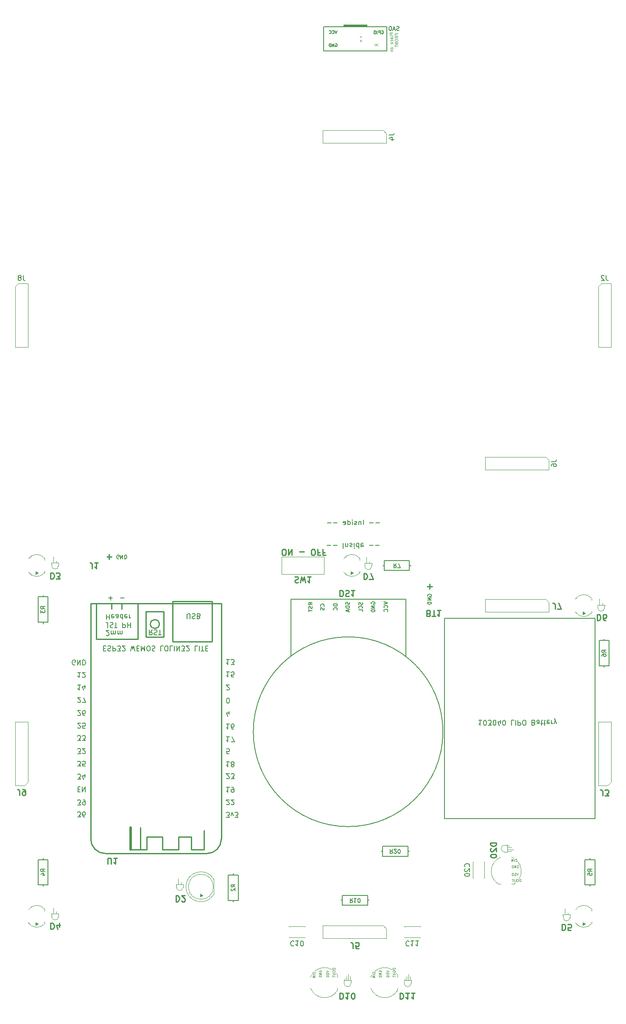
<source format=gbo>
G04 #@! TF.GenerationSoftware,KiCad,Pcbnew,7.0.10*
G04 #@! TF.CreationDate,2024-04-01T20:39:50-05:00*
G04 #@! TF.ProjectId,camera_badge,63616d65-7261-45f6-9261-6467652e6b69,1*
G04 #@! TF.SameCoordinates,Original*
G04 #@! TF.FileFunction,Legend,Bot*
G04 #@! TF.FilePolarity,Positive*
%FSLAX46Y46*%
G04 Gerber Fmt 4.6, Leading zero omitted, Abs format (unit mm)*
G04 Created by KiCad (PCBNEW 7.0.10) date 2024-04-01 20:39:50*
%MOMM*%
%LPD*%
G01*
G04 APERTURE LIST*
%ADD10C,0.150000*%
%ADD11C,0.240000*%
%ADD12C,0.100000*%
%ADD13C,0.120000*%
%ADD14C,0.254000*%
%ADD15C,0.508000*%
%ADD16C,0.250000*%
%ADD17C,0.200000*%
G04 APERTURE END LIST*
D10*
X126127224Y-163167223D02*
G75*
G03*
X88272776Y-163167223I-18927224J0D01*
G01*
X88272776Y-163167223D02*
G75*
G03*
X126127224Y-163167223I18927224J0D01*
G01*
X118750000Y-136750000D02*
X118750000Y-148000000D01*
X95750000Y-136750000D02*
X95750000Y-148000000D01*
X95750000Y-136750000D02*
X118750000Y-136750000D01*
X113463220Y-121488866D02*
X112701316Y-121488866D01*
X112225125Y-121488866D02*
X111463221Y-121488866D01*
X110225125Y-121869819D02*
X110225125Y-120869819D01*
X109748935Y-121203152D02*
X109748935Y-121869819D01*
X109748935Y-121298390D02*
X109701316Y-121250771D01*
X109701316Y-121250771D02*
X109606078Y-121203152D01*
X109606078Y-121203152D02*
X109463221Y-121203152D01*
X109463221Y-121203152D02*
X109367983Y-121250771D01*
X109367983Y-121250771D02*
X109320364Y-121346009D01*
X109320364Y-121346009D02*
X109320364Y-121869819D01*
X108891792Y-121822200D02*
X108796554Y-121869819D01*
X108796554Y-121869819D02*
X108606078Y-121869819D01*
X108606078Y-121869819D02*
X108510840Y-121822200D01*
X108510840Y-121822200D02*
X108463221Y-121726961D01*
X108463221Y-121726961D02*
X108463221Y-121679342D01*
X108463221Y-121679342D02*
X108510840Y-121584104D01*
X108510840Y-121584104D02*
X108606078Y-121536485D01*
X108606078Y-121536485D02*
X108748935Y-121536485D01*
X108748935Y-121536485D02*
X108844173Y-121488866D01*
X108844173Y-121488866D02*
X108891792Y-121393628D01*
X108891792Y-121393628D02*
X108891792Y-121346009D01*
X108891792Y-121346009D02*
X108844173Y-121250771D01*
X108844173Y-121250771D02*
X108748935Y-121203152D01*
X108748935Y-121203152D02*
X108606078Y-121203152D01*
X108606078Y-121203152D02*
X108510840Y-121250771D01*
X108034649Y-121869819D02*
X108034649Y-121203152D01*
X108034649Y-120869819D02*
X108082268Y-120917438D01*
X108082268Y-120917438D02*
X108034649Y-120965057D01*
X108034649Y-120965057D02*
X107987030Y-120917438D01*
X107987030Y-120917438D02*
X108034649Y-120869819D01*
X108034649Y-120869819D02*
X108034649Y-120965057D01*
X107129888Y-121869819D02*
X107129888Y-120869819D01*
X107129888Y-121822200D02*
X107225126Y-121869819D01*
X107225126Y-121869819D02*
X107415602Y-121869819D01*
X107415602Y-121869819D02*
X107510840Y-121822200D01*
X107510840Y-121822200D02*
X107558459Y-121774580D01*
X107558459Y-121774580D02*
X107606078Y-121679342D01*
X107606078Y-121679342D02*
X107606078Y-121393628D01*
X107606078Y-121393628D02*
X107558459Y-121298390D01*
X107558459Y-121298390D02*
X107510840Y-121250771D01*
X107510840Y-121250771D02*
X107415602Y-121203152D01*
X107415602Y-121203152D02*
X107225126Y-121203152D01*
X107225126Y-121203152D02*
X107129888Y-121250771D01*
X106272745Y-121822200D02*
X106367983Y-121869819D01*
X106367983Y-121869819D02*
X106558459Y-121869819D01*
X106558459Y-121869819D02*
X106653697Y-121822200D01*
X106653697Y-121822200D02*
X106701316Y-121726961D01*
X106701316Y-121726961D02*
X106701316Y-121346009D01*
X106701316Y-121346009D02*
X106653697Y-121250771D01*
X106653697Y-121250771D02*
X106558459Y-121203152D01*
X106558459Y-121203152D02*
X106367983Y-121203152D01*
X106367983Y-121203152D02*
X106272745Y-121250771D01*
X106272745Y-121250771D02*
X106225126Y-121346009D01*
X106225126Y-121346009D02*
X106225126Y-121441247D01*
X106225126Y-121441247D02*
X106701316Y-121536485D01*
X105034649Y-121488866D02*
X104272745Y-121488866D01*
X103796554Y-121488866D02*
X103034650Y-121488866D01*
D11*
X94272179Y-127959337D02*
X94500751Y-127959337D01*
X94500751Y-127959337D02*
X94615036Y-127902194D01*
X94615036Y-127902194D02*
X94729322Y-127787908D01*
X94729322Y-127787908D02*
X94786465Y-127559337D01*
X94786465Y-127559337D02*
X94786465Y-127159337D01*
X94786465Y-127159337D02*
X94729322Y-126930765D01*
X94729322Y-126930765D02*
X94615036Y-126816480D01*
X94615036Y-126816480D02*
X94500751Y-126759337D01*
X94500751Y-126759337D02*
X94272179Y-126759337D01*
X94272179Y-126759337D02*
X94157894Y-126816480D01*
X94157894Y-126816480D02*
X94043608Y-126930765D01*
X94043608Y-126930765D02*
X93986465Y-127159337D01*
X93986465Y-127159337D02*
X93986465Y-127559337D01*
X93986465Y-127559337D02*
X94043608Y-127787908D01*
X94043608Y-127787908D02*
X94157894Y-127902194D01*
X94157894Y-127902194D02*
X94272179Y-127959337D01*
X95300751Y-126759337D02*
X95300751Y-127959337D01*
X95300751Y-127959337D02*
X95986465Y-126759337D01*
X95986465Y-126759337D02*
X95986465Y-127959337D01*
X97472180Y-127216480D02*
X98386466Y-127216480D01*
X100100751Y-127959337D02*
X100329323Y-127959337D01*
X100329323Y-127959337D02*
X100443608Y-127902194D01*
X100443608Y-127902194D02*
X100557894Y-127787908D01*
X100557894Y-127787908D02*
X100615037Y-127559337D01*
X100615037Y-127559337D02*
X100615037Y-127159337D01*
X100615037Y-127159337D02*
X100557894Y-126930765D01*
X100557894Y-126930765D02*
X100443608Y-126816480D01*
X100443608Y-126816480D02*
X100329323Y-126759337D01*
X100329323Y-126759337D02*
X100100751Y-126759337D01*
X100100751Y-126759337D02*
X99986466Y-126816480D01*
X99986466Y-126816480D02*
X99872180Y-126930765D01*
X99872180Y-126930765D02*
X99815037Y-127159337D01*
X99815037Y-127159337D02*
X99815037Y-127559337D01*
X99815037Y-127559337D02*
X99872180Y-127787908D01*
X99872180Y-127787908D02*
X99986466Y-127902194D01*
X99986466Y-127902194D02*
X100100751Y-127959337D01*
X101529323Y-127387908D02*
X101129323Y-127387908D01*
X101129323Y-126759337D02*
X101129323Y-127959337D01*
X101129323Y-127959337D02*
X101700751Y-127959337D01*
X102557894Y-127387908D02*
X102157894Y-127387908D01*
X102157894Y-126759337D02*
X102157894Y-127959337D01*
X102157894Y-127959337D02*
X102729322Y-127959337D01*
D10*
X102986779Y-125961133D02*
X103748684Y-125961133D01*
X104224874Y-125961133D02*
X104986779Y-125961133D01*
X106224874Y-125580180D02*
X106224874Y-126580180D01*
X106701064Y-126246847D02*
X106701064Y-125580180D01*
X106701064Y-126151609D02*
X106748683Y-126199228D01*
X106748683Y-126199228D02*
X106843921Y-126246847D01*
X106843921Y-126246847D02*
X106986778Y-126246847D01*
X106986778Y-126246847D02*
X107082016Y-126199228D01*
X107082016Y-126199228D02*
X107129635Y-126103990D01*
X107129635Y-126103990D02*
X107129635Y-125580180D01*
X107558207Y-125627800D02*
X107653445Y-125580180D01*
X107653445Y-125580180D02*
X107843921Y-125580180D01*
X107843921Y-125580180D02*
X107939159Y-125627800D01*
X107939159Y-125627800D02*
X107986778Y-125723038D01*
X107986778Y-125723038D02*
X107986778Y-125770657D01*
X107986778Y-125770657D02*
X107939159Y-125865895D01*
X107939159Y-125865895D02*
X107843921Y-125913514D01*
X107843921Y-125913514D02*
X107701064Y-125913514D01*
X107701064Y-125913514D02*
X107605826Y-125961133D01*
X107605826Y-125961133D02*
X107558207Y-126056371D01*
X107558207Y-126056371D02*
X107558207Y-126103990D01*
X107558207Y-126103990D02*
X107605826Y-126199228D01*
X107605826Y-126199228D02*
X107701064Y-126246847D01*
X107701064Y-126246847D02*
X107843921Y-126246847D01*
X107843921Y-126246847D02*
X107939159Y-126199228D01*
X108415350Y-125580180D02*
X108415350Y-126246847D01*
X108415350Y-126580180D02*
X108367731Y-126532561D01*
X108367731Y-126532561D02*
X108415350Y-126484942D01*
X108415350Y-126484942D02*
X108462969Y-126532561D01*
X108462969Y-126532561D02*
X108415350Y-126580180D01*
X108415350Y-126580180D02*
X108415350Y-126484942D01*
X109320111Y-125580180D02*
X109320111Y-126580180D01*
X109320111Y-125627800D02*
X109224873Y-125580180D01*
X109224873Y-125580180D02*
X109034397Y-125580180D01*
X109034397Y-125580180D02*
X108939159Y-125627800D01*
X108939159Y-125627800D02*
X108891540Y-125675419D01*
X108891540Y-125675419D02*
X108843921Y-125770657D01*
X108843921Y-125770657D02*
X108843921Y-126056371D01*
X108843921Y-126056371D02*
X108891540Y-126151609D01*
X108891540Y-126151609D02*
X108939159Y-126199228D01*
X108939159Y-126199228D02*
X109034397Y-126246847D01*
X109034397Y-126246847D02*
X109224873Y-126246847D01*
X109224873Y-126246847D02*
X109320111Y-126199228D01*
X110177254Y-125627800D02*
X110082016Y-125580180D01*
X110082016Y-125580180D02*
X109891540Y-125580180D01*
X109891540Y-125580180D02*
X109796302Y-125627800D01*
X109796302Y-125627800D02*
X109748683Y-125723038D01*
X109748683Y-125723038D02*
X109748683Y-126103990D01*
X109748683Y-126103990D02*
X109796302Y-126199228D01*
X109796302Y-126199228D02*
X109891540Y-126246847D01*
X109891540Y-126246847D02*
X110082016Y-126246847D01*
X110082016Y-126246847D02*
X110177254Y-126199228D01*
X110177254Y-126199228D02*
X110224873Y-126103990D01*
X110224873Y-126103990D02*
X110224873Y-126008752D01*
X110224873Y-126008752D02*
X109748683Y-125913514D01*
X111415350Y-125961133D02*
X112177255Y-125961133D01*
X112653445Y-125961133D02*
X113415350Y-125961133D01*
X46662295Y-138666667D02*
X46281342Y-138400000D01*
X46662295Y-138209524D02*
X45862295Y-138209524D01*
X45862295Y-138209524D02*
X45862295Y-138514286D01*
X45862295Y-138514286D02*
X45900390Y-138590476D01*
X45900390Y-138590476D02*
X45938485Y-138628571D01*
X45938485Y-138628571D02*
X46014676Y-138666667D01*
X46014676Y-138666667D02*
X46128961Y-138666667D01*
X46128961Y-138666667D02*
X46205152Y-138628571D01*
X46205152Y-138628571D02*
X46243247Y-138590476D01*
X46243247Y-138590476D02*
X46281342Y-138514286D01*
X46281342Y-138514286D02*
X46281342Y-138209524D01*
X45862295Y-138933333D02*
X45862295Y-139428571D01*
X45862295Y-139428571D02*
X46167057Y-139161905D01*
X46167057Y-139161905D02*
X46167057Y-139276190D01*
X46167057Y-139276190D02*
X46205152Y-139352381D01*
X46205152Y-139352381D02*
X46243247Y-139390476D01*
X46243247Y-139390476D02*
X46319438Y-139428571D01*
X46319438Y-139428571D02*
X46509914Y-139428571D01*
X46509914Y-139428571D02*
X46586104Y-139390476D01*
X46586104Y-139390476D02*
X46624200Y-139352381D01*
X46624200Y-139352381D02*
X46662295Y-139276190D01*
X46662295Y-139276190D02*
X46662295Y-139047619D01*
X46662295Y-139047619D02*
X46624200Y-138971428D01*
X46624200Y-138971428D02*
X46586104Y-138933333D01*
D11*
X148500000Y-138707337D02*
X148500000Y-137850194D01*
X148500000Y-137850194D02*
X148442857Y-137678765D01*
X148442857Y-137678765D02*
X148328571Y-137564480D01*
X148328571Y-137564480D02*
X148157143Y-137507337D01*
X148157143Y-137507337D02*
X148042857Y-137507337D01*
X148957143Y-138707337D02*
X149757143Y-138707337D01*
X149757143Y-138707337D02*
X149242857Y-137507337D01*
D10*
X115359819Y-44141666D02*
X116074104Y-44141666D01*
X116074104Y-44141666D02*
X116216961Y-44094047D01*
X116216961Y-44094047D02*
X116312200Y-43998809D01*
X116312200Y-43998809D02*
X116359819Y-43855952D01*
X116359819Y-43855952D02*
X116359819Y-43760714D01*
X115693152Y-45046428D02*
X116359819Y-45046428D01*
X115312200Y-44808333D02*
X116026485Y-44570238D01*
X116026485Y-44570238D02*
X116026485Y-45189285D01*
X131359580Y-190107142D02*
X131407200Y-190059523D01*
X131407200Y-190059523D02*
X131454819Y-189916666D01*
X131454819Y-189916666D02*
X131454819Y-189821428D01*
X131454819Y-189821428D02*
X131407200Y-189678571D01*
X131407200Y-189678571D02*
X131311961Y-189583333D01*
X131311961Y-189583333D02*
X131216723Y-189535714D01*
X131216723Y-189535714D02*
X131026247Y-189488095D01*
X131026247Y-189488095D02*
X130883390Y-189488095D01*
X130883390Y-189488095D02*
X130692914Y-189535714D01*
X130692914Y-189535714D02*
X130597676Y-189583333D01*
X130597676Y-189583333D02*
X130502438Y-189678571D01*
X130502438Y-189678571D02*
X130454819Y-189821428D01*
X130454819Y-189821428D02*
X130454819Y-189916666D01*
X130454819Y-189916666D02*
X130502438Y-190059523D01*
X130502438Y-190059523D02*
X130550057Y-190107142D01*
X130550057Y-190488095D02*
X130502438Y-190535714D01*
X130502438Y-190535714D02*
X130454819Y-190630952D01*
X130454819Y-190630952D02*
X130454819Y-190869047D01*
X130454819Y-190869047D02*
X130502438Y-190964285D01*
X130502438Y-190964285D02*
X130550057Y-191011904D01*
X130550057Y-191011904D02*
X130645295Y-191059523D01*
X130645295Y-191059523D02*
X130740533Y-191059523D01*
X130740533Y-191059523D02*
X130883390Y-191011904D01*
X130883390Y-191011904D02*
X131454819Y-190440476D01*
X131454819Y-190440476D02*
X131454819Y-191059523D01*
X130454819Y-191678571D02*
X130454819Y-191773809D01*
X130454819Y-191773809D02*
X130502438Y-191869047D01*
X130502438Y-191869047D02*
X130550057Y-191916666D01*
X130550057Y-191916666D02*
X130645295Y-191964285D01*
X130645295Y-191964285D02*
X130835771Y-192011904D01*
X130835771Y-192011904D02*
X131073866Y-192011904D01*
X131073866Y-192011904D02*
X131264342Y-191964285D01*
X131264342Y-191964285D02*
X131359580Y-191916666D01*
X131359580Y-191916666D02*
X131407200Y-191869047D01*
X131407200Y-191869047D02*
X131454819Y-191773809D01*
X131454819Y-191773809D02*
X131454819Y-191678571D01*
X131454819Y-191678571D02*
X131407200Y-191583333D01*
X131407200Y-191583333D02*
X131359580Y-191535714D01*
X131359580Y-191535714D02*
X131264342Y-191488095D01*
X131264342Y-191488095D02*
X131073866Y-191440476D01*
X131073866Y-191440476D02*
X130835771Y-191440476D01*
X130835771Y-191440476D02*
X130645295Y-191488095D01*
X130645295Y-191488095D02*
X130550057Y-191535714D01*
X130550057Y-191535714D02*
X130502438Y-191583333D01*
X130502438Y-191583333D02*
X130454819Y-191678571D01*
D11*
X158000000Y-175957337D02*
X158000000Y-175100194D01*
X158000000Y-175100194D02*
X157942857Y-174928765D01*
X157942857Y-174928765D02*
X157828571Y-174814480D01*
X157828571Y-174814480D02*
X157657143Y-174757337D01*
X157657143Y-174757337D02*
X157542857Y-174757337D01*
X158457143Y-175957337D02*
X159200000Y-175957337D01*
X159200000Y-175957337D02*
X158800000Y-175500194D01*
X158800000Y-175500194D02*
X158971429Y-175500194D01*
X158971429Y-175500194D02*
X159085715Y-175443051D01*
X159085715Y-175443051D02*
X159142857Y-175385908D01*
X159142857Y-175385908D02*
X159200000Y-175271622D01*
X159200000Y-175271622D02*
X159200000Y-174985908D01*
X159200000Y-174985908D02*
X159142857Y-174871622D01*
X159142857Y-174871622D02*
X159085715Y-174814480D01*
X159085715Y-174814480D02*
X158971429Y-174757337D01*
X158971429Y-174757337D02*
X158628572Y-174757337D01*
X158628572Y-174757337D02*
X158514286Y-174814480D01*
X158514286Y-174814480D02*
X158457143Y-174871622D01*
D10*
X84612295Y-194126667D02*
X84231342Y-193860000D01*
X84612295Y-193669524D02*
X83812295Y-193669524D01*
X83812295Y-193669524D02*
X83812295Y-193974286D01*
X83812295Y-193974286D02*
X83850390Y-194050476D01*
X83850390Y-194050476D02*
X83888485Y-194088571D01*
X83888485Y-194088571D02*
X83964676Y-194126667D01*
X83964676Y-194126667D02*
X84078961Y-194126667D01*
X84078961Y-194126667D02*
X84155152Y-194088571D01*
X84155152Y-194088571D02*
X84193247Y-194050476D01*
X84193247Y-194050476D02*
X84231342Y-193974286D01*
X84231342Y-193974286D02*
X84231342Y-193669524D01*
X83888485Y-194431428D02*
X83850390Y-194469524D01*
X83850390Y-194469524D02*
X83812295Y-194545714D01*
X83812295Y-194545714D02*
X83812295Y-194736190D01*
X83812295Y-194736190D02*
X83850390Y-194812381D01*
X83850390Y-194812381D02*
X83888485Y-194850476D01*
X83888485Y-194850476D02*
X83964676Y-194888571D01*
X83964676Y-194888571D02*
X84040866Y-194888571D01*
X84040866Y-194888571D02*
X84155152Y-194850476D01*
X84155152Y-194850476D02*
X84612295Y-194393333D01*
X84612295Y-194393333D02*
X84612295Y-194888571D01*
X158662295Y-147356667D02*
X158281342Y-147090000D01*
X158662295Y-146899524D02*
X157862295Y-146899524D01*
X157862295Y-146899524D02*
X157862295Y-147204286D01*
X157862295Y-147204286D02*
X157900390Y-147280476D01*
X157900390Y-147280476D02*
X157938485Y-147318571D01*
X157938485Y-147318571D02*
X158014676Y-147356667D01*
X158014676Y-147356667D02*
X158128961Y-147356667D01*
X158128961Y-147356667D02*
X158205152Y-147318571D01*
X158205152Y-147318571D02*
X158243247Y-147280476D01*
X158243247Y-147280476D02*
X158281342Y-147204286D01*
X158281342Y-147204286D02*
X158281342Y-146899524D01*
X157862295Y-148042381D02*
X157862295Y-147890000D01*
X157862295Y-147890000D02*
X157900390Y-147813809D01*
X157900390Y-147813809D02*
X157938485Y-147775714D01*
X157938485Y-147775714D02*
X158052771Y-147699524D01*
X158052771Y-147699524D02*
X158205152Y-147661428D01*
X158205152Y-147661428D02*
X158509914Y-147661428D01*
X158509914Y-147661428D02*
X158586104Y-147699524D01*
X158586104Y-147699524D02*
X158624200Y-147737619D01*
X158624200Y-147737619D02*
X158662295Y-147813809D01*
X158662295Y-147813809D02*
X158662295Y-147966190D01*
X158662295Y-147966190D02*
X158624200Y-148042381D01*
X158624200Y-148042381D02*
X158586104Y-148080476D01*
X158586104Y-148080476D02*
X158509914Y-148118571D01*
X158509914Y-148118571D02*
X158319438Y-148118571D01*
X158319438Y-148118571D02*
X158243247Y-148080476D01*
X158243247Y-148080476D02*
X158205152Y-148042381D01*
X158205152Y-148042381D02*
X158167057Y-147966190D01*
X158167057Y-147966190D02*
X158167057Y-147813809D01*
X158167057Y-147813809D02*
X158205152Y-147737619D01*
X158205152Y-147737619D02*
X158243247Y-147699524D01*
X158243247Y-147699524D02*
X158319438Y-147661428D01*
D11*
X59185714Y-189557337D02*
X59185714Y-188585908D01*
X59185714Y-188585908D02*
X59242857Y-188471622D01*
X59242857Y-188471622D02*
X59300000Y-188414480D01*
X59300000Y-188414480D02*
X59414285Y-188357337D01*
X59414285Y-188357337D02*
X59642857Y-188357337D01*
X59642857Y-188357337D02*
X59757142Y-188414480D01*
X59757142Y-188414480D02*
X59814285Y-188471622D01*
X59814285Y-188471622D02*
X59871428Y-188585908D01*
X59871428Y-188585908D02*
X59871428Y-189557337D01*
X61071428Y-188357337D02*
X60385714Y-188357337D01*
X60728571Y-188357337D02*
X60728571Y-189557337D01*
X60728571Y-189557337D02*
X60614285Y-189385908D01*
X60614285Y-189385908D02*
X60500000Y-189271622D01*
X60500000Y-189271622D02*
X60385714Y-189214480D01*
D10*
X53786639Y-151342282D02*
X53215211Y-151342282D01*
X53500925Y-151342282D02*
X53500925Y-152342282D01*
X53500925Y-152342282D02*
X53405687Y-152199425D01*
X53405687Y-152199425D02*
X53310449Y-152104187D01*
X53310449Y-152104187D02*
X53215211Y-152056568D01*
X54167592Y-152247044D02*
X54215211Y-152294663D01*
X54215211Y-152294663D02*
X54310449Y-152342282D01*
X54310449Y-152342282D02*
X54548544Y-152342282D01*
X54548544Y-152342282D02*
X54643782Y-152294663D01*
X54643782Y-152294663D02*
X54691401Y-152247044D01*
X54691401Y-152247044D02*
X54739020Y-152151806D01*
X54739020Y-152151806D02*
X54739020Y-152056568D01*
X54739020Y-152056568D02*
X54691401Y-151913711D01*
X54691401Y-151913711D02*
X54119973Y-151342282D01*
X54119973Y-151342282D02*
X54739020Y-151342282D01*
X62489271Y-136492184D02*
X61727367Y-136492184D01*
X83486639Y-148746231D02*
X82915211Y-148746231D01*
X83200925Y-148746231D02*
X83200925Y-149746231D01*
X83200925Y-149746231D02*
X83105687Y-149603374D01*
X83105687Y-149603374D02*
X83010449Y-149508136D01*
X83010449Y-149508136D02*
X82915211Y-149460517D01*
X83819973Y-149746231D02*
X84439020Y-149746231D01*
X84439020Y-149746231D02*
X84105687Y-149365279D01*
X84105687Y-149365279D02*
X84248544Y-149365279D01*
X84248544Y-149365279D02*
X84343782Y-149317660D01*
X84343782Y-149317660D02*
X84391401Y-149270041D01*
X84391401Y-149270041D02*
X84439020Y-149174803D01*
X84439020Y-149174803D02*
X84439020Y-148936708D01*
X84439020Y-148936708D02*
X84391401Y-148841470D01*
X84391401Y-148841470D02*
X84343782Y-148793851D01*
X84343782Y-148793851D02*
X84248544Y-148746231D01*
X84248544Y-148746231D02*
X83962830Y-148746231D01*
X83962830Y-148746231D02*
X83867592Y-148793851D01*
X83867592Y-148793851D02*
X83819973Y-148841470D01*
X83439020Y-167546231D02*
X82962830Y-167546231D01*
X82962830Y-167546231D02*
X82915211Y-167070041D01*
X82915211Y-167070041D02*
X82962830Y-167117660D01*
X82962830Y-167117660D02*
X83058068Y-167165279D01*
X83058068Y-167165279D02*
X83296163Y-167165279D01*
X83296163Y-167165279D02*
X83391401Y-167117660D01*
X83391401Y-167117660D02*
X83439020Y-167070041D01*
X83439020Y-167070041D02*
X83486639Y-166974803D01*
X83486639Y-166974803D02*
X83486639Y-166736708D01*
X83486639Y-166736708D02*
X83439020Y-166641470D01*
X83439020Y-166641470D02*
X83391401Y-166593851D01*
X83391401Y-166593851D02*
X83296163Y-166546231D01*
X83296163Y-166546231D02*
X83058068Y-166546231D01*
X83058068Y-166546231D02*
X82962830Y-166593851D01*
X82962830Y-166593851D02*
X82915211Y-166641470D01*
X53167592Y-172642282D02*
X53786639Y-172642282D01*
X53786639Y-172642282D02*
X53453306Y-172261330D01*
X53453306Y-172261330D02*
X53596163Y-172261330D01*
X53596163Y-172261330D02*
X53691401Y-172213711D01*
X53691401Y-172213711D02*
X53739020Y-172166092D01*
X53739020Y-172166092D02*
X53786639Y-172070854D01*
X53786639Y-172070854D02*
X53786639Y-171832759D01*
X53786639Y-171832759D02*
X53739020Y-171737521D01*
X53739020Y-171737521D02*
X53691401Y-171689902D01*
X53691401Y-171689902D02*
X53596163Y-171642282D01*
X53596163Y-171642282D02*
X53310449Y-171642282D01*
X53310449Y-171642282D02*
X53215211Y-171689902D01*
X53215211Y-171689902D02*
X53167592Y-171737521D01*
X54643782Y-172308949D02*
X54643782Y-171642282D01*
X54405687Y-172689902D02*
X54167592Y-171975616D01*
X54167592Y-171975616D02*
X54786639Y-171975616D01*
X83486639Y-174246231D02*
X82915211Y-174246231D01*
X83200925Y-174246231D02*
X83200925Y-175246231D01*
X83200925Y-175246231D02*
X83105687Y-175103374D01*
X83105687Y-175103374D02*
X83010449Y-175008136D01*
X83010449Y-175008136D02*
X82915211Y-174960517D01*
X83962830Y-174246231D02*
X84153306Y-174246231D01*
X84153306Y-174246231D02*
X84248544Y-174293851D01*
X84248544Y-174293851D02*
X84296163Y-174341470D01*
X84296163Y-174341470D02*
X84391401Y-174484327D01*
X84391401Y-174484327D02*
X84439020Y-174674803D01*
X84439020Y-174674803D02*
X84439020Y-175055755D01*
X84439020Y-175055755D02*
X84391401Y-175150993D01*
X84391401Y-175150993D02*
X84343782Y-175198612D01*
X84343782Y-175198612D02*
X84248544Y-175246231D01*
X84248544Y-175246231D02*
X84058068Y-175246231D01*
X84058068Y-175246231D02*
X83962830Y-175198612D01*
X83962830Y-175198612D02*
X83915211Y-175150993D01*
X83915211Y-175150993D02*
X83867592Y-175055755D01*
X83867592Y-175055755D02*
X83867592Y-174817660D01*
X83867592Y-174817660D02*
X83915211Y-174722422D01*
X83915211Y-174722422D02*
X83962830Y-174674803D01*
X83962830Y-174674803D02*
X84058068Y-174627184D01*
X84058068Y-174627184D02*
X84248544Y-174627184D01*
X84248544Y-174627184D02*
X84343782Y-174674803D01*
X84343782Y-174674803D02*
X84391401Y-174722422D01*
X84391401Y-174722422D02*
X84439020Y-174817660D01*
X53215211Y-159847044D02*
X53262830Y-159894663D01*
X53262830Y-159894663D02*
X53358068Y-159942282D01*
X53358068Y-159942282D02*
X53596163Y-159942282D01*
X53596163Y-159942282D02*
X53691401Y-159894663D01*
X53691401Y-159894663D02*
X53739020Y-159847044D01*
X53739020Y-159847044D02*
X53786639Y-159751806D01*
X53786639Y-159751806D02*
X53786639Y-159656568D01*
X53786639Y-159656568D02*
X53739020Y-159513711D01*
X53739020Y-159513711D02*
X53167592Y-158942282D01*
X53167592Y-158942282D02*
X53786639Y-158942282D01*
X54643782Y-159942282D02*
X54453306Y-159942282D01*
X54453306Y-159942282D02*
X54358068Y-159894663D01*
X54358068Y-159894663D02*
X54310449Y-159847044D01*
X54310449Y-159847044D02*
X54215211Y-159704187D01*
X54215211Y-159704187D02*
X54167592Y-159513711D01*
X54167592Y-159513711D02*
X54167592Y-159132759D01*
X54167592Y-159132759D02*
X54215211Y-159037521D01*
X54215211Y-159037521D02*
X54262830Y-158989902D01*
X54262830Y-158989902D02*
X54358068Y-158942282D01*
X54358068Y-158942282D02*
X54548544Y-158942282D01*
X54548544Y-158942282D02*
X54643782Y-158989902D01*
X54643782Y-158989902D02*
X54691401Y-159037521D01*
X54691401Y-159037521D02*
X54739020Y-159132759D01*
X54739020Y-159132759D02*
X54739020Y-159370854D01*
X54739020Y-159370854D02*
X54691401Y-159466092D01*
X54691401Y-159466092D02*
X54643782Y-159513711D01*
X54643782Y-159513711D02*
X54548544Y-159561330D01*
X54548544Y-159561330D02*
X54358068Y-159561330D01*
X54358068Y-159561330D02*
X54262830Y-159513711D01*
X54262830Y-159513711D02*
X54215211Y-159466092D01*
X54215211Y-159466092D02*
X54167592Y-159370854D01*
X53262830Y-174666092D02*
X53596163Y-174666092D01*
X53739020Y-174142282D02*
X53262830Y-174142282D01*
X53262830Y-174142282D02*
X53262830Y-175142282D01*
X53262830Y-175142282D02*
X53739020Y-175142282D01*
X54167592Y-174142282D02*
X54167592Y-175142282D01*
X54167592Y-175142282D02*
X54739020Y-174142282D01*
X54739020Y-174142282D02*
X54739020Y-175142282D01*
X53215211Y-162347044D02*
X53262830Y-162394663D01*
X53262830Y-162394663D02*
X53358068Y-162442282D01*
X53358068Y-162442282D02*
X53596163Y-162442282D01*
X53596163Y-162442282D02*
X53691401Y-162394663D01*
X53691401Y-162394663D02*
X53739020Y-162347044D01*
X53739020Y-162347044D02*
X53786639Y-162251806D01*
X53786639Y-162251806D02*
X53786639Y-162156568D01*
X53786639Y-162156568D02*
X53739020Y-162013711D01*
X53739020Y-162013711D02*
X53167592Y-161442282D01*
X53167592Y-161442282D02*
X53786639Y-161442282D01*
X54691401Y-162442282D02*
X54215211Y-162442282D01*
X54215211Y-162442282D02*
X54167592Y-161966092D01*
X54167592Y-161966092D02*
X54215211Y-162013711D01*
X54215211Y-162013711D02*
X54310449Y-162061330D01*
X54310449Y-162061330D02*
X54548544Y-162061330D01*
X54548544Y-162061330D02*
X54643782Y-162013711D01*
X54643782Y-162013711D02*
X54691401Y-161966092D01*
X54691401Y-161966092D02*
X54739020Y-161870854D01*
X54739020Y-161870854D02*
X54739020Y-161632759D01*
X54739020Y-161632759D02*
X54691401Y-161537521D01*
X54691401Y-161537521D02*
X54643782Y-161489902D01*
X54643782Y-161489902D02*
X54548544Y-161442282D01*
X54548544Y-161442282D02*
X54310449Y-161442282D01*
X54310449Y-161442282D02*
X54215211Y-161489902D01*
X54215211Y-161489902D02*
X54167592Y-161537521D01*
X82915211Y-172450993D02*
X82962830Y-172498612D01*
X82962830Y-172498612D02*
X83058068Y-172546231D01*
X83058068Y-172546231D02*
X83296163Y-172546231D01*
X83296163Y-172546231D02*
X83391401Y-172498612D01*
X83391401Y-172498612D02*
X83439020Y-172450993D01*
X83439020Y-172450993D02*
X83486639Y-172355755D01*
X83486639Y-172355755D02*
X83486639Y-172260517D01*
X83486639Y-172260517D02*
X83439020Y-172117660D01*
X83439020Y-172117660D02*
X82867592Y-171546231D01*
X82867592Y-171546231D02*
X83486639Y-171546231D01*
X83819973Y-172546231D02*
X84439020Y-172546231D01*
X84439020Y-172546231D02*
X84105687Y-172165279D01*
X84105687Y-172165279D02*
X84248544Y-172165279D01*
X84248544Y-172165279D02*
X84343782Y-172117660D01*
X84343782Y-172117660D02*
X84391401Y-172070041D01*
X84391401Y-172070041D02*
X84439020Y-171974803D01*
X84439020Y-171974803D02*
X84439020Y-171736708D01*
X84439020Y-171736708D02*
X84391401Y-171641470D01*
X84391401Y-171641470D02*
X84343782Y-171593851D01*
X84343782Y-171593851D02*
X84248544Y-171546231D01*
X84248544Y-171546231D02*
X83962830Y-171546231D01*
X83962830Y-171546231D02*
X83867592Y-171593851D01*
X83867592Y-171593851D02*
X83819973Y-171641470D01*
X83391401Y-159712898D02*
X83391401Y-159046231D01*
X83153306Y-160093851D02*
X82915211Y-159379565D01*
X82915211Y-159379565D02*
X83534258Y-159379565D01*
X83486639Y-164146231D02*
X82915211Y-164146231D01*
X83200925Y-164146231D02*
X83200925Y-165146231D01*
X83200925Y-165146231D02*
X83105687Y-165003374D01*
X83105687Y-165003374D02*
X83010449Y-164908136D01*
X83010449Y-164908136D02*
X82915211Y-164860517D01*
X83819973Y-165146231D02*
X84486639Y-165146231D01*
X84486639Y-165146231D02*
X84058068Y-164146231D01*
X53167592Y-164942282D02*
X53786639Y-164942282D01*
X53786639Y-164942282D02*
X53453306Y-164561330D01*
X53453306Y-164561330D02*
X53596163Y-164561330D01*
X53596163Y-164561330D02*
X53691401Y-164513711D01*
X53691401Y-164513711D02*
X53739020Y-164466092D01*
X53739020Y-164466092D02*
X53786639Y-164370854D01*
X53786639Y-164370854D02*
X53786639Y-164132759D01*
X53786639Y-164132759D02*
X53739020Y-164037521D01*
X53739020Y-164037521D02*
X53691401Y-163989902D01*
X53691401Y-163989902D02*
X53596163Y-163942282D01*
X53596163Y-163942282D02*
X53310449Y-163942282D01*
X53310449Y-163942282D02*
X53215211Y-163989902D01*
X53215211Y-163989902D02*
X53167592Y-164037521D01*
X54119973Y-164942282D02*
X54739020Y-164942282D01*
X54739020Y-164942282D02*
X54405687Y-164561330D01*
X54405687Y-164561330D02*
X54548544Y-164561330D01*
X54548544Y-164561330D02*
X54643782Y-164513711D01*
X54643782Y-164513711D02*
X54691401Y-164466092D01*
X54691401Y-164466092D02*
X54739020Y-164370854D01*
X54739020Y-164370854D02*
X54739020Y-164132759D01*
X54739020Y-164132759D02*
X54691401Y-164037521D01*
X54691401Y-164037521D02*
X54643782Y-163989902D01*
X54643782Y-163989902D02*
X54548544Y-163942282D01*
X54548544Y-163942282D02*
X54262830Y-163942282D01*
X54262830Y-163942282D02*
X54167592Y-163989902D01*
X54167592Y-163989902D02*
X54119973Y-164037521D01*
X58353696Y-146568990D02*
X58687029Y-146568990D01*
X58829886Y-146045180D02*
X58353696Y-146045180D01*
X58353696Y-146045180D02*
X58353696Y-147045180D01*
X58353696Y-147045180D02*
X58829886Y-147045180D01*
X59210839Y-146092800D02*
X59353696Y-146045180D01*
X59353696Y-146045180D02*
X59591791Y-146045180D01*
X59591791Y-146045180D02*
X59687029Y-146092800D01*
X59687029Y-146092800D02*
X59734648Y-146140419D01*
X59734648Y-146140419D02*
X59782267Y-146235657D01*
X59782267Y-146235657D02*
X59782267Y-146330895D01*
X59782267Y-146330895D02*
X59734648Y-146426133D01*
X59734648Y-146426133D02*
X59687029Y-146473752D01*
X59687029Y-146473752D02*
X59591791Y-146521371D01*
X59591791Y-146521371D02*
X59401315Y-146568990D01*
X59401315Y-146568990D02*
X59306077Y-146616609D01*
X59306077Y-146616609D02*
X59258458Y-146664228D01*
X59258458Y-146664228D02*
X59210839Y-146759466D01*
X59210839Y-146759466D02*
X59210839Y-146854704D01*
X59210839Y-146854704D02*
X59258458Y-146949942D01*
X59258458Y-146949942D02*
X59306077Y-146997561D01*
X59306077Y-146997561D02*
X59401315Y-147045180D01*
X59401315Y-147045180D02*
X59639410Y-147045180D01*
X59639410Y-147045180D02*
X59782267Y-146997561D01*
X60210839Y-146045180D02*
X60210839Y-147045180D01*
X60210839Y-147045180D02*
X60591791Y-147045180D01*
X60591791Y-147045180D02*
X60687029Y-146997561D01*
X60687029Y-146997561D02*
X60734648Y-146949942D01*
X60734648Y-146949942D02*
X60782267Y-146854704D01*
X60782267Y-146854704D02*
X60782267Y-146711847D01*
X60782267Y-146711847D02*
X60734648Y-146616609D01*
X60734648Y-146616609D02*
X60687029Y-146568990D01*
X60687029Y-146568990D02*
X60591791Y-146521371D01*
X60591791Y-146521371D02*
X60210839Y-146521371D01*
X61115601Y-147045180D02*
X61734648Y-147045180D01*
X61734648Y-147045180D02*
X61401315Y-146664228D01*
X61401315Y-146664228D02*
X61544172Y-146664228D01*
X61544172Y-146664228D02*
X61639410Y-146616609D01*
X61639410Y-146616609D02*
X61687029Y-146568990D01*
X61687029Y-146568990D02*
X61734648Y-146473752D01*
X61734648Y-146473752D02*
X61734648Y-146235657D01*
X61734648Y-146235657D02*
X61687029Y-146140419D01*
X61687029Y-146140419D02*
X61639410Y-146092800D01*
X61639410Y-146092800D02*
X61544172Y-146045180D01*
X61544172Y-146045180D02*
X61258458Y-146045180D01*
X61258458Y-146045180D02*
X61163220Y-146092800D01*
X61163220Y-146092800D02*
X61115601Y-146140419D01*
X62115601Y-146949942D02*
X62163220Y-146997561D01*
X62163220Y-146997561D02*
X62258458Y-147045180D01*
X62258458Y-147045180D02*
X62496553Y-147045180D01*
X62496553Y-147045180D02*
X62591791Y-146997561D01*
X62591791Y-146997561D02*
X62639410Y-146949942D01*
X62639410Y-146949942D02*
X62687029Y-146854704D01*
X62687029Y-146854704D02*
X62687029Y-146759466D01*
X62687029Y-146759466D02*
X62639410Y-146616609D01*
X62639410Y-146616609D02*
X62067982Y-146045180D01*
X62067982Y-146045180D02*
X62687029Y-146045180D01*
X63782268Y-147045180D02*
X64020363Y-146045180D01*
X64020363Y-146045180D02*
X64210839Y-146759466D01*
X64210839Y-146759466D02*
X64401315Y-146045180D01*
X64401315Y-146045180D02*
X64639411Y-147045180D01*
X65020363Y-146568990D02*
X65353696Y-146568990D01*
X65496553Y-146045180D02*
X65020363Y-146045180D01*
X65020363Y-146045180D02*
X65020363Y-147045180D01*
X65020363Y-147045180D02*
X65496553Y-147045180D01*
X65925125Y-146045180D02*
X65925125Y-147045180D01*
X65925125Y-147045180D02*
X66258458Y-146330895D01*
X66258458Y-146330895D02*
X66591791Y-147045180D01*
X66591791Y-147045180D02*
X66591791Y-146045180D01*
X67258458Y-147045180D02*
X67448934Y-147045180D01*
X67448934Y-147045180D02*
X67544172Y-146997561D01*
X67544172Y-146997561D02*
X67639410Y-146902323D01*
X67639410Y-146902323D02*
X67687029Y-146711847D01*
X67687029Y-146711847D02*
X67687029Y-146378514D01*
X67687029Y-146378514D02*
X67639410Y-146188038D01*
X67639410Y-146188038D02*
X67544172Y-146092800D01*
X67544172Y-146092800D02*
X67448934Y-146045180D01*
X67448934Y-146045180D02*
X67258458Y-146045180D01*
X67258458Y-146045180D02*
X67163220Y-146092800D01*
X67163220Y-146092800D02*
X67067982Y-146188038D01*
X67067982Y-146188038D02*
X67020363Y-146378514D01*
X67020363Y-146378514D02*
X67020363Y-146711847D01*
X67020363Y-146711847D02*
X67067982Y-146902323D01*
X67067982Y-146902323D02*
X67163220Y-146997561D01*
X67163220Y-146997561D02*
X67258458Y-147045180D01*
X68067982Y-146092800D02*
X68210839Y-146045180D01*
X68210839Y-146045180D02*
X68448934Y-146045180D01*
X68448934Y-146045180D02*
X68544172Y-146092800D01*
X68544172Y-146092800D02*
X68591791Y-146140419D01*
X68591791Y-146140419D02*
X68639410Y-146235657D01*
X68639410Y-146235657D02*
X68639410Y-146330895D01*
X68639410Y-146330895D02*
X68591791Y-146426133D01*
X68591791Y-146426133D02*
X68544172Y-146473752D01*
X68544172Y-146473752D02*
X68448934Y-146521371D01*
X68448934Y-146521371D02*
X68258458Y-146568990D01*
X68258458Y-146568990D02*
X68163220Y-146616609D01*
X68163220Y-146616609D02*
X68115601Y-146664228D01*
X68115601Y-146664228D02*
X68067982Y-146759466D01*
X68067982Y-146759466D02*
X68067982Y-146854704D01*
X68067982Y-146854704D02*
X68115601Y-146949942D01*
X68115601Y-146949942D02*
X68163220Y-146997561D01*
X68163220Y-146997561D02*
X68258458Y-147045180D01*
X68258458Y-147045180D02*
X68496553Y-147045180D01*
X68496553Y-147045180D02*
X68639410Y-146997561D01*
X70306077Y-146045180D02*
X69829887Y-146045180D01*
X69829887Y-146045180D02*
X69829887Y-147045180D01*
X70829887Y-147045180D02*
X71020363Y-147045180D01*
X71020363Y-147045180D02*
X71115601Y-146997561D01*
X71115601Y-146997561D02*
X71210839Y-146902323D01*
X71210839Y-146902323D02*
X71258458Y-146711847D01*
X71258458Y-146711847D02*
X71258458Y-146378514D01*
X71258458Y-146378514D02*
X71210839Y-146188038D01*
X71210839Y-146188038D02*
X71115601Y-146092800D01*
X71115601Y-146092800D02*
X71020363Y-146045180D01*
X71020363Y-146045180D02*
X70829887Y-146045180D01*
X70829887Y-146045180D02*
X70734649Y-146092800D01*
X70734649Y-146092800D02*
X70639411Y-146188038D01*
X70639411Y-146188038D02*
X70591792Y-146378514D01*
X70591792Y-146378514D02*
X70591792Y-146711847D01*
X70591792Y-146711847D02*
X70639411Y-146902323D01*
X70639411Y-146902323D02*
X70734649Y-146997561D01*
X70734649Y-146997561D02*
X70829887Y-147045180D01*
X72163220Y-146045180D02*
X71687030Y-146045180D01*
X71687030Y-146045180D02*
X71687030Y-147045180D01*
X72496554Y-146045180D02*
X72496554Y-147045180D01*
X72972744Y-146045180D02*
X72972744Y-147045180D01*
X72972744Y-147045180D02*
X73544172Y-146045180D01*
X73544172Y-146045180D02*
X73544172Y-147045180D01*
X73925125Y-147045180D02*
X74544172Y-147045180D01*
X74544172Y-147045180D02*
X74210839Y-146664228D01*
X74210839Y-146664228D02*
X74353696Y-146664228D01*
X74353696Y-146664228D02*
X74448934Y-146616609D01*
X74448934Y-146616609D02*
X74496553Y-146568990D01*
X74496553Y-146568990D02*
X74544172Y-146473752D01*
X74544172Y-146473752D02*
X74544172Y-146235657D01*
X74544172Y-146235657D02*
X74496553Y-146140419D01*
X74496553Y-146140419D02*
X74448934Y-146092800D01*
X74448934Y-146092800D02*
X74353696Y-146045180D01*
X74353696Y-146045180D02*
X74067982Y-146045180D01*
X74067982Y-146045180D02*
X73972744Y-146092800D01*
X73972744Y-146092800D02*
X73925125Y-146140419D01*
X74925125Y-146949942D02*
X74972744Y-146997561D01*
X74972744Y-146997561D02*
X75067982Y-147045180D01*
X75067982Y-147045180D02*
X75306077Y-147045180D01*
X75306077Y-147045180D02*
X75401315Y-146997561D01*
X75401315Y-146997561D02*
X75448934Y-146949942D01*
X75448934Y-146949942D02*
X75496553Y-146854704D01*
X75496553Y-146854704D02*
X75496553Y-146759466D01*
X75496553Y-146759466D02*
X75448934Y-146616609D01*
X75448934Y-146616609D02*
X74877506Y-146045180D01*
X74877506Y-146045180D02*
X75496553Y-146045180D01*
X77163220Y-146045180D02*
X76687030Y-146045180D01*
X76687030Y-146045180D02*
X76687030Y-147045180D01*
X77496554Y-146045180D02*
X77496554Y-147045180D01*
X77829887Y-147045180D02*
X78401315Y-147045180D01*
X78115601Y-146045180D02*
X78115601Y-147045180D01*
X78734649Y-146568990D02*
X79067982Y-146568990D01*
X79210839Y-146045180D02*
X78734649Y-146045180D01*
X78734649Y-146045180D02*
X78734649Y-147045180D01*
X78734649Y-147045180D02*
X79210839Y-147045180D01*
X83486639Y-169146231D02*
X82915211Y-169146231D01*
X83200925Y-169146231D02*
X83200925Y-170146231D01*
X83200925Y-170146231D02*
X83105687Y-170003374D01*
X83105687Y-170003374D02*
X83010449Y-169908136D01*
X83010449Y-169908136D02*
X82915211Y-169860517D01*
X84058068Y-169717660D02*
X83962830Y-169765279D01*
X83962830Y-169765279D02*
X83915211Y-169812898D01*
X83915211Y-169812898D02*
X83867592Y-169908136D01*
X83867592Y-169908136D02*
X83867592Y-169955755D01*
X83867592Y-169955755D02*
X83915211Y-170050993D01*
X83915211Y-170050993D02*
X83962830Y-170098612D01*
X83962830Y-170098612D02*
X84058068Y-170146231D01*
X84058068Y-170146231D02*
X84248544Y-170146231D01*
X84248544Y-170146231D02*
X84343782Y-170098612D01*
X84343782Y-170098612D02*
X84391401Y-170050993D01*
X84391401Y-170050993D02*
X84439020Y-169955755D01*
X84439020Y-169955755D02*
X84439020Y-169908136D01*
X84439020Y-169908136D02*
X84391401Y-169812898D01*
X84391401Y-169812898D02*
X84343782Y-169765279D01*
X84343782Y-169765279D02*
X84248544Y-169717660D01*
X84248544Y-169717660D02*
X84058068Y-169717660D01*
X84058068Y-169717660D02*
X83962830Y-169670041D01*
X83962830Y-169670041D02*
X83915211Y-169622422D01*
X83915211Y-169622422D02*
X83867592Y-169527184D01*
X83867592Y-169527184D02*
X83867592Y-169336708D01*
X83867592Y-169336708D02*
X83915211Y-169241470D01*
X83915211Y-169241470D02*
X83962830Y-169193851D01*
X83962830Y-169193851D02*
X84058068Y-169146231D01*
X84058068Y-169146231D02*
X84248544Y-169146231D01*
X84248544Y-169146231D02*
X84343782Y-169193851D01*
X84343782Y-169193851D02*
X84391401Y-169241470D01*
X84391401Y-169241470D02*
X84439020Y-169336708D01*
X84439020Y-169336708D02*
X84439020Y-169527184D01*
X84439020Y-169527184D02*
X84391401Y-169622422D01*
X84391401Y-169622422D02*
X84343782Y-169670041D01*
X84343782Y-169670041D02*
X84248544Y-169717660D01*
X83486639Y-161646231D02*
X82915211Y-161646231D01*
X83200925Y-161646231D02*
X83200925Y-162646231D01*
X83200925Y-162646231D02*
X83105687Y-162503374D01*
X83105687Y-162503374D02*
X83010449Y-162408136D01*
X83010449Y-162408136D02*
X82915211Y-162360517D01*
X84343782Y-162646231D02*
X84153306Y-162646231D01*
X84153306Y-162646231D02*
X84058068Y-162598612D01*
X84058068Y-162598612D02*
X84010449Y-162550993D01*
X84010449Y-162550993D02*
X83915211Y-162408136D01*
X83915211Y-162408136D02*
X83867592Y-162217660D01*
X83867592Y-162217660D02*
X83867592Y-161836708D01*
X83867592Y-161836708D02*
X83915211Y-161741470D01*
X83915211Y-161741470D02*
X83962830Y-161693851D01*
X83962830Y-161693851D02*
X84058068Y-161646231D01*
X84058068Y-161646231D02*
X84248544Y-161646231D01*
X84248544Y-161646231D02*
X84343782Y-161693851D01*
X84343782Y-161693851D02*
X84391401Y-161741470D01*
X84391401Y-161741470D02*
X84439020Y-161836708D01*
X84439020Y-161836708D02*
X84439020Y-162074803D01*
X84439020Y-162074803D02*
X84391401Y-162170041D01*
X84391401Y-162170041D02*
X84343782Y-162217660D01*
X84343782Y-162217660D02*
X84248544Y-162265279D01*
X84248544Y-162265279D02*
X84058068Y-162265279D01*
X84058068Y-162265279D02*
X83962830Y-162217660D01*
X83962830Y-162217660D02*
X83915211Y-162170041D01*
X83915211Y-162170041D02*
X83867592Y-162074803D01*
X53167592Y-180186231D02*
X53786639Y-180186231D01*
X53786639Y-180186231D02*
X53453306Y-179805279D01*
X53453306Y-179805279D02*
X53596163Y-179805279D01*
X53596163Y-179805279D02*
X53691401Y-179757660D01*
X53691401Y-179757660D02*
X53739020Y-179710041D01*
X53739020Y-179710041D02*
X53786639Y-179614803D01*
X53786639Y-179614803D02*
X53786639Y-179376708D01*
X53786639Y-179376708D02*
X53739020Y-179281470D01*
X53739020Y-179281470D02*
X53691401Y-179233851D01*
X53691401Y-179233851D02*
X53596163Y-179186231D01*
X53596163Y-179186231D02*
X53310449Y-179186231D01*
X53310449Y-179186231D02*
X53215211Y-179233851D01*
X53215211Y-179233851D02*
X53167592Y-179281470D01*
X54643782Y-180186231D02*
X54453306Y-180186231D01*
X54453306Y-180186231D02*
X54358068Y-180138612D01*
X54358068Y-180138612D02*
X54310449Y-180090993D01*
X54310449Y-180090993D02*
X54215211Y-179948136D01*
X54215211Y-179948136D02*
X54167592Y-179757660D01*
X54167592Y-179757660D02*
X54167592Y-179376708D01*
X54167592Y-179376708D02*
X54215211Y-179281470D01*
X54215211Y-179281470D02*
X54262830Y-179233851D01*
X54262830Y-179233851D02*
X54358068Y-179186231D01*
X54358068Y-179186231D02*
X54548544Y-179186231D01*
X54548544Y-179186231D02*
X54643782Y-179233851D01*
X54643782Y-179233851D02*
X54691401Y-179281470D01*
X54691401Y-179281470D02*
X54739020Y-179376708D01*
X54739020Y-179376708D02*
X54739020Y-179614803D01*
X54739020Y-179614803D02*
X54691401Y-179710041D01*
X54691401Y-179710041D02*
X54643782Y-179757660D01*
X54643782Y-179757660D02*
X54548544Y-179805279D01*
X54548544Y-179805279D02*
X54358068Y-179805279D01*
X54358068Y-179805279D02*
X54262830Y-179757660D01*
X54262830Y-179757660D02*
X54215211Y-179710041D01*
X54215211Y-179710041D02*
X54167592Y-179614803D01*
X53215211Y-157247044D02*
X53262830Y-157294663D01*
X53262830Y-157294663D02*
X53358068Y-157342282D01*
X53358068Y-157342282D02*
X53596163Y-157342282D01*
X53596163Y-157342282D02*
X53691401Y-157294663D01*
X53691401Y-157294663D02*
X53739020Y-157247044D01*
X53739020Y-157247044D02*
X53786639Y-157151806D01*
X53786639Y-157151806D02*
X53786639Y-157056568D01*
X53786639Y-157056568D02*
X53739020Y-156913711D01*
X53739020Y-156913711D02*
X53167592Y-156342282D01*
X53167592Y-156342282D02*
X53786639Y-156342282D01*
X54119973Y-157342282D02*
X54786639Y-157342282D01*
X54786639Y-157342282D02*
X54358068Y-156342282D01*
X83153306Y-157446231D02*
X83248544Y-157446231D01*
X83248544Y-157446231D02*
X83343782Y-157398612D01*
X83343782Y-157398612D02*
X83391401Y-157350993D01*
X83391401Y-157350993D02*
X83439020Y-157255755D01*
X83439020Y-157255755D02*
X83486639Y-157065279D01*
X83486639Y-157065279D02*
X83486639Y-156827184D01*
X83486639Y-156827184D02*
X83439020Y-156636708D01*
X83439020Y-156636708D02*
X83391401Y-156541470D01*
X83391401Y-156541470D02*
X83343782Y-156493851D01*
X83343782Y-156493851D02*
X83248544Y-156446231D01*
X83248544Y-156446231D02*
X83153306Y-156446231D01*
X83153306Y-156446231D02*
X83058068Y-156493851D01*
X83058068Y-156493851D02*
X83010449Y-156541470D01*
X83010449Y-156541470D02*
X82962830Y-156636708D01*
X82962830Y-156636708D02*
X82915211Y-156827184D01*
X82915211Y-156827184D02*
X82915211Y-157065279D01*
X82915211Y-157065279D02*
X82962830Y-157255755D01*
X82962830Y-157255755D02*
X83010449Y-157350993D01*
X83010449Y-157350993D02*
X83058068Y-157398612D01*
X83058068Y-157398612D02*
X83153306Y-157446231D01*
X82915211Y-177650993D02*
X82962830Y-177698612D01*
X82962830Y-177698612D02*
X83058068Y-177746231D01*
X83058068Y-177746231D02*
X83296163Y-177746231D01*
X83296163Y-177746231D02*
X83391401Y-177698612D01*
X83391401Y-177698612D02*
X83439020Y-177650993D01*
X83439020Y-177650993D02*
X83486639Y-177555755D01*
X83486639Y-177555755D02*
X83486639Y-177460517D01*
X83486639Y-177460517D02*
X83439020Y-177317660D01*
X83439020Y-177317660D02*
X82867592Y-176746231D01*
X82867592Y-176746231D02*
X83486639Y-176746231D01*
X83867592Y-177650993D02*
X83915211Y-177698612D01*
X83915211Y-177698612D02*
X84010449Y-177746231D01*
X84010449Y-177746231D02*
X84248544Y-177746231D01*
X84248544Y-177746231D02*
X84343782Y-177698612D01*
X84343782Y-177698612D02*
X84391401Y-177650993D01*
X84391401Y-177650993D02*
X84439020Y-177555755D01*
X84439020Y-177555755D02*
X84439020Y-177460517D01*
X84439020Y-177460517D02*
X84391401Y-177317660D01*
X84391401Y-177317660D02*
X83819973Y-176746231D01*
X83819973Y-176746231D02*
X84439020Y-176746231D01*
X53167592Y-167542282D02*
X53786639Y-167542282D01*
X53786639Y-167542282D02*
X53453306Y-167161330D01*
X53453306Y-167161330D02*
X53596163Y-167161330D01*
X53596163Y-167161330D02*
X53691401Y-167113711D01*
X53691401Y-167113711D02*
X53739020Y-167066092D01*
X53739020Y-167066092D02*
X53786639Y-166970854D01*
X53786639Y-166970854D02*
X53786639Y-166732759D01*
X53786639Y-166732759D02*
X53739020Y-166637521D01*
X53739020Y-166637521D02*
X53691401Y-166589902D01*
X53691401Y-166589902D02*
X53596163Y-166542282D01*
X53596163Y-166542282D02*
X53310449Y-166542282D01*
X53310449Y-166542282D02*
X53215211Y-166589902D01*
X53215211Y-166589902D02*
X53167592Y-166637521D01*
X54167592Y-167447044D02*
X54215211Y-167494663D01*
X54215211Y-167494663D02*
X54310449Y-167542282D01*
X54310449Y-167542282D02*
X54548544Y-167542282D01*
X54548544Y-167542282D02*
X54643782Y-167494663D01*
X54643782Y-167494663D02*
X54691401Y-167447044D01*
X54691401Y-167447044D02*
X54739020Y-167351806D01*
X54739020Y-167351806D02*
X54739020Y-167256568D01*
X54739020Y-167256568D02*
X54691401Y-167113711D01*
X54691401Y-167113711D02*
X54119973Y-166542282D01*
X54119973Y-166542282D02*
X54739020Y-166542282D01*
X75062830Y-140611231D02*
X75062830Y-139801708D01*
X75062830Y-139801708D02*
X75110449Y-139706470D01*
X75110449Y-139706470D02*
X75158068Y-139658851D01*
X75158068Y-139658851D02*
X75253306Y-139611231D01*
X75253306Y-139611231D02*
X75443782Y-139611231D01*
X75443782Y-139611231D02*
X75539020Y-139658851D01*
X75539020Y-139658851D02*
X75586639Y-139706470D01*
X75586639Y-139706470D02*
X75634258Y-139801708D01*
X75634258Y-139801708D02*
X75634258Y-140611231D01*
X76062830Y-139658851D02*
X76205687Y-139611231D01*
X76205687Y-139611231D02*
X76443782Y-139611231D01*
X76443782Y-139611231D02*
X76539020Y-139658851D01*
X76539020Y-139658851D02*
X76586639Y-139706470D01*
X76586639Y-139706470D02*
X76634258Y-139801708D01*
X76634258Y-139801708D02*
X76634258Y-139896946D01*
X76634258Y-139896946D02*
X76586639Y-139992184D01*
X76586639Y-139992184D02*
X76539020Y-140039803D01*
X76539020Y-140039803D02*
X76443782Y-140087422D01*
X76443782Y-140087422D02*
X76253306Y-140135041D01*
X76253306Y-140135041D02*
X76158068Y-140182660D01*
X76158068Y-140182660D02*
X76110449Y-140230279D01*
X76110449Y-140230279D02*
X76062830Y-140325517D01*
X76062830Y-140325517D02*
X76062830Y-140420755D01*
X76062830Y-140420755D02*
X76110449Y-140515993D01*
X76110449Y-140515993D02*
X76158068Y-140563612D01*
X76158068Y-140563612D02*
X76253306Y-140611231D01*
X76253306Y-140611231D02*
X76491401Y-140611231D01*
X76491401Y-140611231D02*
X76634258Y-140563612D01*
X77396163Y-140135041D02*
X77539020Y-140087422D01*
X77539020Y-140087422D02*
X77586639Y-140039803D01*
X77586639Y-140039803D02*
X77634258Y-139944565D01*
X77634258Y-139944565D02*
X77634258Y-139801708D01*
X77634258Y-139801708D02*
X77586639Y-139706470D01*
X77586639Y-139706470D02*
X77539020Y-139658851D01*
X77539020Y-139658851D02*
X77443782Y-139611231D01*
X77443782Y-139611231D02*
X77062830Y-139611231D01*
X77062830Y-139611231D02*
X77062830Y-140611231D01*
X77062830Y-140611231D02*
X77396163Y-140611231D01*
X77396163Y-140611231D02*
X77491401Y-140563612D01*
X77491401Y-140563612D02*
X77539020Y-140515993D01*
X77539020Y-140515993D02*
X77586639Y-140420755D01*
X77586639Y-140420755D02*
X77586639Y-140325517D01*
X77586639Y-140325517D02*
X77539020Y-140230279D01*
X77539020Y-140230279D02*
X77491401Y-140182660D01*
X77491401Y-140182660D02*
X77396163Y-140135041D01*
X77396163Y-140135041D02*
X77062830Y-140135041D01*
X68084258Y-142851231D02*
X67750925Y-143327422D01*
X67512830Y-142851231D02*
X67512830Y-143851231D01*
X67512830Y-143851231D02*
X67893782Y-143851231D01*
X67893782Y-143851231D02*
X67989020Y-143803612D01*
X67989020Y-143803612D02*
X68036639Y-143755993D01*
X68036639Y-143755993D02*
X68084258Y-143660755D01*
X68084258Y-143660755D02*
X68084258Y-143517898D01*
X68084258Y-143517898D02*
X68036639Y-143422660D01*
X68036639Y-143422660D02*
X67989020Y-143375041D01*
X67989020Y-143375041D02*
X67893782Y-143327422D01*
X67893782Y-143327422D02*
X67512830Y-143327422D01*
X68465211Y-142898851D02*
X68608068Y-142851231D01*
X68608068Y-142851231D02*
X68846163Y-142851231D01*
X68846163Y-142851231D02*
X68941401Y-142898851D01*
X68941401Y-142898851D02*
X68989020Y-142946470D01*
X68989020Y-142946470D02*
X69036639Y-143041708D01*
X69036639Y-143041708D02*
X69036639Y-143136946D01*
X69036639Y-143136946D02*
X68989020Y-143232184D01*
X68989020Y-143232184D02*
X68941401Y-143279803D01*
X68941401Y-143279803D02*
X68846163Y-143327422D01*
X68846163Y-143327422D02*
X68655687Y-143375041D01*
X68655687Y-143375041D02*
X68560449Y-143422660D01*
X68560449Y-143422660D02*
X68512830Y-143470279D01*
X68512830Y-143470279D02*
X68465211Y-143565517D01*
X68465211Y-143565517D02*
X68465211Y-143660755D01*
X68465211Y-143660755D02*
X68512830Y-143755993D01*
X68512830Y-143755993D02*
X68560449Y-143803612D01*
X68560449Y-143803612D02*
X68655687Y-143851231D01*
X68655687Y-143851231D02*
X68893782Y-143851231D01*
X68893782Y-143851231D02*
X69036639Y-143803612D01*
X69322354Y-143851231D02*
X69893782Y-143851231D01*
X69608068Y-142851231D02*
X69608068Y-143851231D01*
X58915211Y-143875993D02*
X58962830Y-143923612D01*
X58962830Y-143923612D02*
X59058068Y-143971231D01*
X59058068Y-143971231D02*
X59296163Y-143971231D01*
X59296163Y-143971231D02*
X59391401Y-143923612D01*
X59391401Y-143923612D02*
X59439020Y-143875993D01*
X59439020Y-143875993D02*
X59486639Y-143780755D01*
X59486639Y-143780755D02*
X59486639Y-143685517D01*
X59486639Y-143685517D02*
X59439020Y-143542660D01*
X59439020Y-143542660D02*
X58867592Y-142971231D01*
X58867592Y-142971231D02*
X59486639Y-142971231D01*
X59915211Y-142971231D02*
X59915211Y-143637898D01*
X59915211Y-143542660D02*
X59962830Y-143590279D01*
X59962830Y-143590279D02*
X60058068Y-143637898D01*
X60058068Y-143637898D02*
X60200925Y-143637898D01*
X60200925Y-143637898D02*
X60296163Y-143590279D01*
X60296163Y-143590279D02*
X60343782Y-143495041D01*
X60343782Y-143495041D02*
X60343782Y-142971231D01*
X60343782Y-143495041D02*
X60391401Y-143590279D01*
X60391401Y-143590279D02*
X60486639Y-143637898D01*
X60486639Y-143637898D02*
X60629496Y-143637898D01*
X60629496Y-143637898D02*
X60724735Y-143590279D01*
X60724735Y-143590279D02*
X60772354Y-143495041D01*
X60772354Y-143495041D02*
X60772354Y-142971231D01*
X61248544Y-142971231D02*
X61248544Y-143637898D01*
X61248544Y-143542660D02*
X61296163Y-143590279D01*
X61296163Y-143590279D02*
X61391401Y-143637898D01*
X61391401Y-143637898D02*
X61534258Y-143637898D01*
X61534258Y-143637898D02*
X61629496Y-143590279D01*
X61629496Y-143590279D02*
X61677115Y-143495041D01*
X61677115Y-143495041D02*
X61677115Y-142971231D01*
X61677115Y-143495041D02*
X61724734Y-143590279D01*
X61724734Y-143590279D02*
X61819972Y-143637898D01*
X61819972Y-143637898D02*
X61962829Y-143637898D01*
X61962829Y-143637898D02*
X62058068Y-143590279D01*
X62058068Y-143590279D02*
X62105687Y-143495041D01*
X62105687Y-143495041D02*
X62105687Y-142971231D01*
X59248544Y-142361231D02*
X59248544Y-141646946D01*
X59248544Y-141646946D02*
X59200925Y-141504089D01*
X59200925Y-141504089D02*
X59105687Y-141408851D01*
X59105687Y-141408851D02*
X58962830Y-141361231D01*
X58962830Y-141361231D02*
X58867592Y-141361231D01*
X59677116Y-141408851D02*
X59819973Y-141361231D01*
X59819973Y-141361231D02*
X60058068Y-141361231D01*
X60058068Y-141361231D02*
X60153306Y-141408851D01*
X60153306Y-141408851D02*
X60200925Y-141456470D01*
X60200925Y-141456470D02*
X60248544Y-141551708D01*
X60248544Y-141551708D02*
X60248544Y-141646946D01*
X60248544Y-141646946D02*
X60200925Y-141742184D01*
X60200925Y-141742184D02*
X60153306Y-141789803D01*
X60153306Y-141789803D02*
X60058068Y-141837422D01*
X60058068Y-141837422D02*
X59867592Y-141885041D01*
X59867592Y-141885041D02*
X59772354Y-141932660D01*
X59772354Y-141932660D02*
X59724735Y-141980279D01*
X59724735Y-141980279D02*
X59677116Y-142075517D01*
X59677116Y-142075517D02*
X59677116Y-142170755D01*
X59677116Y-142170755D02*
X59724735Y-142265993D01*
X59724735Y-142265993D02*
X59772354Y-142313612D01*
X59772354Y-142313612D02*
X59867592Y-142361231D01*
X59867592Y-142361231D02*
X60105687Y-142361231D01*
X60105687Y-142361231D02*
X60248544Y-142313612D01*
X60534259Y-142361231D02*
X61105687Y-142361231D01*
X60819973Y-141361231D02*
X60819973Y-142361231D01*
X62200926Y-141361231D02*
X62200926Y-142361231D01*
X62200926Y-142361231D02*
X62581878Y-142361231D01*
X62581878Y-142361231D02*
X62677116Y-142313612D01*
X62677116Y-142313612D02*
X62724735Y-142265993D01*
X62724735Y-142265993D02*
X62772354Y-142170755D01*
X62772354Y-142170755D02*
X62772354Y-142027898D01*
X62772354Y-142027898D02*
X62724735Y-141932660D01*
X62724735Y-141932660D02*
X62677116Y-141885041D01*
X62677116Y-141885041D02*
X62581878Y-141837422D01*
X62581878Y-141837422D02*
X62200926Y-141837422D01*
X63200926Y-141361231D02*
X63200926Y-142361231D01*
X63200926Y-141885041D02*
X63772354Y-141885041D01*
X63772354Y-141361231D02*
X63772354Y-142361231D01*
X58962830Y-139751231D02*
X58962830Y-140751231D01*
X58962830Y-140275041D02*
X59534258Y-140275041D01*
X59534258Y-139751231D02*
X59534258Y-140751231D01*
X60391401Y-139798851D02*
X60296163Y-139751231D01*
X60296163Y-139751231D02*
X60105687Y-139751231D01*
X60105687Y-139751231D02*
X60010449Y-139798851D01*
X60010449Y-139798851D02*
X59962830Y-139894089D01*
X59962830Y-139894089D02*
X59962830Y-140275041D01*
X59962830Y-140275041D02*
X60010449Y-140370279D01*
X60010449Y-140370279D02*
X60105687Y-140417898D01*
X60105687Y-140417898D02*
X60296163Y-140417898D01*
X60296163Y-140417898D02*
X60391401Y-140370279D01*
X60391401Y-140370279D02*
X60439020Y-140275041D01*
X60439020Y-140275041D02*
X60439020Y-140179803D01*
X60439020Y-140179803D02*
X59962830Y-140084565D01*
X61296163Y-139751231D02*
X61296163Y-140275041D01*
X61296163Y-140275041D02*
X61248544Y-140370279D01*
X61248544Y-140370279D02*
X61153306Y-140417898D01*
X61153306Y-140417898D02*
X60962830Y-140417898D01*
X60962830Y-140417898D02*
X60867592Y-140370279D01*
X61296163Y-139798851D02*
X61200925Y-139751231D01*
X61200925Y-139751231D02*
X60962830Y-139751231D01*
X60962830Y-139751231D02*
X60867592Y-139798851D01*
X60867592Y-139798851D02*
X60819973Y-139894089D01*
X60819973Y-139894089D02*
X60819973Y-139989327D01*
X60819973Y-139989327D02*
X60867592Y-140084565D01*
X60867592Y-140084565D02*
X60962830Y-140132184D01*
X60962830Y-140132184D02*
X61200925Y-140132184D01*
X61200925Y-140132184D02*
X61296163Y-140179803D01*
X62200925Y-139751231D02*
X62200925Y-140751231D01*
X62200925Y-139798851D02*
X62105687Y-139751231D01*
X62105687Y-139751231D02*
X61915211Y-139751231D01*
X61915211Y-139751231D02*
X61819973Y-139798851D01*
X61819973Y-139798851D02*
X61772354Y-139846470D01*
X61772354Y-139846470D02*
X61724735Y-139941708D01*
X61724735Y-139941708D02*
X61724735Y-140227422D01*
X61724735Y-140227422D02*
X61772354Y-140322660D01*
X61772354Y-140322660D02*
X61819973Y-140370279D01*
X61819973Y-140370279D02*
X61915211Y-140417898D01*
X61915211Y-140417898D02*
X62105687Y-140417898D01*
X62105687Y-140417898D02*
X62200925Y-140370279D01*
X63058068Y-139798851D02*
X62962830Y-139751231D01*
X62962830Y-139751231D02*
X62772354Y-139751231D01*
X62772354Y-139751231D02*
X62677116Y-139798851D01*
X62677116Y-139798851D02*
X62629497Y-139894089D01*
X62629497Y-139894089D02*
X62629497Y-140275041D01*
X62629497Y-140275041D02*
X62677116Y-140370279D01*
X62677116Y-140370279D02*
X62772354Y-140417898D01*
X62772354Y-140417898D02*
X62962830Y-140417898D01*
X62962830Y-140417898D02*
X63058068Y-140370279D01*
X63058068Y-140370279D02*
X63105687Y-140275041D01*
X63105687Y-140275041D02*
X63105687Y-140179803D01*
X63105687Y-140179803D02*
X62629497Y-140084565D01*
X63534259Y-139751231D02*
X63534259Y-140417898D01*
X63534259Y-140227422D02*
X63581878Y-140322660D01*
X63581878Y-140322660D02*
X63629497Y-140370279D01*
X63629497Y-140370279D02*
X63724735Y-140417898D01*
X63724735Y-140417898D02*
X63819973Y-140417898D01*
X53167592Y-170042282D02*
X53786639Y-170042282D01*
X53786639Y-170042282D02*
X53453306Y-169661330D01*
X53453306Y-169661330D02*
X53596163Y-169661330D01*
X53596163Y-169661330D02*
X53691401Y-169613711D01*
X53691401Y-169613711D02*
X53739020Y-169566092D01*
X53739020Y-169566092D02*
X53786639Y-169470854D01*
X53786639Y-169470854D02*
X53786639Y-169232759D01*
X53786639Y-169232759D02*
X53739020Y-169137521D01*
X53739020Y-169137521D02*
X53691401Y-169089902D01*
X53691401Y-169089902D02*
X53596163Y-169042282D01*
X53596163Y-169042282D02*
X53310449Y-169042282D01*
X53310449Y-169042282D02*
X53215211Y-169089902D01*
X53215211Y-169089902D02*
X53167592Y-169137521D01*
X54691401Y-170042282D02*
X54215211Y-170042282D01*
X54215211Y-170042282D02*
X54167592Y-169566092D01*
X54167592Y-169566092D02*
X54215211Y-169613711D01*
X54215211Y-169613711D02*
X54310449Y-169661330D01*
X54310449Y-169661330D02*
X54548544Y-169661330D01*
X54548544Y-169661330D02*
X54643782Y-169613711D01*
X54643782Y-169613711D02*
X54691401Y-169566092D01*
X54691401Y-169566092D02*
X54739020Y-169470854D01*
X54739020Y-169470854D02*
X54739020Y-169232759D01*
X54739020Y-169232759D02*
X54691401Y-169137521D01*
X54691401Y-169137521D02*
X54643782Y-169089902D01*
X54643782Y-169089902D02*
X54548544Y-169042282D01*
X54548544Y-169042282D02*
X54310449Y-169042282D01*
X54310449Y-169042282D02*
X54215211Y-169089902D01*
X54215211Y-169089902D02*
X54167592Y-169137521D01*
X82867592Y-180246231D02*
X83486639Y-180246231D01*
X83486639Y-180246231D02*
X83153306Y-179865279D01*
X83153306Y-179865279D02*
X83296163Y-179865279D01*
X83296163Y-179865279D02*
X83391401Y-179817660D01*
X83391401Y-179817660D02*
X83439020Y-179770041D01*
X83439020Y-179770041D02*
X83486639Y-179674803D01*
X83486639Y-179674803D02*
X83486639Y-179436708D01*
X83486639Y-179436708D02*
X83439020Y-179341470D01*
X83439020Y-179341470D02*
X83391401Y-179293851D01*
X83391401Y-179293851D02*
X83296163Y-179246231D01*
X83296163Y-179246231D02*
X83010449Y-179246231D01*
X83010449Y-179246231D02*
X82915211Y-179293851D01*
X82915211Y-179293851D02*
X82867592Y-179341470D01*
X83819973Y-179912898D02*
X84058068Y-179246231D01*
X84058068Y-179246231D02*
X84296163Y-179912898D01*
X84581878Y-180246231D02*
X85200925Y-180246231D01*
X85200925Y-180246231D02*
X84867592Y-179865279D01*
X84867592Y-179865279D02*
X85010449Y-179865279D01*
X85010449Y-179865279D02*
X85105687Y-179817660D01*
X85105687Y-179817660D02*
X85153306Y-179770041D01*
X85153306Y-179770041D02*
X85200925Y-179674803D01*
X85200925Y-179674803D02*
X85200925Y-179436708D01*
X85200925Y-179436708D02*
X85153306Y-179341470D01*
X85153306Y-179341470D02*
X85105687Y-179293851D01*
X85105687Y-179293851D02*
X85010449Y-179246231D01*
X85010449Y-179246231D02*
X84724735Y-179246231D01*
X84724735Y-179246231D02*
X84629497Y-179293851D01*
X84629497Y-179293851D02*
X84581878Y-179341470D01*
X82915211Y-154750993D02*
X82962830Y-154798612D01*
X82962830Y-154798612D02*
X83058068Y-154846231D01*
X83058068Y-154846231D02*
X83296163Y-154846231D01*
X83296163Y-154846231D02*
X83391401Y-154798612D01*
X83391401Y-154798612D02*
X83439020Y-154750993D01*
X83439020Y-154750993D02*
X83486639Y-154655755D01*
X83486639Y-154655755D02*
X83486639Y-154560517D01*
X83486639Y-154560517D02*
X83439020Y-154417660D01*
X83439020Y-154417660D02*
X82867592Y-153846231D01*
X82867592Y-153846231D02*
X83486639Y-153846231D01*
X53786639Y-153842282D02*
X53215211Y-153842282D01*
X53500925Y-153842282D02*
X53500925Y-154842282D01*
X53500925Y-154842282D02*
X53405687Y-154699425D01*
X53405687Y-154699425D02*
X53310449Y-154604187D01*
X53310449Y-154604187D02*
X53215211Y-154556568D01*
X54643782Y-154508949D02*
X54643782Y-153842282D01*
X54405687Y-154889902D02*
X54167592Y-154175616D01*
X54167592Y-154175616D02*
X54786639Y-154175616D01*
X60151220Y-136486133D02*
X59389316Y-136486133D01*
X59770268Y-136105180D02*
X59770268Y-136867085D01*
X53167592Y-177766231D02*
X53786639Y-177766231D01*
X53786639Y-177766231D02*
X53453306Y-177385279D01*
X53453306Y-177385279D02*
X53596163Y-177385279D01*
X53596163Y-177385279D02*
X53691401Y-177337660D01*
X53691401Y-177337660D02*
X53739020Y-177290041D01*
X53739020Y-177290041D02*
X53786639Y-177194803D01*
X53786639Y-177194803D02*
X53786639Y-176956708D01*
X53786639Y-176956708D02*
X53739020Y-176861470D01*
X53739020Y-176861470D02*
X53691401Y-176813851D01*
X53691401Y-176813851D02*
X53596163Y-176766231D01*
X53596163Y-176766231D02*
X53310449Y-176766231D01*
X53310449Y-176766231D02*
X53215211Y-176813851D01*
X53215211Y-176813851D02*
X53167592Y-176861470D01*
X54262830Y-176766231D02*
X54453306Y-176766231D01*
X54453306Y-176766231D02*
X54548544Y-176813851D01*
X54548544Y-176813851D02*
X54596163Y-176861470D01*
X54596163Y-176861470D02*
X54691401Y-177004327D01*
X54691401Y-177004327D02*
X54739020Y-177194803D01*
X54739020Y-177194803D02*
X54739020Y-177575755D01*
X54739020Y-177575755D02*
X54691401Y-177670993D01*
X54691401Y-177670993D02*
X54643782Y-177718612D01*
X54643782Y-177718612D02*
X54548544Y-177766231D01*
X54548544Y-177766231D02*
X54358068Y-177766231D01*
X54358068Y-177766231D02*
X54262830Y-177718612D01*
X54262830Y-177718612D02*
X54215211Y-177670993D01*
X54215211Y-177670993D02*
X54167592Y-177575755D01*
X54167592Y-177575755D02*
X54167592Y-177337660D01*
X54167592Y-177337660D02*
X54215211Y-177242422D01*
X54215211Y-177242422D02*
X54262830Y-177194803D01*
X54262830Y-177194803D02*
X54358068Y-177147184D01*
X54358068Y-177147184D02*
X54548544Y-177147184D01*
X54548544Y-177147184D02*
X54643782Y-177194803D01*
X54643782Y-177194803D02*
X54691401Y-177242422D01*
X54691401Y-177242422D02*
X54739020Y-177337660D01*
X83486639Y-151246231D02*
X82915211Y-151246231D01*
X83200925Y-151246231D02*
X83200925Y-152246231D01*
X83200925Y-152246231D02*
X83105687Y-152103374D01*
X83105687Y-152103374D02*
X83010449Y-152008136D01*
X83010449Y-152008136D02*
X82915211Y-151960517D01*
X84391401Y-152246231D02*
X83915211Y-152246231D01*
X83915211Y-152246231D02*
X83867592Y-151770041D01*
X83867592Y-151770041D02*
X83915211Y-151817660D01*
X83915211Y-151817660D02*
X84010449Y-151865279D01*
X84010449Y-151865279D02*
X84248544Y-151865279D01*
X84248544Y-151865279D02*
X84343782Y-151817660D01*
X84343782Y-151817660D02*
X84391401Y-151770041D01*
X84391401Y-151770041D02*
X84439020Y-151674803D01*
X84439020Y-151674803D02*
X84439020Y-151436708D01*
X84439020Y-151436708D02*
X84391401Y-151341470D01*
X84391401Y-151341470D02*
X84343782Y-151293851D01*
X84343782Y-151293851D02*
X84248544Y-151246231D01*
X84248544Y-151246231D02*
X84010449Y-151246231D01*
X84010449Y-151246231D02*
X83915211Y-151293851D01*
X83915211Y-151293851D02*
X83867592Y-151341470D01*
X52686639Y-149788612D02*
X52591401Y-149836231D01*
X52591401Y-149836231D02*
X52448544Y-149836231D01*
X52448544Y-149836231D02*
X52305687Y-149788612D01*
X52305687Y-149788612D02*
X52210449Y-149693374D01*
X52210449Y-149693374D02*
X52162830Y-149598136D01*
X52162830Y-149598136D02*
X52115211Y-149407660D01*
X52115211Y-149407660D02*
X52115211Y-149264803D01*
X52115211Y-149264803D02*
X52162830Y-149074327D01*
X52162830Y-149074327D02*
X52210449Y-148979089D01*
X52210449Y-148979089D02*
X52305687Y-148883851D01*
X52305687Y-148883851D02*
X52448544Y-148836231D01*
X52448544Y-148836231D02*
X52543782Y-148836231D01*
X52543782Y-148836231D02*
X52686639Y-148883851D01*
X52686639Y-148883851D02*
X52734258Y-148931470D01*
X52734258Y-148931470D02*
X52734258Y-149264803D01*
X52734258Y-149264803D02*
X52543782Y-149264803D01*
X53162830Y-148836231D02*
X53162830Y-149836231D01*
X53162830Y-149836231D02*
X53734258Y-148836231D01*
X53734258Y-148836231D02*
X53734258Y-149836231D01*
X54210449Y-148836231D02*
X54210449Y-149836231D01*
X54210449Y-149836231D02*
X54448544Y-149836231D01*
X54448544Y-149836231D02*
X54591401Y-149788612D01*
X54591401Y-149788612D02*
X54686639Y-149693374D01*
X54686639Y-149693374D02*
X54734258Y-149598136D01*
X54734258Y-149598136D02*
X54781877Y-149407660D01*
X54781877Y-149407660D02*
X54781877Y-149264803D01*
X54781877Y-149264803D02*
X54734258Y-149074327D01*
X54734258Y-149074327D02*
X54686639Y-148979089D01*
X54686639Y-148979089D02*
X54591401Y-148883851D01*
X54591401Y-148883851D02*
X54448544Y-148836231D01*
X54448544Y-148836231D02*
X54210449Y-148836231D01*
D11*
X47814286Y-131457337D02*
X47814286Y-132657337D01*
X47814286Y-132657337D02*
X48100000Y-132657337D01*
X48100000Y-132657337D02*
X48271429Y-132600194D01*
X48271429Y-132600194D02*
X48385714Y-132485908D01*
X48385714Y-132485908D02*
X48442857Y-132371622D01*
X48442857Y-132371622D02*
X48500000Y-132143051D01*
X48500000Y-132143051D02*
X48500000Y-131971622D01*
X48500000Y-131971622D02*
X48442857Y-131743051D01*
X48442857Y-131743051D02*
X48385714Y-131628765D01*
X48385714Y-131628765D02*
X48271429Y-131514480D01*
X48271429Y-131514480D02*
X48100000Y-131457337D01*
X48100000Y-131457337D02*
X47814286Y-131457337D01*
X48900000Y-132657337D02*
X49642857Y-132657337D01*
X49642857Y-132657337D02*
X49242857Y-132200194D01*
X49242857Y-132200194D02*
X49414286Y-132200194D01*
X49414286Y-132200194D02*
X49528572Y-132143051D01*
X49528572Y-132143051D02*
X49585714Y-132085908D01*
X49585714Y-132085908D02*
X49642857Y-131971622D01*
X49642857Y-131971622D02*
X49642857Y-131685908D01*
X49642857Y-131685908D02*
X49585714Y-131571622D01*
X49585714Y-131571622D02*
X49528572Y-131514480D01*
X49528572Y-131514480D02*
X49414286Y-131457337D01*
X49414286Y-131457337D02*
X49071429Y-131457337D01*
X49071429Y-131457337D02*
X48957143Y-131514480D01*
X48957143Y-131514480D02*
X48900000Y-131571622D01*
X123307143Y-139585908D02*
X123478571Y-139528765D01*
X123478571Y-139528765D02*
X123535714Y-139471622D01*
X123535714Y-139471622D02*
X123592857Y-139357337D01*
X123592857Y-139357337D02*
X123592857Y-139185908D01*
X123592857Y-139185908D02*
X123535714Y-139071622D01*
X123535714Y-139071622D02*
X123478571Y-139014480D01*
X123478571Y-139014480D02*
X123364286Y-138957337D01*
X123364286Y-138957337D02*
X122907143Y-138957337D01*
X122907143Y-138957337D02*
X122907143Y-140157337D01*
X122907143Y-140157337D02*
X123307143Y-140157337D01*
X123307143Y-140157337D02*
X123421429Y-140100194D01*
X123421429Y-140100194D02*
X123478571Y-140043051D01*
X123478571Y-140043051D02*
X123535714Y-139928765D01*
X123535714Y-139928765D02*
X123535714Y-139814480D01*
X123535714Y-139814480D02*
X123478571Y-139700194D01*
X123478571Y-139700194D02*
X123421429Y-139643051D01*
X123421429Y-139643051D02*
X123307143Y-139585908D01*
X123307143Y-139585908D02*
X122907143Y-139585908D01*
X123935714Y-140157337D02*
X124621429Y-140157337D01*
X124278571Y-138957337D02*
X124278571Y-140157337D01*
X125650000Y-138957337D02*
X124964286Y-138957337D01*
X125307143Y-138957337D02*
X125307143Y-140157337D01*
X125307143Y-140157337D02*
X125192857Y-139985908D01*
X125192857Y-139985908D02*
X125078572Y-139871622D01*
X125078572Y-139871622D02*
X124964286Y-139814480D01*
D10*
X123099878Y-136153571D02*
X123064164Y-136082143D01*
X123064164Y-136082143D02*
X123064164Y-135975000D01*
X123064164Y-135975000D02*
X123099878Y-135867857D01*
X123099878Y-135867857D02*
X123171307Y-135796428D01*
X123171307Y-135796428D02*
X123242735Y-135760714D01*
X123242735Y-135760714D02*
X123385592Y-135725000D01*
X123385592Y-135725000D02*
X123492735Y-135725000D01*
X123492735Y-135725000D02*
X123635592Y-135760714D01*
X123635592Y-135760714D02*
X123707021Y-135796428D01*
X123707021Y-135796428D02*
X123778450Y-135867857D01*
X123778450Y-135867857D02*
X123814164Y-135975000D01*
X123814164Y-135975000D02*
X123814164Y-136046428D01*
X123814164Y-136046428D02*
X123778450Y-136153571D01*
X123778450Y-136153571D02*
X123742735Y-136189285D01*
X123742735Y-136189285D02*
X123492735Y-136189285D01*
X123492735Y-136189285D02*
X123492735Y-136046428D01*
X123814164Y-136510714D02*
X123064164Y-136510714D01*
X123064164Y-136510714D02*
X123814164Y-136939285D01*
X123814164Y-136939285D02*
X123064164Y-136939285D01*
X123814164Y-137296428D02*
X123064164Y-137296428D01*
X123064164Y-137296428D02*
X123064164Y-137474999D01*
X123064164Y-137474999D02*
X123099878Y-137582142D01*
X123099878Y-137582142D02*
X123171307Y-137653571D01*
X123171307Y-137653571D02*
X123242735Y-137689285D01*
X123242735Y-137689285D02*
X123385592Y-137724999D01*
X123385592Y-137724999D02*
X123492735Y-137724999D01*
X123492735Y-137724999D02*
X123635592Y-137689285D01*
X123635592Y-137689285D02*
X123707021Y-137653571D01*
X123707021Y-137653571D02*
X123778450Y-137582142D01*
X123778450Y-137582142D02*
X123814164Y-137474999D01*
X123814164Y-137474999D02*
X123814164Y-137296428D01*
D11*
X105542857Y-215297337D02*
X105542857Y-216497337D01*
X105542857Y-216497337D02*
X105828571Y-216497337D01*
X105828571Y-216497337D02*
X106000000Y-216440194D01*
X106000000Y-216440194D02*
X106114285Y-216325908D01*
X106114285Y-216325908D02*
X106171428Y-216211622D01*
X106171428Y-216211622D02*
X106228571Y-215983051D01*
X106228571Y-215983051D02*
X106228571Y-215811622D01*
X106228571Y-215811622D02*
X106171428Y-215583051D01*
X106171428Y-215583051D02*
X106114285Y-215468765D01*
X106114285Y-215468765D02*
X106000000Y-215354480D01*
X106000000Y-215354480D02*
X105828571Y-215297337D01*
X105828571Y-215297337D02*
X105542857Y-215297337D01*
X107371428Y-215297337D02*
X106685714Y-215297337D01*
X107028571Y-215297337D02*
X107028571Y-216497337D01*
X107028571Y-216497337D02*
X106914285Y-216325908D01*
X106914285Y-216325908D02*
X106800000Y-216211622D01*
X106800000Y-216211622D02*
X106685714Y-216154480D01*
X108114285Y-216497337D02*
X108228571Y-216497337D01*
X108228571Y-216497337D02*
X108342857Y-216440194D01*
X108342857Y-216440194D02*
X108400000Y-216383051D01*
X108400000Y-216383051D02*
X108457142Y-216268765D01*
X108457142Y-216268765D02*
X108514285Y-216040194D01*
X108514285Y-216040194D02*
X108514285Y-215754480D01*
X108514285Y-215754480D02*
X108457142Y-215525908D01*
X108457142Y-215525908D02*
X108400000Y-215411622D01*
X108400000Y-215411622D02*
X108342857Y-215354480D01*
X108342857Y-215354480D02*
X108228571Y-215297337D01*
X108228571Y-215297337D02*
X108114285Y-215297337D01*
X108114285Y-215297337D02*
X108000000Y-215354480D01*
X108000000Y-215354480D02*
X107942857Y-215411622D01*
X107942857Y-215411622D02*
X107885714Y-215525908D01*
X107885714Y-215525908D02*
X107828571Y-215754480D01*
X107828571Y-215754480D02*
X107828571Y-216040194D01*
X107828571Y-216040194D02*
X107885714Y-216268765D01*
X107885714Y-216268765D02*
X107942857Y-216383051D01*
X107942857Y-216383051D02*
X108000000Y-216440194D01*
X108000000Y-216440194D02*
X108114285Y-216497337D01*
D12*
X101374919Y-211059047D02*
X101351109Y-211011428D01*
X101351109Y-211011428D02*
X101351109Y-210939999D01*
X101351109Y-210939999D02*
X101374919Y-210868571D01*
X101374919Y-210868571D02*
X101422538Y-210820952D01*
X101422538Y-210820952D02*
X101470157Y-210797142D01*
X101470157Y-210797142D02*
X101565395Y-210773333D01*
X101565395Y-210773333D02*
X101636823Y-210773333D01*
X101636823Y-210773333D02*
X101732061Y-210797142D01*
X101732061Y-210797142D02*
X101779680Y-210820952D01*
X101779680Y-210820952D02*
X101827300Y-210868571D01*
X101827300Y-210868571D02*
X101851109Y-210939999D01*
X101851109Y-210939999D02*
X101851109Y-210987618D01*
X101851109Y-210987618D02*
X101827300Y-211059047D01*
X101827300Y-211059047D02*
X101803490Y-211082856D01*
X101803490Y-211082856D02*
X101636823Y-211082856D01*
X101636823Y-211082856D02*
X101636823Y-210987618D01*
X101851109Y-211297142D02*
X101351109Y-211297142D01*
X101351109Y-211297142D02*
X101851109Y-211582856D01*
X101851109Y-211582856D02*
X101351109Y-211582856D01*
X101851109Y-211820952D02*
X101351109Y-211820952D01*
X101351109Y-211820952D02*
X101351109Y-211940000D01*
X101351109Y-211940000D02*
X101374919Y-212011428D01*
X101374919Y-212011428D02*
X101422538Y-212059047D01*
X101422538Y-212059047D02*
X101470157Y-212082857D01*
X101470157Y-212082857D02*
X101565395Y-212106666D01*
X101565395Y-212106666D02*
X101636823Y-212106666D01*
X101636823Y-212106666D02*
X101732061Y-212082857D01*
X101732061Y-212082857D02*
X101779680Y-212059047D01*
X101779680Y-212059047D02*
X101827300Y-212011428D01*
X101827300Y-212011428D02*
X101851109Y-211940000D01*
X101851109Y-211940000D02*
X101851109Y-211820952D01*
X100576109Y-211178095D02*
X100076109Y-211178095D01*
X100076109Y-211178095D02*
X100076109Y-211297143D01*
X100076109Y-211297143D02*
X100099919Y-211368571D01*
X100099919Y-211368571D02*
X100147538Y-211416190D01*
X100147538Y-211416190D02*
X100195157Y-211440000D01*
X100195157Y-211440000D02*
X100290395Y-211463809D01*
X100290395Y-211463809D02*
X100361823Y-211463809D01*
X100361823Y-211463809D02*
X100457061Y-211440000D01*
X100457061Y-211440000D02*
X100504680Y-211416190D01*
X100504680Y-211416190D02*
X100552300Y-211368571D01*
X100552300Y-211368571D02*
X100576109Y-211297143D01*
X100576109Y-211297143D02*
X100576109Y-211178095D01*
X100576109Y-211678095D02*
X100076109Y-211678095D01*
X100576109Y-211916190D02*
X100076109Y-211916190D01*
X100076109Y-211916190D02*
X100576109Y-212201904D01*
X100576109Y-212201904D02*
X100076109Y-212201904D01*
X104576109Y-210344761D02*
X104076109Y-210344761D01*
X104076109Y-210344761D02*
X104076109Y-210463809D01*
X104076109Y-210463809D02*
X104099919Y-210535237D01*
X104099919Y-210535237D02*
X104147538Y-210582856D01*
X104147538Y-210582856D02*
X104195157Y-210606666D01*
X104195157Y-210606666D02*
X104290395Y-210630475D01*
X104290395Y-210630475D02*
X104361823Y-210630475D01*
X104361823Y-210630475D02*
X104457061Y-210606666D01*
X104457061Y-210606666D02*
X104504680Y-210582856D01*
X104504680Y-210582856D02*
X104552300Y-210535237D01*
X104552300Y-210535237D02*
X104576109Y-210463809D01*
X104576109Y-210463809D02*
X104576109Y-210344761D01*
X104076109Y-210939999D02*
X104076109Y-211035237D01*
X104076109Y-211035237D02*
X104099919Y-211082856D01*
X104099919Y-211082856D02*
X104147538Y-211130475D01*
X104147538Y-211130475D02*
X104242776Y-211154285D01*
X104242776Y-211154285D02*
X104409442Y-211154285D01*
X104409442Y-211154285D02*
X104504680Y-211130475D01*
X104504680Y-211130475D02*
X104552300Y-211082856D01*
X104552300Y-211082856D02*
X104576109Y-211035237D01*
X104576109Y-211035237D02*
X104576109Y-210939999D01*
X104576109Y-210939999D02*
X104552300Y-210892380D01*
X104552300Y-210892380D02*
X104504680Y-210844761D01*
X104504680Y-210844761D02*
X104409442Y-210820952D01*
X104409442Y-210820952D02*
X104242776Y-210820952D01*
X104242776Y-210820952D02*
X104147538Y-210844761D01*
X104147538Y-210844761D02*
X104099919Y-210892380D01*
X104099919Y-210892380D02*
X104076109Y-210939999D01*
X104076109Y-211368571D02*
X104480871Y-211368571D01*
X104480871Y-211368571D02*
X104528490Y-211392381D01*
X104528490Y-211392381D02*
X104552300Y-211416190D01*
X104552300Y-211416190D02*
X104576109Y-211463809D01*
X104576109Y-211463809D02*
X104576109Y-211559047D01*
X104576109Y-211559047D02*
X104552300Y-211606666D01*
X104552300Y-211606666D02*
X104528490Y-211630476D01*
X104528490Y-211630476D02*
X104480871Y-211654285D01*
X104480871Y-211654285D02*
X104076109Y-211654285D01*
X104076109Y-211820953D02*
X104076109Y-212106667D01*
X104576109Y-211963810D02*
X104076109Y-211963810D01*
X102851109Y-210798334D02*
X103351109Y-210965000D01*
X103351109Y-210965000D02*
X102851109Y-211131667D01*
X103351109Y-211298333D02*
X102851109Y-211298333D01*
X102851109Y-211298333D02*
X102851109Y-211417381D01*
X102851109Y-211417381D02*
X102874919Y-211488809D01*
X102874919Y-211488809D02*
X102922538Y-211536428D01*
X102922538Y-211536428D02*
X102970157Y-211560238D01*
X102970157Y-211560238D02*
X103065395Y-211584047D01*
X103065395Y-211584047D02*
X103136823Y-211584047D01*
X103136823Y-211584047D02*
X103232061Y-211560238D01*
X103232061Y-211560238D02*
X103279680Y-211536428D01*
X103279680Y-211536428D02*
X103327300Y-211488809D01*
X103327300Y-211488809D02*
X103351109Y-211417381D01*
X103351109Y-211417381D02*
X103351109Y-211298333D01*
X103351109Y-211798333D02*
X102851109Y-211798333D01*
X102851109Y-211798333D02*
X102851109Y-211917381D01*
X102851109Y-211917381D02*
X102874919Y-211988809D01*
X102874919Y-211988809D02*
X102922538Y-212036428D01*
X102922538Y-212036428D02*
X102970157Y-212060238D01*
X102970157Y-212060238D02*
X103065395Y-212084047D01*
X103065395Y-212084047D02*
X103136823Y-212084047D01*
X103136823Y-212084047D02*
X103232061Y-212060238D01*
X103232061Y-212060238D02*
X103279680Y-212036428D01*
X103279680Y-212036428D02*
X103327300Y-211988809D01*
X103327300Y-211988809D02*
X103351109Y-211917381D01*
X103351109Y-211917381D02*
X103351109Y-211798333D01*
D10*
X42333333Y-72124819D02*
X42333333Y-72839104D01*
X42333333Y-72839104D02*
X42380952Y-72981961D01*
X42380952Y-72981961D02*
X42476190Y-73077200D01*
X42476190Y-73077200D02*
X42619047Y-73124819D01*
X42619047Y-73124819D02*
X42714285Y-73124819D01*
X41714285Y-72553390D02*
X41809523Y-72505771D01*
X41809523Y-72505771D02*
X41857142Y-72458152D01*
X41857142Y-72458152D02*
X41904761Y-72362914D01*
X41904761Y-72362914D02*
X41904761Y-72315295D01*
X41904761Y-72315295D02*
X41857142Y-72220057D01*
X41857142Y-72220057D02*
X41809523Y-72172438D01*
X41809523Y-72172438D02*
X41714285Y-72124819D01*
X41714285Y-72124819D02*
X41523809Y-72124819D01*
X41523809Y-72124819D02*
X41428571Y-72172438D01*
X41428571Y-72172438D02*
X41380952Y-72220057D01*
X41380952Y-72220057D02*
X41333333Y-72315295D01*
X41333333Y-72315295D02*
X41333333Y-72362914D01*
X41333333Y-72362914D02*
X41380952Y-72458152D01*
X41380952Y-72458152D02*
X41428571Y-72505771D01*
X41428571Y-72505771D02*
X41523809Y-72553390D01*
X41523809Y-72553390D02*
X41714285Y-72553390D01*
X41714285Y-72553390D02*
X41809523Y-72601009D01*
X41809523Y-72601009D02*
X41857142Y-72648628D01*
X41857142Y-72648628D02*
X41904761Y-72743866D01*
X41904761Y-72743866D02*
X41904761Y-72934342D01*
X41904761Y-72934342D02*
X41857142Y-73029580D01*
X41857142Y-73029580D02*
X41809523Y-73077200D01*
X41809523Y-73077200D02*
X41714285Y-73124819D01*
X41714285Y-73124819D02*
X41523809Y-73124819D01*
X41523809Y-73124819D02*
X41428571Y-73077200D01*
X41428571Y-73077200D02*
X41380952Y-73029580D01*
X41380952Y-73029580D02*
X41333333Y-72934342D01*
X41333333Y-72934342D02*
X41333333Y-72743866D01*
X41333333Y-72743866D02*
X41380952Y-72648628D01*
X41380952Y-72648628D02*
X41428571Y-72601009D01*
X41428571Y-72601009D02*
X41523809Y-72553390D01*
X147784819Y-109266666D02*
X148499104Y-109266666D01*
X148499104Y-109266666D02*
X148641961Y-109219047D01*
X148641961Y-109219047D02*
X148737200Y-109123809D01*
X148737200Y-109123809D02*
X148784819Y-108980952D01*
X148784819Y-108980952D02*
X148784819Y-108885714D01*
X147784819Y-110171428D02*
X147784819Y-109980952D01*
X147784819Y-109980952D02*
X147832438Y-109885714D01*
X147832438Y-109885714D02*
X147880057Y-109838095D01*
X147880057Y-109838095D02*
X148022914Y-109742857D01*
X148022914Y-109742857D02*
X148213390Y-109695238D01*
X148213390Y-109695238D02*
X148594342Y-109695238D01*
X148594342Y-109695238D02*
X148689580Y-109742857D01*
X148689580Y-109742857D02*
X148737200Y-109790476D01*
X148737200Y-109790476D02*
X148784819Y-109885714D01*
X148784819Y-109885714D02*
X148784819Y-110076190D01*
X148784819Y-110076190D02*
X148737200Y-110171428D01*
X148737200Y-110171428D02*
X148689580Y-110219047D01*
X148689580Y-110219047D02*
X148594342Y-110266666D01*
X148594342Y-110266666D02*
X148356247Y-110266666D01*
X148356247Y-110266666D02*
X148261009Y-110219047D01*
X148261009Y-110219047D02*
X148213390Y-110171428D01*
X148213390Y-110171428D02*
X148165771Y-110076190D01*
X148165771Y-110076190D02*
X148165771Y-109885714D01*
X148165771Y-109885714D02*
X148213390Y-109790476D01*
X148213390Y-109790476D02*
X148261009Y-109742857D01*
X148261009Y-109742857D02*
X148356247Y-109695238D01*
D11*
X156914286Y-139757337D02*
X156914286Y-140957337D01*
X156914286Y-140957337D02*
X157200000Y-140957337D01*
X157200000Y-140957337D02*
X157371429Y-140900194D01*
X157371429Y-140900194D02*
X157485714Y-140785908D01*
X157485714Y-140785908D02*
X157542857Y-140671622D01*
X157542857Y-140671622D02*
X157600000Y-140443051D01*
X157600000Y-140443051D02*
X157600000Y-140271622D01*
X157600000Y-140271622D02*
X157542857Y-140043051D01*
X157542857Y-140043051D02*
X157485714Y-139928765D01*
X157485714Y-139928765D02*
X157371429Y-139814480D01*
X157371429Y-139814480D02*
X157200000Y-139757337D01*
X157200000Y-139757337D02*
X156914286Y-139757337D01*
X158628572Y-140957337D02*
X158400000Y-140957337D01*
X158400000Y-140957337D02*
X158285714Y-140900194D01*
X158285714Y-140900194D02*
X158228572Y-140843051D01*
X158228572Y-140843051D02*
X158114286Y-140671622D01*
X158114286Y-140671622D02*
X158057143Y-140443051D01*
X158057143Y-140443051D02*
X158057143Y-139985908D01*
X158057143Y-139985908D02*
X158114286Y-139871622D01*
X158114286Y-139871622D02*
X158171429Y-139814480D01*
X158171429Y-139814480D02*
X158285714Y-139757337D01*
X158285714Y-139757337D02*
X158514286Y-139757337D01*
X158514286Y-139757337D02*
X158628572Y-139814480D01*
X158628572Y-139814480D02*
X158685714Y-139871622D01*
X158685714Y-139871622D02*
X158742857Y-139985908D01*
X158742857Y-139985908D02*
X158742857Y-140271622D01*
X158742857Y-140271622D02*
X158685714Y-140385908D01*
X158685714Y-140385908D02*
X158628572Y-140443051D01*
X158628572Y-140443051D02*
X158514286Y-140500194D01*
X158514286Y-140500194D02*
X158285714Y-140500194D01*
X158285714Y-140500194D02*
X158171429Y-140443051D01*
X158171429Y-140443051D02*
X158114286Y-140385908D01*
X158114286Y-140385908D02*
X158057143Y-140271622D01*
X136792662Y-185292857D02*
X135592662Y-185292857D01*
X135592662Y-185292857D02*
X135592662Y-185578571D01*
X135592662Y-185578571D02*
X135649805Y-185750000D01*
X135649805Y-185750000D02*
X135764091Y-185864285D01*
X135764091Y-185864285D02*
X135878377Y-185921428D01*
X135878377Y-185921428D02*
X136106948Y-185978571D01*
X136106948Y-185978571D02*
X136278377Y-185978571D01*
X136278377Y-185978571D02*
X136506948Y-185921428D01*
X136506948Y-185921428D02*
X136621234Y-185864285D01*
X136621234Y-185864285D02*
X136735520Y-185750000D01*
X136735520Y-185750000D02*
X136792662Y-185578571D01*
X136792662Y-185578571D02*
X136792662Y-185292857D01*
X135706948Y-186435714D02*
X135649805Y-186492857D01*
X135649805Y-186492857D02*
X135592662Y-186607143D01*
X135592662Y-186607143D02*
X135592662Y-186892857D01*
X135592662Y-186892857D02*
X135649805Y-187007143D01*
X135649805Y-187007143D02*
X135706948Y-187064285D01*
X135706948Y-187064285D02*
X135821234Y-187121428D01*
X135821234Y-187121428D02*
X135935520Y-187121428D01*
X135935520Y-187121428D02*
X136106948Y-187064285D01*
X136106948Y-187064285D02*
X136792662Y-186378571D01*
X136792662Y-186378571D02*
X136792662Y-187121428D01*
X135592662Y-187864285D02*
X135592662Y-187978571D01*
X135592662Y-187978571D02*
X135649805Y-188092857D01*
X135649805Y-188092857D02*
X135706948Y-188150000D01*
X135706948Y-188150000D02*
X135821234Y-188207142D01*
X135821234Y-188207142D02*
X136049805Y-188264285D01*
X136049805Y-188264285D02*
X136335520Y-188264285D01*
X136335520Y-188264285D02*
X136564091Y-188207142D01*
X136564091Y-188207142D02*
X136678377Y-188150000D01*
X136678377Y-188150000D02*
X136735520Y-188092857D01*
X136735520Y-188092857D02*
X136792662Y-187978571D01*
X136792662Y-187978571D02*
X136792662Y-187864285D01*
X136792662Y-187864285D02*
X136735520Y-187750000D01*
X136735520Y-187750000D02*
X136678377Y-187692857D01*
X136678377Y-187692857D02*
X136564091Y-187635714D01*
X136564091Y-187635714D02*
X136335520Y-187578571D01*
X136335520Y-187578571D02*
X136049805Y-187578571D01*
X136049805Y-187578571D02*
X135821234Y-187635714D01*
X135821234Y-187635714D02*
X135706948Y-187692857D01*
X135706948Y-187692857D02*
X135649805Y-187750000D01*
X135649805Y-187750000D02*
X135592662Y-187864285D01*
D12*
X140930952Y-189874919D02*
X140978571Y-189851109D01*
X140978571Y-189851109D02*
X141050000Y-189851109D01*
X141050000Y-189851109D02*
X141121428Y-189874919D01*
X141121428Y-189874919D02*
X141169047Y-189922538D01*
X141169047Y-189922538D02*
X141192857Y-189970157D01*
X141192857Y-189970157D02*
X141216666Y-190065395D01*
X141216666Y-190065395D02*
X141216666Y-190136823D01*
X141216666Y-190136823D02*
X141192857Y-190232061D01*
X141192857Y-190232061D02*
X141169047Y-190279680D01*
X141169047Y-190279680D02*
X141121428Y-190327300D01*
X141121428Y-190327300D02*
X141050000Y-190351109D01*
X141050000Y-190351109D02*
X141002381Y-190351109D01*
X141002381Y-190351109D02*
X140930952Y-190327300D01*
X140930952Y-190327300D02*
X140907143Y-190303490D01*
X140907143Y-190303490D02*
X140907143Y-190136823D01*
X140907143Y-190136823D02*
X141002381Y-190136823D01*
X140692857Y-190351109D02*
X140692857Y-189851109D01*
X140692857Y-189851109D02*
X140407143Y-190351109D01*
X140407143Y-190351109D02*
X140407143Y-189851109D01*
X140169047Y-190351109D02*
X140169047Y-189851109D01*
X140169047Y-189851109D02*
X140049999Y-189851109D01*
X140049999Y-189851109D02*
X139978571Y-189874919D01*
X139978571Y-189874919D02*
X139930952Y-189922538D01*
X139930952Y-189922538D02*
X139907142Y-189970157D01*
X139907142Y-189970157D02*
X139883333Y-190065395D01*
X139883333Y-190065395D02*
X139883333Y-190136823D01*
X139883333Y-190136823D02*
X139907142Y-190232061D01*
X139907142Y-190232061D02*
X139930952Y-190279680D01*
X139930952Y-190279680D02*
X139978571Y-190327300D01*
X139978571Y-190327300D02*
X140049999Y-190351109D01*
X140049999Y-190351109D02*
X140169047Y-190351109D01*
X141191665Y-191351109D02*
X141024999Y-191851109D01*
X141024999Y-191851109D02*
X140858332Y-191351109D01*
X140691666Y-191851109D02*
X140691666Y-191351109D01*
X140691666Y-191351109D02*
X140572618Y-191351109D01*
X140572618Y-191351109D02*
X140501190Y-191374919D01*
X140501190Y-191374919D02*
X140453571Y-191422538D01*
X140453571Y-191422538D02*
X140429761Y-191470157D01*
X140429761Y-191470157D02*
X140405952Y-191565395D01*
X140405952Y-191565395D02*
X140405952Y-191636823D01*
X140405952Y-191636823D02*
X140429761Y-191732061D01*
X140429761Y-191732061D02*
X140453571Y-191779680D01*
X140453571Y-191779680D02*
X140501190Y-191827300D01*
X140501190Y-191827300D02*
X140572618Y-191851109D01*
X140572618Y-191851109D02*
X140691666Y-191851109D01*
X140191666Y-191851109D02*
X140191666Y-191351109D01*
X140191666Y-191351109D02*
X140072618Y-191351109D01*
X140072618Y-191351109D02*
X140001190Y-191374919D01*
X140001190Y-191374919D02*
X139953571Y-191422538D01*
X139953571Y-191422538D02*
X139929761Y-191470157D01*
X139929761Y-191470157D02*
X139905952Y-191565395D01*
X139905952Y-191565395D02*
X139905952Y-191636823D01*
X139905952Y-191636823D02*
X139929761Y-191732061D01*
X139929761Y-191732061D02*
X139953571Y-191779680D01*
X139953571Y-191779680D02*
X140001190Y-191827300D01*
X140001190Y-191827300D02*
X140072618Y-191851109D01*
X140072618Y-191851109D02*
X140191666Y-191851109D01*
X140811904Y-189076109D02*
X140811904Y-188576109D01*
X140811904Y-188576109D02*
X140692856Y-188576109D01*
X140692856Y-188576109D02*
X140621428Y-188599919D01*
X140621428Y-188599919D02*
X140573809Y-188647538D01*
X140573809Y-188647538D02*
X140549999Y-188695157D01*
X140549999Y-188695157D02*
X140526190Y-188790395D01*
X140526190Y-188790395D02*
X140526190Y-188861823D01*
X140526190Y-188861823D02*
X140549999Y-188957061D01*
X140549999Y-188957061D02*
X140573809Y-189004680D01*
X140573809Y-189004680D02*
X140621428Y-189052300D01*
X140621428Y-189052300D02*
X140692856Y-189076109D01*
X140692856Y-189076109D02*
X140811904Y-189076109D01*
X140311904Y-189076109D02*
X140311904Y-188576109D01*
X140073809Y-189076109D02*
X140073809Y-188576109D01*
X140073809Y-188576109D02*
X139788095Y-189076109D01*
X139788095Y-189076109D02*
X139788095Y-188576109D01*
X141645238Y-193076109D02*
X141645238Y-192576109D01*
X141645238Y-192576109D02*
X141526190Y-192576109D01*
X141526190Y-192576109D02*
X141454762Y-192599919D01*
X141454762Y-192599919D02*
X141407143Y-192647538D01*
X141407143Y-192647538D02*
X141383333Y-192695157D01*
X141383333Y-192695157D02*
X141359524Y-192790395D01*
X141359524Y-192790395D02*
X141359524Y-192861823D01*
X141359524Y-192861823D02*
X141383333Y-192957061D01*
X141383333Y-192957061D02*
X141407143Y-193004680D01*
X141407143Y-193004680D02*
X141454762Y-193052300D01*
X141454762Y-193052300D02*
X141526190Y-193076109D01*
X141526190Y-193076109D02*
X141645238Y-193076109D01*
X141050000Y-192576109D02*
X140954762Y-192576109D01*
X140954762Y-192576109D02*
X140907143Y-192599919D01*
X140907143Y-192599919D02*
X140859524Y-192647538D01*
X140859524Y-192647538D02*
X140835714Y-192742776D01*
X140835714Y-192742776D02*
X140835714Y-192909442D01*
X140835714Y-192909442D02*
X140859524Y-193004680D01*
X140859524Y-193004680D02*
X140907143Y-193052300D01*
X140907143Y-193052300D02*
X140954762Y-193076109D01*
X140954762Y-193076109D02*
X141050000Y-193076109D01*
X141050000Y-193076109D02*
X141097619Y-193052300D01*
X141097619Y-193052300D02*
X141145238Y-193004680D01*
X141145238Y-193004680D02*
X141169047Y-192909442D01*
X141169047Y-192909442D02*
X141169047Y-192742776D01*
X141169047Y-192742776D02*
X141145238Y-192647538D01*
X141145238Y-192647538D02*
X141097619Y-192599919D01*
X141097619Y-192599919D02*
X141050000Y-192576109D01*
X140621428Y-192576109D02*
X140621428Y-192980871D01*
X140621428Y-192980871D02*
X140597618Y-193028490D01*
X140597618Y-193028490D02*
X140573809Y-193052300D01*
X140573809Y-193052300D02*
X140526190Y-193076109D01*
X140526190Y-193076109D02*
X140430952Y-193076109D01*
X140430952Y-193076109D02*
X140383333Y-193052300D01*
X140383333Y-193052300D02*
X140359523Y-193028490D01*
X140359523Y-193028490D02*
X140335714Y-192980871D01*
X140335714Y-192980871D02*
X140335714Y-192576109D01*
X140169046Y-192576109D02*
X139883332Y-192576109D01*
X140026189Y-193076109D02*
X140026189Y-192576109D01*
D10*
X96357142Y-205015419D02*
X96309523Y-204967800D01*
X96309523Y-204967800D02*
X96166666Y-204920180D01*
X96166666Y-204920180D02*
X96071428Y-204920180D01*
X96071428Y-204920180D02*
X95928571Y-204967800D01*
X95928571Y-204967800D02*
X95833333Y-205063038D01*
X95833333Y-205063038D02*
X95785714Y-205158276D01*
X95785714Y-205158276D02*
X95738095Y-205348752D01*
X95738095Y-205348752D02*
X95738095Y-205491609D01*
X95738095Y-205491609D02*
X95785714Y-205682085D01*
X95785714Y-205682085D02*
X95833333Y-205777323D01*
X95833333Y-205777323D02*
X95928571Y-205872561D01*
X95928571Y-205872561D02*
X96071428Y-205920180D01*
X96071428Y-205920180D02*
X96166666Y-205920180D01*
X96166666Y-205920180D02*
X96309523Y-205872561D01*
X96309523Y-205872561D02*
X96357142Y-205824942D01*
X97309523Y-204920180D02*
X96738095Y-204920180D01*
X97023809Y-204920180D02*
X97023809Y-205920180D01*
X97023809Y-205920180D02*
X96928571Y-205777323D01*
X96928571Y-205777323D02*
X96833333Y-205682085D01*
X96833333Y-205682085D02*
X96738095Y-205634466D01*
X97928571Y-205920180D02*
X98023809Y-205920180D01*
X98023809Y-205920180D02*
X98119047Y-205872561D01*
X98119047Y-205872561D02*
X98166666Y-205824942D01*
X98166666Y-205824942D02*
X98214285Y-205729704D01*
X98214285Y-205729704D02*
X98261904Y-205539228D01*
X98261904Y-205539228D02*
X98261904Y-205301133D01*
X98261904Y-205301133D02*
X98214285Y-205110657D01*
X98214285Y-205110657D02*
X98166666Y-205015419D01*
X98166666Y-205015419D02*
X98119047Y-204967800D01*
X98119047Y-204967800D02*
X98023809Y-204920180D01*
X98023809Y-204920180D02*
X97928571Y-204920180D01*
X97928571Y-204920180D02*
X97833333Y-204967800D01*
X97833333Y-204967800D02*
X97785714Y-205015419D01*
X97785714Y-205015419D02*
X97738095Y-205110657D01*
X97738095Y-205110657D02*
X97690476Y-205301133D01*
X97690476Y-205301133D02*
X97690476Y-205539228D01*
X97690476Y-205539228D02*
X97738095Y-205729704D01*
X97738095Y-205729704D02*
X97785714Y-205824942D01*
X97785714Y-205824942D02*
X97833333Y-205872561D01*
X97833333Y-205872561D02*
X97928571Y-205920180D01*
D11*
X149914286Y-201557337D02*
X149914286Y-202757337D01*
X149914286Y-202757337D02*
X150200000Y-202757337D01*
X150200000Y-202757337D02*
X150371429Y-202700194D01*
X150371429Y-202700194D02*
X150485714Y-202585908D01*
X150485714Y-202585908D02*
X150542857Y-202471622D01*
X150542857Y-202471622D02*
X150600000Y-202243051D01*
X150600000Y-202243051D02*
X150600000Y-202071622D01*
X150600000Y-202071622D02*
X150542857Y-201843051D01*
X150542857Y-201843051D02*
X150485714Y-201728765D01*
X150485714Y-201728765D02*
X150371429Y-201614480D01*
X150371429Y-201614480D02*
X150200000Y-201557337D01*
X150200000Y-201557337D02*
X149914286Y-201557337D01*
X151685714Y-202757337D02*
X151114286Y-202757337D01*
X151114286Y-202757337D02*
X151057143Y-202185908D01*
X151057143Y-202185908D02*
X151114286Y-202243051D01*
X151114286Y-202243051D02*
X151228572Y-202300194D01*
X151228572Y-202300194D02*
X151514286Y-202300194D01*
X151514286Y-202300194D02*
X151628572Y-202243051D01*
X151628572Y-202243051D02*
X151685714Y-202185908D01*
X151685714Y-202185908D02*
X151742857Y-202071622D01*
X151742857Y-202071622D02*
X151742857Y-201785908D01*
X151742857Y-201785908D02*
X151685714Y-201671622D01*
X151685714Y-201671622D02*
X151628572Y-201614480D01*
X151628572Y-201614480D02*
X151514286Y-201557337D01*
X151514286Y-201557337D02*
X151228572Y-201557337D01*
X151228572Y-201557337D02*
X151114286Y-201614480D01*
X151114286Y-201614480D02*
X151057143Y-201671622D01*
D10*
X155862295Y-191066667D02*
X155481342Y-190800000D01*
X155862295Y-190609524D02*
X155062295Y-190609524D01*
X155062295Y-190609524D02*
X155062295Y-190914286D01*
X155062295Y-190914286D02*
X155100390Y-190990476D01*
X155100390Y-190990476D02*
X155138485Y-191028571D01*
X155138485Y-191028571D02*
X155214676Y-191066667D01*
X155214676Y-191066667D02*
X155328961Y-191066667D01*
X155328961Y-191066667D02*
X155405152Y-191028571D01*
X155405152Y-191028571D02*
X155443247Y-190990476D01*
X155443247Y-190990476D02*
X155481342Y-190914286D01*
X155481342Y-190914286D02*
X155481342Y-190609524D01*
X155062295Y-191790476D02*
X155062295Y-191409524D01*
X155062295Y-191409524D02*
X155443247Y-191371428D01*
X155443247Y-191371428D02*
X155405152Y-191409524D01*
X155405152Y-191409524D02*
X155367057Y-191485714D01*
X155367057Y-191485714D02*
X155367057Y-191676190D01*
X155367057Y-191676190D02*
X155405152Y-191752381D01*
X155405152Y-191752381D02*
X155443247Y-191790476D01*
X155443247Y-191790476D02*
X155519438Y-191828571D01*
X155519438Y-191828571D02*
X155709914Y-191828571D01*
X155709914Y-191828571D02*
X155786104Y-191790476D01*
X155786104Y-191790476D02*
X155824200Y-191752381D01*
X155824200Y-191752381D02*
X155862295Y-191676190D01*
X155862295Y-191676190D02*
X155862295Y-191485714D01*
X155862295Y-191485714D02*
X155824200Y-191409524D01*
X155824200Y-191409524D02*
X155786104Y-191371428D01*
X158733333Y-72124819D02*
X158733333Y-72839104D01*
X158733333Y-72839104D02*
X158780952Y-72981961D01*
X158780952Y-72981961D02*
X158876190Y-73077200D01*
X158876190Y-73077200D02*
X159019047Y-73124819D01*
X159019047Y-73124819D02*
X159114285Y-73124819D01*
X158304761Y-72220057D02*
X158257142Y-72172438D01*
X158257142Y-72172438D02*
X158161904Y-72124819D01*
X158161904Y-72124819D02*
X157923809Y-72124819D01*
X157923809Y-72124819D02*
X157828571Y-72172438D01*
X157828571Y-72172438D02*
X157780952Y-72220057D01*
X157780952Y-72220057D02*
X157733333Y-72315295D01*
X157733333Y-72315295D02*
X157733333Y-72410533D01*
X157733333Y-72410533D02*
X157780952Y-72553390D01*
X157780952Y-72553390D02*
X158352380Y-73124819D01*
X158352380Y-73124819D02*
X157733333Y-73124819D01*
X116796667Y-129637704D02*
X116530000Y-130018657D01*
X116339524Y-129637704D02*
X116339524Y-130437704D01*
X116339524Y-130437704D02*
X116644286Y-130437704D01*
X116644286Y-130437704D02*
X116720476Y-130399609D01*
X116720476Y-130399609D02*
X116758571Y-130361514D01*
X116758571Y-130361514D02*
X116796667Y-130285323D01*
X116796667Y-130285323D02*
X116796667Y-130171038D01*
X116796667Y-130171038D02*
X116758571Y-130094847D01*
X116758571Y-130094847D02*
X116720476Y-130056752D01*
X116720476Y-130056752D02*
X116644286Y-130018657D01*
X116644286Y-130018657D02*
X116339524Y-130018657D01*
X117063333Y-130437704D02*
X117596667Y-130437704D01*
X117596667Y-130437704D02*
X117253809Y-129637704D01*
X105000000Y-23269771D02*
X104800000Y-23869771D01*
X104800000Y-23869771D02*
X104600000Y-23269771D01*
X104057142Y-23812628D02*
X104085714Y-23841200D01*
X104085714Y-23841200D02*
X104171428Y-23869771D01*
X104171428Y-23869771D02*
X104228571Y-23869771D01*
X104228571Y-23869771D02*
X104314285Y-23841200D01*
X104314285Y-23841200D02*
X104371428Y-23784057D01*
X104371428Y-23784057D02*
X104399999Y-23726914D01*
X104399999Y-23726914D02*
X104428571Y-23612628D01*
X104428571Y-23612628D02*
X104428571Y-23526914D01*
X104428571Y-23526914D02*
X104399999Y-23412628D01*
X104399999Y-23412628D02*
X104371428Y-23355485D01*
X104371428Y-23355485D02*
X104314285Y-23298342D01*
X104314285Y-23298342D02*
X104228571Y-23269771D01*
X104228571Y-23269771D02*
X104171428Y-23269771D01*
X104171428Y-23269771D02*
X104085714Y-23298342D01*
X104085714Y-23298342D02*
X104057142Y-23326914D01*
X103457142Y-23812628D02*
X103485714Y-23841200D01*
X103485714Y-23841200D02*
X103571428Y-23869771D01*
X103571428Y-23869771D02*
X103628571Y-23869771D01*
X103628571Y-23869771D02*
X103714285Y-23841200D01*
X103714285Y-23841200D02*
X103771428Y-23784057D01*
X103771428Y-23784057D02*
X103799999Y-23726914D01*
X103799999Y-23726914D02*
X103828571Y-23612628D01*
X103828571Y-23612628D02*
X103828571Y-23526914D01*
X103828571Y-23526914D02*
X103799999Y-23412628D01*
X103799999Y-23412628D02*
X103771428Y-23355485D01*
X103771428Y-23355485D02*
X103714285Y-23298342D01*
X103714285Y-23298342D02*
X103628571Y-23269771D01*
X103628571Y-23269771D02*
X103571428Y-23269771D01*
X103571428Y-23269771D02*
X103485714Y-23298342D01*
X103485714Y-23298342D02*
X103457142Y-23326914D01*
X117340476Y-23224200D02*
X117226190Y-23262295D01*
X117226190Y-23262295D02*
X117035714Y-23262295D01*
X117035714Y-23262295D02*
X116959523Y-23224200D01*
X116959523Y-23224200D02*
X116921428Y-23186104D01*
X116921428Y-23186104D02*
X116883333Y-23109914D01*
X116883333Y-23109914D02*
X116883333Y-23033723D01*
X116883333Y-23033723D02*
X116921428Y-22957533D01*
X116921428Y-22957533D02*
X116959523Y-22919438D01*
X116959523Y-22919438D02*
X117035714Y-22881342D01*
X117035714Y-22881342D02*
X117188095Y-22843247D01*
X117188095Y-22843247D02*
X117264285Y-22805152D01*
X117264285Y-22805152D02*
X117302380Y-22767057D01*
X117302380Y-22767057D02*
X117340476Y-22690866D01*
X117340476Y-22690866D02*
X117340476Y-22614676D01*
X117340476Y-22614676D02*
X117302380Y-22538485D01*
X117302380Y-22538485D02*
X117264285Y-22500390D01*
X117264285Y-22500390D02*
X117188095Y-22462295D01*
X117188095Y-22462295D02*
X116997618Y-22462295D01*
X116997618Y-22462295D02*
X116883333Y-22500390D01*
X116578571Y-23033723D02*
X116197618Y-23033723D01*
X116654761Y-23262295D02*
X116388094Y-22462295D01*
X116388094Y-22462295D02*
X116121428Y-23262295D01*
X115702380Y-22462295D02*
X115549999Y-22462295D01*
X115549999Y-22462295D02*
X115473809Y-22500390D01*
X115473809Y-22500390D02*
X115397618Y-22576580D01*
X115397618Y-22576580D02*
X115359523Y-22728961D01*
X115359523Y-22728961D02*
X115359523Y-22995628D01*
X115359523Y-22995628D02*
X115397618Y-23148009D01*
X115397618Y-23148009D02*
X115473809Y-23224200D01*
X115473809Y-23224200D02*
X115549999Y-23262295D01*
X115549999Y-23262295D02*
X115702380Y-23262295D01*
X115702380Y-23262295D02*
X115778571Y-23224200D01*
X115778571Y-23224200D02*
X115854761Y-23148009D01*
X115854761Y-23148009D02*
X115892857Y-22995628D01*
X115892857Y-22995628D02*
X115892857Y-22728961D01*
X115892857Y-22728961D02*
X115854761Y-22576580D01*
X115854761Y-22576580D02*
X115778571Y-22500390D01*
X115778571Y-22500390D02*
X115702380Y-22462295D01*
D12*
X116808085Y-24098497D02*
X116808085Y-23898497D01*
X117122371Y-23898497D02*
X116522371Y-23898497D01*
X116522371Y-23898497D02*
X116522371Y-24184211D01*
X117122371Y-24755640D02*
X116836657Y-24555640D01*
X117122371Y-24412783D02*
X116522371Y-24412783D01*
X116522371Y-24412783D02*
X116522371Y-24641354D01*
X116522371Y-24641354D02*
X116550942Y-24698497D01*
X116550942Y-24698497D02*
X116579514Y-24727068D01*
X116579514Y-24727068D02*
X116636657Y-24755640D01*
X116636657Y-24755640D02*
X116722371Y-24755640D01*
X116722371Y-24755640D02*
X116779514Y-24727068D01*
X116779514Y-24727068D02*
X116808085Y-24698497D01*
X116808085Y-24698497D02*
X116836657Y-24641354D01*
X116836657Y-24641354D02*
X116836657Y-24412783D01*
X116522371Y-25127068D02*
X116522371Y-25241354D01*
X116522371Y-25241354D02*
X116550942Y-25298497D01*
X116550942Y-25298497D02*
X116608085Y-25355640D01*
X116608085Y-25355640D02*
X116722371Y-25384211D01*
X116722371Y-25384211D02*
X116922371Y-25384211D01*
X116922371Y-25384211D02*
X117036657Y-25355640D01*
X117036657Y-25355640D02*
X117093800Y-25298497D01*
X117093800Y-25298497D02*
X117122371Y-25241354D01*
X117122371Y-25241354D02*
X117122371Y-25127068D01*
X117122371Y-25127068D02*
X117093800Y-25069926D01*
X117093800Y-25069926D02*
X117036657Y-25012783D01*
X117036657Y-25012783D02*
X116922371Y-24984211D01*
X116922371Y-24984211D02*
X116722371Y-24984211D01*
X116722371Y-24984211D02*
X116608085Y-25012783D01*
X116608085Y-25012783D02*
X116550942Y-25069926D01*
X116550942Y-25069926D02*
X116522371Y-25127068D01*
X117122371Y-25641354D02*
X116522371Y-25641354D01*
X116522371Y-25641354D02*
X117122371Y-25984211D01*
X117122371Y-25984211D02*
X116522371Y-25984211D01*
X116522371Y-26184210D02*
X116522371Y-26527068D01*
X117122371Y-26355639D02*
X116522371Y-26355639D01*
D10*
X104657142Y-25898342D02*
X104714285Y-25869771D01*
X104714285Y-25869771D02*
X104799999Y-25869771D01*
X104799999Y-25869771D02*
X104885713Y-25898342D01*
X104885713Y-25898342D02*
X104942856Y-25955485D01*
X104942856Y-25955485D02*
X104971427Y-26012628D01*
X104971427Y-26012628D02*
X104999999Y-26126914D01*
X104999999Y-26126914D02*
X104999999Y-26212628D01*
X104999999Y-26212628D02*
X104971427Y-26326914D01*
X104971427Y-26326914D02*
X104942856Y-26384057D01*
X104942856Y-26384057D02*
X104885713Y-26441200D01*
X104885713Y-26441200D02*
X104799999Y-26469771D01*
X104799999Y-26469771D02*
X104742856Y-26469771D01*
X104742856Y-26469771D02*
X104657142Y-26441200D01*
X104657142Y-26441200D02*
X104628570Y-26412628D01*
X104628570Y-26412628D02*
X104628570Y-26212628D01*
X104628570Y-26212628D02*
X104742856Y-26212628D01*
X104371427Y-26469771D02*
X104371427Y-25869771D01*
X104371427Y-25869771D02*
X104028570Y-26469771D01*
X104028570Y-26469771D02*
X104028570Y-25869771D01*
X103742856Y-26469771D02*
X103742856Y-25869771D01*
X103742856Y-25869771D02*
X103599999Y-25869771D01*
X103599999Y-25869771D02*
X103514285Y-25898342D01*
X103514285Y-25898342D02*
X103457142Y-25955485D01*
X103457142Y-25955485D02*
X103428571Y-26012628D01*
X103428571Y-26012628D02*
X103399999Y-26126914D01*
X103399999Y-26126914D02*
X103399999Y-26212628D01*
X103399999Y-26212628D02*
X103428571Y-26326914D01*
X103428571Y-26326914D02*
X103457142Y-26384057D01*
X103457142Y-26384057D02*
X103514285Y-26441200D01*
X103514285Y-26441200D02*
X103599999Y-26469771D01*
X103599999Y-26469771D02*
X103742856Y-26469771D01*
D12*
X116122371Y-23698496D02*
X115522371Y-23698496D01*
X115522371Y-23698496D02*
X115522371Y-23927067D01*
X115522371Y-23927067D02*
X115550942Y-23984210D01*
X115550942Y-23984210D02*
X115579514Y-24012781D01*
X115579514Y-24012781D02*
X115636657Y-24041353D01*
X115636657Y-24041353D02*
X115722371Y-24041353D01*
X115722371Y-24041353D02*
X115779514Y-24012781D01*
X115779514Y-24012781D02*
X115808085Y-23984210D01*
X115808085Y-23984210D02*
X115836657Y-23927067D01*
X115836657Y-23927067D02*
X115836657Y-23698496D01*
X116122371Y-24384210D02*
X116093800Y-24327067D01*
X116093800Y-24327067D02*
X116036657Y-24298496D01*
X116036657Y-24298496D02*
X115522371Y-24298496D01*
X116122371Y-24869925D02*
X115808085Y-24869925D01*
X115808085Y-24869925D02*
X115750942Y-24841353D01*
X115750942Y-24841353D02*
X115722371Y-24784210D01*
X115722371Y-24784210D02*
X115722371Y-24669925D01*
X115722371Y-24669925D02*
X115750942Y-24612782D01*
X116093800Y-24869925D02*
X116122371Y-24812782D01*
X116122371Y-24812782D02*
X116122371Y-24669925D01*
X116122371Y-24669925D02*
X116093800Y-24612782D01*
X116093800Y-24612782D02*
X116036657Y-24584210D01*
X116036657Y-24584210D02*
X115979514Y-24584210D01*
X115979514Y-24584210D02*
X115922371Y-24612782D01*
X115922371Y-24612782D02*
X115893800Y-24669925D01*
X115893800Y-24669925D02*
X115893800Y-24812782D01*
X115893800Y-24812782D02*
X115865228Y-24869925D01*
X116093800Y-25412782D02*
X116122371Y-25355639D01*
X116122371Y-25355639D02*
X116122371Y-25241353D01*
X116122371Y-25241353D02*
X116093800Y-25184210D01*
X116093800Y-25184210D02*
X116065228Y-25155639D01*
X116065228Y-25155639D02*
X116008085Y-25127067D01*
X116008085Y-25127067D02*
X115836657Y-25127067D01*
X115836657Y-25127067D02*
X115779514Y-25155639D01*
X115779514Y-25155639D02*
X115750942Y-25184210D01*
X115750942Y-25184210D02*
X115722371Y-25241353D01*
X115722371Y-25241353D02*
X115722371Y-25355639D01*
X115722371Y-25355639D02*
X115750942Y-25412782D01*
X116093800Y-25898496D02*
X116122371Y-25841353D01*
X116122371Y-25841353D02*
X116122371Y-25727068D01*
X116122371Y-25727068D02*
X116093800Y-25669925D01*
X116093800Y-25669925D02*
X116036657Y-25641353D01*
X116036657Y-25641353D02*
X115808085Y-25641353D01*
X115808085Y-25641353D02*
X115750942Y-25669925D01*
X115750942Y-25669925D02*
X115722371Y-25727068D01*
X115722371Y-25727068D02*
X115722371Y-25841353D01*
X115722371Y-25841353D02*
X115750942Y-25898496D01*
X115750942Y-25898496D02*
X115808085Y-25927068D01*
X115808085Y-25927068D02*
X115865228Y-25927068D01*
X115865228Y-25927068D02*
X115922371Y-25641353D01*
X116122371Y-26727068D02*
X116093800Y-26669925D01*
X116093800Y-26669925D02*
X116065228Y-26641354D01*
X116065228Y-26641354D02*
X116008085Y-26612782D01*
X116008085Y-26612782D02*
X115836657Y-26612782D01*
X115836657Y-26612782D02*
X115779514Y-26641354D01*
X115779514Y-26641354D02*
X115750942Y-26669925D01*
X115750942Y-26669925D02*
X115722371Y-26727068D01*
X115722371Y-26727068D02*
X115722371Y-26812782D01*
X115722371Y-26812782D02*
X115750942Y-26869925D01*
X115750942Y-26869925D02*
X115779514Y-26898497D01*
X115779514Y-26898497D02*
X115836657Y-26927068D01*
X115836657Y-26927068D02*
X116008085Y-26927068D01*
X116008085Y-26927068D02*
X116065228Y-26898497D01*
X116065228Y-26898497D02*
X116093800Y-26869925D01*
X116093800Y-26869925D02*
X116122371Y-26812782D01*
X116122371Y-26812782D02*
X116122371Y-26727068D01*
X115722371Y-27184211D02*
X116122371Y-27184211D01*
X115779514Y-27184211D02*
X115750942Y-27212782D01*
X115750942Y-27212782D02*
X115722371Y-27269925D01*
X115722371Y-27269925D02*
X115722371Y-27355639D01*
X115722371Y-27355639D02*
X115750942Y-27412782D01*
X115750942Y-27412782D02*
X115808085Y-27441354D01*
X115808085Y-27441354D02*
X116122371Y-27441354D01*
D10*
X113899999Y-23348342D02*
X113957142Y-23319771D01*
X113957142Y-23319771D02*
X114042856Y-23319771D01*
X114042856Y-23319771D02*
X114128570Y-23348342D01*
X114128570Y-23348342D02*
X114185713Y-23405485D01*
X114185713Y-23405485D02*
X114214284Y-23462628D01*
X114214284Y-23462628D02*
X114242856Y-23576914D01*
X114242856Y-23576914D02*
X114242856Y-23662628D01*
X114242856Y-23662628D02*
X114214284Y-23776914D01*
X114214284Y-23776914D02*
X114185713Y-23834057D01*
X114185713Y-23834057D02*
X114128570Y-23891200D01*
X114128570Y-23891200D02*
X114042856Y-23919771D01*
X114042856Y-23919771D02*
X113985713Y-23919771D01*
X113985713Y-23919771D02*
X113899999Y-23891200D01*
X113899999Y-23891200D02*
X113871427Y-23862628D01*
X113871427Y-23862628D02*
X113871427Y-23662628D01*
X113871427Y-23662628D02*
X113985713Y-23662628D01*
X113614284Y-23919771D02*
X113614284Y-23319771D01*
X113614284Y-23319771D02*
X113385713Y-23319771D01*
X113385713Y-23319771D02*
X113328570Y-23348342D01*
X113328570Y-23348342D02*
X113299999Y-23376914D01*
X113299999Y-23376914D02*
X113271427Y-23434057D01*
X113271427Y-23434057D02*
X113271427Y-23519771D01*
X113271427Y-23519771D02*
X113299999Y-23576914D01*
X113299999Y-23576914D02*
X113328570Y-23605485D01*
X113328570Y-23605485D02*
X113385713Y-23634057D01*
X113385713Y-23634057D02*
X113614284Y-23634057D01*
X113014284Y-23919771D02*
X113014284Y-23319771D01*
X112614285Y-23319771D02*
X112499999Y-23319771D01*
X112499999Y-23319771D02*
X112442856Y-23348342D01*
X112442856Y-23348342D02*
X112385713Y-23405485D01*
X112385713Y-23405485D02*
X112357142Y-23519771D01*
X112357142Y-23519771D02*
X112357142Y-23719771D01*
X112357142Y-23719771D02*
X112385713Y-23834057D01*
X112385713Y-23834057D02*
X112442856Y-23891200D01*
X112442856Y-23891200D02*
X112499999Y-23919771D01*
X112499999Y-23919771D02*
X112614285Y-23919771D01*
X112614285Y-23919771D02*
X112671428Y-23891200D01*
X112671428Y-23891200D02*
X112728570Y-23834057D01*
X112728570Y-23834057D02*
X112757142Y-23719771D01*
X112757142Y-23719771D02*
X112757142Y-23519771D01*
X112757142Y-23519771D02*
X112728570Y-23405485D01*
X112728570Y-23405485D02*
X112671428Y-23348342D01*
X112671428Y-23348342D02*
X112614285Y-23319771D01*
D11*
X96550000Y-132264480D02*
X96721429Y-132207337D01*
X96721429Y-132207337D02*
X97007143Y-132207337D01*
X97007143Y-132207337D02*
X97121429Y-132264480D01*
X97121429Y-132264480D02*
X97178571Y-132321622D01*
X97178571Y-132321622D02*
X97235714Y-132435908D01*
X97235714Y-132435908D02*
X97235714Y-132550194D01*
X97235714Y-132550194D02*
X97178571Y-132664480D01*
X97178571Y-132664480D02*
X97121429Y-132721622D01*
X97121429Y-132721622D02*
X97007143Y-132778765D01*
X97007143Y-132778765D02*
X96778571Y-132835908D01*
X96778571Y-132835908D02*
X96664286Y-132893051D01*
X96664286Y-132893051D02*
X96607143Y-132950194D01*
X96607143Y-132950194D02*
X96550000Y-133064480D01*
X96550000Y-133064480D02*
X96550000Y-133178765D01*
X96550000Y-133178765D02*
X96607143Y-133293051D01*
X96607143Y-133293051D02*
X96664286Y-133350194D01*
X96664286Y-133350194D02*
X96778571Y-133407337D01*
X96778571Y-133407337D02*
X97064286Y-133407337D01*
X97064286Y-133407337D02*
X97235714Y-133350194D01*
X97635714Y-133407337D02*
X97921428Y-132207337D01*
X97921428Y-132207337D02*
X98150000Y-133064480D01*
X98150000Y-133064480D02*
X98378571Y-132207337D01*
X98378571Y-132207337D02*
X98664286Y-133407337D01*
X99750000Y-132207337D02*
X99064286Y-132207337D01*
X99407143Y-132207337D02*
X99407143Y-133407337D01*
X99407143Y-133407337D02*
X99292857Y-133235908D01*
X99292857Y-133235908D02*
X99178572Y-133121622D01*
X99178572Y-133121622D02*
X99064286Y-133064480D01*
X110314286Y-131557337D02*
X110314286Y-132757337D01*
X110314286Y-132757337D02*
X110600000Y-132757337D01*
X110600000Y-132757337D02*
X110771429Y-132700194D01*
X110771429Y-132700194D02*
X110885714Y-132585908D01*
X110885714Y-132585908D02*
X110942857Y-132471622D01*
X110942857Y-132471622D02*
X111000000Y-132243051D01*
X111000000Y-132243051D02*
X111000000Y-132071622D01*
X111000000Y-132071622D02*
X110942857Y-131843051D01*
X110942857Y-131843051D02*
X110885714Y-131728765D01*
X110885714Y-131728765D02*
X110771429Y-131614480D01*
X110771429Y-131614480D02*
X110600000Y-131557337D01*
X110600000Y-131557337D02*
X110314286Y-131557337D01*
X111400000Y-132757337D02*
X112200000Y-132757337D01*
X112200000Y-132757337D02*
X111685714Y-131557337D01*
X41600000Y-175857337D02*
X41600000Y-175000194D01*
X41600000Y-175000194D02*
X41542857Y-174828765D01*
X41542857Y-174828765D02*
X41428571Y-174714480D01*
X41428571Y-174714480D02*
X41257143Y-174657337D01*
X41257143Y-174657337D02*
X41142857Y-174657337D01*
X42228572Y-174657337D02*
X42457143Y-174657337D01*
X42457143Y-174657337D02*
X42571429Y-174714480D01*
X42571429Y-174714480D02*
X42628572Y-174771622D01*
X42628572Y-174771622D02*
X42742857Y-174943051D01*
X42742857Y-174943051D02*
X42800000Y-175171622D01*
X42800000Y-175171622D02*
X42800000Y-175628765D01*
X42800000Y-175628765D02*
X42742857Y-175743051D01*
X42742857Y-175743051D02*
X42685715Y-175800194D01*
X42685715Y-175800194D02*
X42571429Y-175857337D01*
X42571429Y-175857337D02*
X42342857Y-175857337D01*
X42342857Y-175857337D02*
X42228572Y-175800194D01*
X42228572Y-175800194D02*
X42171429Y-175743051D01*
X42171429Y-175743051D02*
X42114286Y-175628765D01*
X42114286Y-175628765D02*
X42114286Y-175343051D01*
X42114286Y-175343051D02*
X42171429Y-175228765D01*
X42171429Y-175228765D02*
X42228572Y-175171622D01*
X42228572Y-175171622D02*
X42342857Y-175114480D01*
X42342857Y-175114480D02*
X42571429Y-175114480D01*
X42571429Y-175114480D02*
X42685715Y-175171622D01*
X42685715Y-175171622D02*
X42742857Y-175228765D01*
X42742857Y-175228765D02*
X42800000Y-175343051D01*
X47814286Y-201357337D02*
X47814286Y-202557337D01*
X47814286Y-202557337D02*
X48100000Y-202557337D01*
X48100000Y-202557337D02*
X48271429Y-202500194D01*
X48271429Y-202500194D02*
X48385714Y-202385908D01*
X48385714Y-202385908D02*
X48442857Y-202271622D01*
X48442857Y-202271622D02*
X48500000Y-202043051D01*
X48500000Y-202043051D02*
X48500000Y-201871622D01*
X48500000Y-201871622D02*
X48442857Y-201643051D01*
X48442857Y-201643051D02*
X48385714Y-201528765D01*
X48385714Y-201528765D02*
X48271429Y-201414480D01*
X48271429Y-201414480D02*
X48100000Y-201357337D01*
X48100000Y-201357337D02*
X47814286Y-201357337D01*
X49528572Y-202157337D02*
X49528572Y-201357337D01*
X49242857Y-202614480D02*
X48957143Y-201757337D01*
X48957143Y-201757337D02*
X49700000Y-201757337D01*
X72814286Y-195857337D02*
X72814286Y-197057337D01*
X72814286Y-197057337D02*
X73100000Y-197057337D01*
X73100000Y-197057337D02*
X73271429Y-197000194D01*
X73271429Y-197000194D02*
X73385714Y-196885908D01*
X73385714Y-196885908D02*
X73442857Y-196771622D01*
X73442857Y-196771622D02*
X73500000Y-196543051D01*
X73500000Y-196543051D02*
X73500000Y-196371622D01*
X73500000Y-196371622D02*
X73442857Y-196143051D01*
X73442857Y-196143051D02*
X73385714Y-196028765D01*
X73385714Y-196028765D02*
X73271429Y-195914480D01*
X73271429Y-195914480D02*
X73100000Y-195857337D01*
X73100000Y-195857337D02*
X72814286Y-195857337D01*
X73957143Y-196943051D02*
X74014286Y-197000194D01*
X74014286Y-197000194D02*
X74128572Y-197057337D01*
X74128572Y-197057337D02*
X74414286Y-197057337D01*
X74414286Y-197057337D02*
X74528572Y-197000194D01*
X74528572Y-197000194D02*
X74585714Y-196943051D01*
X74585714Y-196943051D02*
X74642857Y-196828765D01*
X74642857Y-196828765D02*
X74642857Y-196714480D01*
X74642857Y-196714480D02*
X74585714Y-196543051D01*
X74585714Y-196543051D02*
X73900000Y-195857337D01*
X73900000Y-195857337D02*
X74642857Y-195857337D01*
D10*
X108065714Y-196437704D02*
X107799047Y-196818657D01*
X107608571Y-196437704D02*
X107608571Y-197237704D01*
X107608571Y-197237704D02*
X107913333Y-197237704D01*
X107913333Y-197237704D02*
X107989523Y-197199609D01*
X107989523Y-197199609D02*
X108027618Y-197161514D01*
X108027618Y-197161514D02*
X108065714Y-197085323D01*
X108065714Y-197085323D02*
X108065714Y-196971038D01*
X108065714Y-196971038D02*
X108027618Y-196894847D01*
X108027618Y-196894847D02*
X107989523Y-196856752D01*
X107989523Y-196856752D02*
X107913333Y-196818657D01*
X107913333Y-196818657D02*
X107608571Y-196818657D01*
X108827618Y-196437704D02*
X108370475Y-196437704D01*
X108599047Y-196437704D02*
X108599047Y-197237704D01*
X108599047Y-197237704D02*
X108522856Y-197123419D01*
X108522856Y-197123419D02*
X108446666Y-197047228D01*
X108446666Y-197047228D02*
X108370475Y-197009133D01*
X109322857Y-197237704D02*
X109399047Y-197237704D01*
X109399047Y-197237704D02*
X109475238Y-197199609D01*
X109475238Y-197199609D02*
X109513333Y-197161514D01*
X109513333Y-197161514D02*
X109551428Y-197085323D01*
X109551428Y-197085323D02*
X109589523Y-196932942D01*
X109589523Y-196932942D02*
X109589523Y-196742466D01*
X109589523Y-196742466D02*
X109551428Y-196590085D01*
X109551428Y-196590085D02*
X109513333Y-196513895D01*
X109513333Y-196513895D02*
X109475238Y-196475800D01*
X109475238Y-196475800D02*
X109399047Y-196437704D01*
X109399047Y-196437704D02*
X109322857Y-196437704D01*
X109322857Y-196437704D02*
X109246666Y-196475800D01*
X109246666Y-196475800D02*
X109208571Y-196513895D01*
X109208571Y-196513895D02*
X109170476Y-196590085D01*
X109170476Y-196590085D02*
X109132380Y-196742466D01*
X109132380Y-196742466D02*
X109132380Y-196932942D01*
X109132380Y-196932942D02*
X109170476Y-197085323D01*
X109170476Y-197085323D02*
X109208571Y-197161514D01*
X109208571Y-197161514D02*
X109246666Y-197199609D01*
X109246666Y-197199609D02*
X109322857Y-197237704D01*
X46662295Y-191066667D02*
X46281342Y-190800000D01*
X46662295Y-190609524D02*
X45862295Y-190609524D01*
X45862295Y-190609524D02*
X45862295Y-190914286D01*
X45862295Y-190914286D02*
X45900390Y-190990476D01*
X45900390Y-190990476D02*
X45938485Y-191028571D01*
X45938485Y-191028571D02*
X46014676Y-191066667D01*
X46014676Y-191066667D02*
X46128961Y-191066667D01*
X46128961Y-191066667D02*
X46205152Y-191028571D01*
X46205152Y-191028571D02*
X46243247Y-190990476D01*
X46243247Y-190990476D02*
X46281342Y-190914286D01*
X46281342Y-190914286D02*
X46281342Y-190609524D01*
X46128961Y-191752381D02*
X46662295Y-191752381D01*
X45824200Y-191561905D02*
X46395628Y-191371428D01*
X46395628Y-191371428D02*
X46395628Y-191866667D01*
X116085714Y-186637704D02*
X115819047Y-187018657D01*
X115628571Y-186637704D02*
X115628571Y-187437704D01*
X115628571Y-187437704D02*
X115933333Y-187437704D01*
X115933333Y-187437704D02*
X116009523Y-187399609D01*
X116009523Y-187399609D02*
X116047618Y-187361514D01*
X116047618Y-187361514D02*
X116085714Y-187285323D01*
X116085714Y-187285323D02*
X116085714Y-187171038D01*
X116085714Y-187171038D02*
X116047618Y-187094847D01*
X116047618Y-187094847D02*
X116009523Y-187056752D01*
X116009523Y-187056752D02*
X115933333Y-187018657D01*
X115933333Y-187018657D02*
X115628571Y-187018657D01*
X116390475Y-187361514D02*
X116428571Y-187399609D01*
X116428571Y-187399609D02*
X116504761Y-187437704D01*
X116504761Y-187437704D02*
X116695237Y-187437704D01*
X116695237Y-187437704D02*
X116771428Y-187399609D01*
X116771428Y-187399609D02*
X116809523Y-187361514D01*
X116809523Y-187361514D02*
X116847618Y-187285323D01*
X116847618Y-187285323D02*
X116847618Y-187209133D01*
X116847618Y-187209133D02*
X116809523Y-187094847D01*
X116809523Y-187094847D02*
X116352380Y-186637704D01*
X116352380Y-186637704D02*
X116847618Y-186637704D01*
X117342857Y-187437704D02*
X117419047Y-187437704D01*
X117419047Y-187437704D02*
X117495238Y-187399609D01*
X117495238Y-187399609D02*
X117533333Y-187361514D01*
X117533333Y-187361514D02*
X117571428Y-187285323D01*
X117571428Y-187285323D02*
X117609523Y-187132942D01*
X117609523Y-187132942D02*
X117609523Y-186942466D01*
X117609523Y-186942466D02*
X117571428Y-186790085D01*
X117571428Y-186790085D02*
X117533333Y-186713895D01*
X117533333Y-186713895D02*
X117495238Y-186675800D01*
X117495238Y-186675800D02*
X117419047Y-186637704D01*
X117419047Y-186637704D02*
X117342857Y-186637704D01*
X117342857Y-186637704D02*
X117266666Y-186675800D01*
X117266666Y-186675800D02*
X117228571Y-186713895D01*
X117228571Y-186713895D02*
X117190476Y-186790085D01*
X117190476Y-186790085D02*
X117152380Y-186942466D01*
X117152380Y-186942466D02*
X117152380Y-187132942D01*
X117152380Y-187132942D02*
X117190476Y-187285323D01*
X117190476Y-187285323D02*
X117228571Y-187361514D01*
X117228571Y-187361514D02*
X117266666Y-187399609D01*
X117266666Y-187399609D02*
X117342857Y-187437704D01*
D11*
X105542857Y-134957337D02*
X105542857Y-136157337D01*
X105542857Y-136157337D02*
X105828571Y-136157337D01*
X105828571Y-136157337D02*
X106000000Y-136100194D01*
X106000000Y-136100194D02*
X106114285Y-135985908D01*
X106114285Y-135985908D02*
X106171428Y-135871622D01*
X106171428Y-135871622D02*
X106228571Y-135643051D01*
X106228571Y-135643051D02*
X106228571Y-135471622D01*
X106228571Y-135471622D02*
X106171428Y-135243051D01*
X106171428Y-135243051D02*
X106114285Y-135128765D01*
X106114285Y-135128765D02*
X106000000Y-135014480D01*
X106000000Y-135014480D02*
X105828571Y-134957337D01*
X105828571Y-134957337D02*
X105542857Y-134957337D01*
X106685714Y-135014480D02*
X106857143Y-134957337D01*
X106857143Y-134957337D02*
X107142857Y-134957337D01*
X107142857Y-134957337D02*
X107257143Y-135014480D01*
X107257143Y-135014480D02*
X107314285Y-135071622D01*
X107314285Y-135071622D02*
X107371428Y-135185908D01*
X107371428Y-135185908D02*
X107371428Y-135300194D01*
X107371428Y-135300194D02*
X107314285Y-135414480D01*
X107314285Y-135414480D02*
X107257143Y-135471622D01*
X107257143Y-135471622D02*
X107142857Y-135528765D01*
X107142857Y-135528765D02*
X106914285Y-135585908D01*
X106914285Y-135585908D02*
X106800000Y-135643051D01*
X106800000Y-135643051D02*
X106742857Y-135700194D01*
X106742857Y-135700194D02*
X106685714Y-135814480D01*
X106685714Y-135814480D02*
X106685714Y-135928765D01*
X106685714Y-135928765D02*
X106742857Y-136043051D01*
X106742857Y-136043051D02*
X106800000Y-136100194D01*
X106800000Y-136100194D02*
X106914285Y-136157337D01*
X106914285Y-136157337D02*
X107200000Y-136157337D01*
X107200000Y-136157337D02*
X107371428Y-136100194D01*
X108514285Y-134957337D02*
X107828571Y-134957337D01*
X108171428Y-134957337D02*
X108171428Y-136157337D01*
X108171428Y-136157337D02*
X108057142Y-135985908D01*
X108057142Y-135985908D02*
X107942857Y-135871622D01*
X107942857Y-135871622D02*
X107828571Y-135814480D01*
D10*
X111844878Y-137688571D02*
X111809164Y-137617143D01*
X111809164Y-137617143D02*
X111809164Y-137510000D01*
X111809164Y-137510000D02*
X111844878Y-137402857D01*
X111844878Y-137402857D02*
X111916307Y-137331428D01*
X111916307Y-137331428D02*
X111987735Y-137295714D01*
X111987735Y-137295714D02*
X112130592Y-137260000D01*
X112130592Y-137260000D02*
X112237735Y-137260000D01*
X112237735Y-137260000D02*
X112380592Y-137295714D01*
X112380592Y-137295714D02*
X112452021Y-137331428D01*
X112452021Y-137331428D02*
X112523450Y-137402857D01*
X112523450Y-137402857D02*
X112559164Y-137510000D01*
X112559164Y-137510000D02*
X112559164Y-137581428D01*
X112559164Y-137581428D02*
X112523450Y-137688571D01*
X112523450Y-137688571D02*
X112487735Y-137724285D01*
X112487735Y-137724285D02*
X112237735Y-137724285D01*
X112237735Y-137724285D02*
X112237735Y-137581428D01*
X112559164Y-138045714D02*
X111809164Y-138045714D01*
X111809164Y-138045714D02*
X112559164Y-138474285D01*
X112559164Y-138474285D02*
X111809164Y-138474285D01*
X112559164Y-138831428D02*
X111809164Y-138831428D01*
X111809164Y-138831428D02*
X111809164Y-139009999D01*
X111809164Y-139009999D02*
X111844878Y-139117142D01*
X111844878Y-139117142D02*
X111916307Y-139188571D01*
X111916307Y-139188571D02*
X111987735Y-139224285D01*
X111987735Y-139224285D02*
X112130592Y-139259999D01*
X112130592Y-139259999D02*
X112237735Y-139259999D01*
X112237735Y-139259999D02*
X112380592Y-139224285D01*
X112380592Y-139224285D02*
X112452021Y-139188571D01*
X112452021Y-139188571D02*
X112523450Y-139117142D01*
X112523450Y-139117142D02*
X112559164Y-139009999D01*
X112559164Y-139009999D02*
X112559164Y-138831428D01*
X100059164Y-137849285D02*
X99702021Y-137599285D01*
X100059164Y-137420714D02*
X99309164Y-137420714D01*
X99309164Y-137420714D02*
X99309164Y-137706428D01*
X99309164Y-137706428D02*
X99344878Y-137777857D01*
X99344878Y-137777857D02*
X99380592Y-137813571D01*
X99380592Y-137813571D02*
X99452021Y-137849285D01*
X99452021Y-137849285D02*
X99559164Y-137849285D01*
X99559164Y-137849285D02*
X99630592Y-137813571D01*
X99630592Y-137813571D02*
X99666307Y-137777857D01*
X99666307Y-137777857D02*
X99702021Y-137706428D01*
X99702021Y-137706428D02*
X99702021Y-137420714D01*
X100023450Y-138135000D02*
X100059164Y-138242143D01*
X100059164Y-138242143D02*
X100059164Y-138420714D01*
X100059164Y-138420714D02*
X100023450Y-138492143D01*
X100023450Y-138492143D02*
X99987735Y-138527857D01*
X99987735Y-138527857D02*
X99916307Y-138563571D01*
X99916307Y-138563571D02*
X99844878Y-138563571D01*
X99844878Y-138563571D02*
X99773450Y-138527857D01*
X99773450Y-138527857D02*
X99737735Y-138492143D01*
X99737735Y-138492143D02*
X99702021Y-138420714D01*
X99702021Y-138420714D02*
X99666307Y-138277857D01*
X99666307Y-138277857D02*
X99630592Y-138206428D01*
X99630592Y-138206428D02*
X99594878Y-138170714D01*
X99594878Y-138170714D02*
X99523450Y-138135000D01*
X99523450Y-138135000D02*
X99452021Y-138135000D01*
X99452021Y-138135000D02*
X99380592Y-138170714D01*
X99380592Y-138170714D02*
X99344878Y-138206428D01*
X99344878Y-138206428D02*
X99309164Y-138277857D01*
X99309164Y-138277857D02*
X99309164Y-138456428D01*
X99309164Y-138456428D02*
X99344878Y-138563571D01*
X99309164Y-138777857D02*
X99309164Y-139206429D01*
X100059164Y-138992143D02*
X99309164Y-138992143D01*
X110023450Y-137367143D02*
X110059164Y-137474286D01*
X110059164Y-137474286D02*
X110059164Y-137652857D01*
X110059164Y-137652857D02*
X110023450Y-137724286D01*
X110023450Y-137724286D02*
X109987735Y-137760000D01*
X109987735Y-137760000D02*
X109916307Y-137795714D01*
X109916307Y-137795714D02*
X109844878Y-137795714D01*
X109844878Y-137795714D02*
X109773450Y-137760000D01*
X109773450Y-137760000D02*
X109737735Y-137724286D01*
X109737735Y-137724286D02*
X109702021Y-137652857D01*
X109702021Y-137652857D02*
X109666307Y-137510000D01*
X109666307Y-137510000D02*
X109630592Y-137438571D01*
X109630592Y-137438571D02*
X109594878Y-137402857D01*
X109594878Y-137402857D02*
X109523450Y-137367143D01*
X109523450Y-137367143D02*
X109452021Y-137367143D01*
X109452021Y-137367143D02*
X109380592Y-137402857D01*
X109380592Y-137402857D02*
X109344878Y-137438571D01*
X109344878Y-137438571D02*
X109309164Y-137510000D01*
X109309164Y-137510000D02*
X109309164Y-137688571D01*
X109309164Y-137688571D02*
X109344878Y-137795714D01*
X109987735Y-138545714D02*
X110023450Y-138510000D01*
X110023450Y-138510000D02*
X110059164Y-138402857D01*
X110059164Y-138402857D02*
X110059164Y-138331429D01*
X110059164Y-138331429D02*
X110023450Y-138224286D01*
X110023450Y-138224286D02*
X109952021Y-138152857D01*
X109952021Y-138152857D02*
X109880592Y-138117143D01*
X109880592Y-138117143D02*
X109737735Y-138081429D01*
X109737735Y-138081429D02*
X109630592Y-138081429D01*
X109630592Y-138081429D02*
X109487735Y-138117143D01*
X109487735Y-138117143D02*
X109416307Y-138152857D01*
X109416307Y-138152857D02*
X109344878Y-138224286D01*
X109344878Y-138224286D02*
X109309164Y-138331429D01*
X109309164Y-138331429D02*
X109309164Y-138402857D01*
X109309164Y-138402857D02*
X109344878Y-138510000D01*
X109344878Y-138510000D02*
X109380592Y-138545714D01*
X110059164Y-139224286D02*
X110059164Y-138867143D01*
X110059164Y-138867143D02*
X109309164Y-138867143D01*
X107453450Y-137349286D02*
X107489164Y-137456429D01*
X107489164Y-137456429D02*
X107489164Y-137635000D01*
X107489164Y-137635000D02*
X107453450Y-137706429D01*
X107453450Y-137706429D02*
X107417735Y-137742143D01*
X107417735Y-137742143D02*
X107346307Y-137777857D01*
X107346307Y-137777857D02*
X107274878Y-137777857D01*
X107274878Y-137777857D02*
X107203450Y-137742143D01*
X107203450Y-137742143D02*
X107167735Y-137706429D01*
X107167735Y-137706429D02*
X107132021Y-137635000D01*
X107132021Y-137635000D02*
X107096307Y-137492143D01*
X107096307Y-137492143D02*
X107060592Y-137420714D01*
X107060592Y-137420714D02*
X107024878Y-137385000D01*
X107024878Y-137385000D02*
X106953450Y-137349286D01*
X106953450Y-137349286D02*
X106882021Y-137349286D01*
X106882021Y-137349286D02*
X106810592Y-137385000D01*
X106810592Y-137385000D02*
X106774878Y-137420714D01*
X106774878Y-137420714D02*
X106739164Y-137492143D01*
X106739164Y-137492143D02*
X106739164Y-137670714D01*
X106739164Y-137670714D02*
X106774878Y-137777857D01*
X107489164Y-138099286D02*
X106739164Y-138099286D01*
X106739164Y-138099286D02*
X106739164Y-138277857D01*
X106739164Y-138277857D02*
X106774878Y-138385000D01*
X106774878Y-138385000D02*
X106846307Y-138456429D01*
X106846307Y-138456429D02*
X106917735Y-138492143D01*
X106917735Y-138492143D02*
X107060592Y-138527857D01*
X107060592Y-138527857D02*
X107167735Y-138527857D01*
X107167735Y-138527857D02*
X107310592Y-138492143D01*
X107310592Y-138492143D02*
X107382021Y-138456429D01*
X107382021Y-138456429D02*
X107453450Y-138385000D01*
X107453450Y-138385000D02*
X107489164Y-138277857D01*
X107489164Y-138277857D02*
X107489164Y-138099286D01*
X107274878Y-138813572D02*
X107274878Y-139170715D01*
X107489164Y-138742143D02*
X106739164Y-138992143D01*
X106739164Y-138992143D02*
X107489164Y-139242143D01*
X105029164Y-137688571D02*
X104279164Y-137688571D01*
X104279164Y-137688571D02*
X104279164Y-137867142D01*
X104279164Y-137867142D02*
X104314878Y-137974285D01*
X104314878Y-137974285D02*
X104386307Y-138045714D01*
X104386307Y-138045714D02*
X104457735Y-138081428D01*
X104457735Y-138081428D02*
X104600592Y-138117142D01*
X104600592Y-138117142D02*
X104707735Y-138117142D01*
X104707735Y-138117142D02*
X104850592Y-138081428D01*
X104850592Y-138081428D02*
X104922021Y-138045714D01*
X104922021Y-138045714D02*
X104993450Y-137974285D01*
X104993450Y-137974285D02*
X105029164Y-137867142D01*
X105029164Y-137867142D02*
X105029164Y-137688571D01*
X104957735Y-138867142D02*
X104993450Y-138831428D01*
X104993450Y-138831428D02*
X105029164Y-138724285D01*
X105029164Y-138724285D02*
X105029164Y-138652857D01*
X105029164Y-138652857D02*
X104993450Y-138545714D01*
X104993450Y-138545714D02*
X104922021Y-138474285D01*
X104922021Y-138474285D02*
X104850592Y-138438571D01*
X104850592Y-138438571D02*
X104707735Y-138402857D01*
X104707735Y-138402857D02*
X104600592Y-138402857D01*
X104600592Y-138402857D02*
X104457735Y-138438571D01*
X104457735Y-138438571D02*
X104386307Y-138474285D01*
X104386307Y-138474285D02*
X104314878Y-138545714D01*
X104314878Y-138545714D02*
X104279164Y-138652857D01*
X104279164Y-138652857D02*
X104279164Y-138724285D01*
X104279164Y-138724285D02*
X104314878Y-138831428D01*
X104314878Y-138831428D02*
X104350592Y-138867142D01*
X114349164Y-137260000D02*
X115099164Y-137510000D01*
X115099164Y-137510000D02*
X114349164Y-137760000D01*
X115027735Y-138438571D02*
X115063450Y-138402857D01*
X115063450Y-138402857D02*
X115099164Y-138295714D01*
X115099164Y-138295714D02*
X115099164Y-138224286D01*
X115099164Y-138224286D02*
X115063450Y-138117143D01*
X115063450Y-138117143D02*
X114992021Y-138045714D01*
X114992021Y-138045714D02*
X114920592Y-138010000D01*
X114920592Y-138010000D02*
X114777735Y-137974286D01*
X114777735Y-137974286D02*
X114670592Y-137974286D01*
X114670592Y-137974286D02*
X114527735Y-138010000D01*
X114527735Y-138010000D02*
X114456307Y-138045714D01*
X114456307Y-138045714D02*
X114384878Y-138117143D01*
X114384878Y-138117143D02*
X114349164Y-138224286D01*
X114349164Y-138224286D02*
X114349164Y-138295714D01*
X114349164Y-138295714D02*
X114384878Y-138402857D01*
X114384878Y-138402857D02*
X114420592Y-138438571D01*
X115027735Y-139188571D02*
X115063450Y-139152857D01*
X115063450Y-139152857D02*
X115099164Y-139045714D01*
X115099164Y-139045714D02*
X115099164Y-138974286D01*
X115099164Y-138974286D02*
X115063450Y-138867143D01*
X115063450Y-138867143D02*
X114992021Y-138795714D01*
X114992021Y-138795714D02*
X114920592Y-138760000D01*
X114920592Y-138760000D02*
X114777735Y-138724286D01*
X114777735Y-138724286D02*
X114670592Y-138724286D01*
X114670592Y-138724286D02*
X114527735Y-138760000D01*
X114527735Y-138760000D02*
X114456307Y-138795714D01*
X114456307Y-138795714D02*
X114384878Y-138867143D01*
X114384878Y-138867143D02*
X114349164Y-138974286D01*
X114349164Y-138974286D02*
X114349164Y-139045714D01*
X114349164Y-139045714D02*
X114384878Y-139152857D01*
X114384878Y-139152857D02*
X114420592Y-139188571D01*
X102357735Y-138134999D02*
X102393450Y-138099285D01*
X102393450Y-138099285D02*
X102429164Y-137992142D01*
X102429164Y-137992142D02*
X102429164Y-137920714D01*
X102429164Y-137920714D02*
X102393450Y-137813571D01*
X102393450Y-137813571D02*
X102322021Y-137742142D01*
X102322021Y-137742142D02*
X102250592Y-137706428D01*
X102250592Y-137706428D02*
X102107735Y-137670714D01*
X102107735Y-137670714D02*
X102000592Y-137670714D01*
X102000592Y-137670714D02*
X101857735Y-137706428D01*
X101857735Y-137706428D02*
X101786307Y-137742142D01*
X101786307Y-137742142D02*
X101714878Y-137813571D01*
X101714878Y-137813571D02*
X101679164Y-137920714D01*
X101679164Y-137920714D02*
X101679164Y-137992142D01*
X101679164Y-137992142D02*
X101714878Y-138099285D01*
X101714878Y-138099285D02*
X101750592Y-138134999D01*
X102393450Y-138420714D02*
X102429164Y-138527857D01*
X102429164Y-138527857D02*
X102429164Y-138706428D01*
X102429164Y-138706428D02*
X102393450Y-138777857D01*
X102393450Y-138777857D02*
X102357735Y-138813571D01*
X102357735Y-138813571D02*
X102286307Y-138849285D01*
X102286307Y-138849285D02*
X102214878Y-138849285D01*
X102214878Y-138849285D02*
X102143450Y-138813571D01*
X102143450Y-138813571D02*
X102107735Y-138777857D01*
X102107735Y-138777857D02*
X102072021Y-138706428D01*
X102072021Y-138706428D02*
X102036307Y-138563571D01*
X102036307Y-138563571D02*
X102000592Y-138492142D01*
X102000592Y-138492142D02*
X101964878Y-138456428D01*
X101964878Y-138456428D02*
X101893450Y-138420714D01*
X101893450Y-138420714D02*
X101822021Y-138420714D01*
X101822021Y-138420714D02*
X101750592Y-138456428D01*
X101750592Y-138456428D02*
X101714878Y-138492142D01*
X101714878Y-138492142D02*
X101679164Y-138563571D01*
X101679164Y-138563571D02*
X101679164Y-138742142D01*
X101679164Y-138742142D02*
X101714878Y-138849285D01*
D11*
X108150000Y-206407337D02*
X108150000Y-205550194D01*
X108150000Y-205550194D02*
X108092857Y-205378765D01*
X108092857Y-205378765D02*
X107978571Y-205264480D01*
X107978571Y-205264480D02*
X107807143Y-205207337D01*
X107807143Y-205207337D02*
X107692857Y-205207337D01*
X109292857Y-206407337D02*
X108721429Y-206407337D01*
X108721429Y-206407337D02*
X108664286Y-205835908D01*
X108664286Y-205835908D02*
X108721429Y-205893051D01*
X108721429Y-205893051D02*
X108835715Y-205950194D01*
X108835715Y-205950194D02*
X109121429Y-205950194D01*
X109121429Y-205950194D02*
X109235715Y-205893051D01*
X109235715Y-205893051D02*
X109292857Y-205835908D01*
X109292857Y-205835908D02*
X109350000Y-205721622D01*
X109350000Y-205721622D02*
X109350000Y-205435908D01*
X109350000Y-205435908D02*
X109292857Y-205321622D01*
X109292857Y-205321622D02*
X109235715Y-205264480D01*
X109235715Y-205264480D02*
X109121429Y-205207337D01*
X109121429Y-205207337D02*
X108835715Y-205207337D01*
X108835715Y-205207337D02*
X108721429Y-205264480D01*
X108721429Y-205264480D02*
X108664286Y-205321622D01*
D10*
X119357142Y-205015419D02*
X119309523Y-204967800D01*
X119309523Y-204967800D02*
X119166666Y-204920180D01*
X119166666Y-204920180D02*
X119071428Y-204920180D01*
X119071428Y-204920180D02*
X118928571Y-204967800D01*
X118928571Y-204967800D02*
X118833333Y-205063038D01*
X118833333Y-205063038D02*
X118785714Y-205158276D01*
X118785714Y-205158276D02*
X118738095Y-205348752D01*
X118738095Y-205348752D02*
X118738095Y-205491609D01*
X118738095Y-205491609D02*
X118785714Y-205682085D01*
X118785714Y-205682085D02*
X118833333Y-205777323D01*
X118833333Y-205777323D02*
X118928571Y-205872561D01*
X118928571Y-205872561D02*
X119071428Y-205920180D01*
X119071428Y-205920180D02*
X119166666Y-205920180D01*
X119166666Y-205920180D02*
X119309523Y-205872561D01*
X119309523Y-205872561D02*
X119357142Y-205824942D01*
X120309523Y-204920180D02*
X119738095Y-204920180D01*
X120023809Y-204920180D02*
X120023809Y-205920180D01*
X120023809Y-205920180D02*
X119928571Y-205777323D01*
X119928571Y-205777323D02*
X119833333Y-205682085D01*
X119833333Y-205682085D02*
X119738095Y-205634466D01*
X121261904Y-204920180D02*
X120690476Y-204920180D01*
X120976190Y-204920180D02*
X120976190Y-205920180D01*
X120976190Y-205920180D02*
X120880952Y-205777323D01*
X120880952Y-205777323D02*
X120785714Y-205682085D01*
X120785714Y-205682085D02*
X120690476Y-205634466D01*
X133856075Y-160880180D02*
X133284647Y-160880180D01*
X133570361Y-160880180D02*
X133570361Y-161880180D01*
X133570361Y-161880180D02*
X133475123Y-161737323D01*
X133475123Y-161737323D02*
X133379885Y-161642085D01*
X133379885Y-161642085D02*
X133284647Y-161594466D01*
X134475123Y-161880180D02*
X134570361Y-161880180D01*
X134570361Y-161880180D02*
X134665599Y-161832561D01*
X134665599Y-161832561D02*
X134713218Y-161784942D01*
X134713218Y-161784942D02*
X134760837Y-161689704D01*
X134760837Y-161689704D02*
X134808456Y-161499228D01*
X134808456Y-161499228D02*
X134808456Y-161261133D01*
X134808456Y-161261133D02*
X134760837Y-161070657D01*
X134760837Y-161070657D02*
X134713218Y-160975419D01*
X134713218Y-160975419D02*
X134665599Y-160927800D01*
X134665599Y-160927800D02*
X134570361Y-160880180D01*
X134570361Y-160880180D02*
X134475123Y-160880180D01*
X134475123Y-160880180D02*
X134379885Y-160927800D01*
X134379885Y-160927800D02*
X134332266Y-160975419D01*
X134332266Y-160975419D02*
X134284647Y-161070657D01*
X134284647Y-161070657D02*
X134237028Y-161261133D01*
X134237028Y-161261133D02*
X134237028Y-161499228D01*
X134237028Y-161499228D02*
X134284647Y-161689704D01*
X134284647Y-161689704D02*
X134332266Y-161784942D01*
X134332266Y-161784942D02*
X134379885Y-161832561D01*
X134379885Y-161832561D02*
X134475123Y-161880180D01*
X135141790Y-161880180D02*
X135760837Y-161880180D01*
X135760837Y-161880180D02*
X135427504Y-161499228D01*
X135427504Y-161499228D02*
X135570361Y-161499228D01*
X135570361Y-161499228D02*
X135665599Y-161451609D01*
X135665599Y-161451609D02*
X135713218Y-161403990D01*
X135713218Y-161403990D02*
X135760837Y-161308752D01*
X135760837Y-161308752D02*
X135760837Y-161070657D01*
X135760837Y-161070657D02*
X135713218Y-160975419D01*
X135713218Y-160975419D02*
X135665599Y-160927800D01*
X135665599Y-160927800D02*
X135570361Y-160880180D01*
X135570361Y-160880180D02*
X135284647Y-160880180D01*
X135284647Y-160880180D02*
X135189409Y-160927800D01*
X135189409Y-160927800D02*
X135141790Y-160975419D01*
X136379885Y-161880180D02*
X136475123Y-161880180D01*
X136475123Y-161880180D02*
X136570361Y-161832561D01*
X136570361Y-161832561D02*
X136617980Y-161784942D01*
X136617980Y-161784942D02*
X136665599Y-161689704D01*
X136665599Y-161689704D02*
X136713218Y-161499228D01*
X136713218Y-161499228D02*
X136713218Y-161261133D01*
X136713218Y-161261133D02*
X136665599Y-161070657D01*
X136665599Y-161070657D02*
X136617980Y-160975419D01*
X136617980Y-160975419D02*
X136570361Y-160927800D01*
X136570361Y-160927800D02*
X136475123Y-160880180D01*
X136475123Y-160880180D02*
X136379885Y-160880180D01*
X136379885Y-160880180D02*
X136284647Y-160927800D01*
X136284647Y-160927800D02*
X136237028Y-160975419D01*
X136237028Y-160975419D02*
X136189409Y-161070657D01*
X136189409Y-161070657D02*
X136141790Y-161261133D01*
X136141790Y-161261133D02*
X136141790Y-161499228D01*
X136141790Y-161499228D02*
X136189409Y-161689704D01*
X136189409Y-161689704D02*
X136237028Y-161784942D01*
X136237028Y-161784942D02*
X136284647Y-161832561D01*
X136284647Y-161832561D02*
X136379885Y-161880180D01*
X137570361Y-161546847D02*
X137570361Y-160880180D01*
X137332266Y-161927800D02*
X137094171Y-161213514D01*
X137094171Y-161213514D02*
X137713218Y-161213514D01*
X138284647Y-161880180D02*
X138379885Y-161880180D01*
X138379885Y-161880180D02*
X138475123Y-161832561D01*
X138475123Y-161832561D02*
X138522742Y-161784942D01*
X138522742Y-161784942D02*
X138570361Y-161689704D01*
X138570361Y-161689704D02*
X138617980Y-161499228D01*
X138617980Y-161499228D02*
X138617980Y-161261133D01*
X138617980Y-161261133D02*
X138570361Y-161070657D01*
X138570361Y-161070657D02*
X138522742Y-160975419D01*
X138522742Y-160975419D02*
X138475123Y-160927800D01*
X138475123Y-160927800D02*
X138379885Y-160880180D01*
X138379885Y-160880180D02*
X138284647Y-160880180D01*
X138284647Y-160880180D02*
X138189409Y-160927800D01*
X138189409Y-160927800D02*
X138141790Y-160975419D01*
X138141790Y-160975419D02*
X138094171Y-161070657D01*
X138094171Y-161070657D02*
X138046552Y-161261133D01*
X138046552Y-161261133D02*
X138046552Y-161499228D01*
X138046552Y-161499228D02*
X138094171Y-161689704D01*
X138094171Y-161689704D02*
X138141790Y-161784942D01*
X138141790Y-161784942D02*
X138189409Y-161832561D01*
X138189409Y-161832561D02*
X138284647Y-161880180D01*
X140284647Y-160880180D02*
X139808457Y-160880180D01*
X139808457Y-160880180D02*
X139808457Y-161880180D01*
X140617981Y-160880180D02*
X140617981Y-161880180D01*
X141094171Y-160880180D02*
X141094171Y-161880180D01*
X141094171Y-161880180D02*
X141475123Y-161880180D01*
X141475123Y-161880180D02*
X141570361Y-161832561D01*
X141570361Y-161832561D02*
X141617980Y-161784942D01*
X141617980Y-161784942D02*
X141665599Y-161689704D01*
X141665599Y-161689704D02*
X141665599Y-161546847D01*
X141665599Y-161546847D02*
X141617980Y-161451609D01*
X141617980Y-161451609D02*
X141570361Y-161403990D01*
X141570361Y-161403990D02*
X141475123Y-161356371D01*
X141475123Y-161356371D02*
X141094171Y-161356371D01*
X142284647Y-161880180D02*
X142475123Y-161880180D01*
X142475123Y-161880180D02*
X142570361Y-161832561D01*
X142570361Y-161832561D02*
X142665599Y-161737323D01*
X142665599Y-161737323D02*
X142713218Y-161546847D01*
X142713218Y-161546847D02*
X142713218Y-161213514D01*
X142713218Y-161213514D02*
X142665599Y-161023038D01*
X142665599Y-161023038D02*
X142570361Y-160927800D01*
X142570361Y-160927800D02*
X142475123Y-160880180D01*
X142475123Y-160880180D02*
X142284647Y-160880180D01*
X142284647Y-160880180D02*
X142189409Y-160927800D01*
X142189409Y-160927800D02*
X142094171Y-161023038D01*
X142094171Y-161023038D02*
X142046552Y-161213514D01*
X142046552Y-161213514D02*
X142046552Y-161546847D01*
X142046552Y-161546847D02*
X142094171Y-161737323D01*
X142094171Y-161737323D02*
X142189409Y-161832561D01*
X142189409Y-161832561D02*
X142284647Y-161880180D01*
X144237028Y-161403990D02*
X144379885Y-161356371D01*
X144379885Y-161356371D02*
X144427504Y-161308752D01*
X144427504Y-161308752D02*
X144475123Y-161213514D01*
X144475123Y-161213514D02*
X144475123Y-161070657D01*
X144475123Y-161070657D02*
X144427504Y-160975419D01*
X144427504Y-160975419D02*
X144379885Y-160927800D01*
X144379885Y-160927800D02*
X144284647Y-160880180D01*
X144284647Y-160880180D02*
X143903695Y-160880180D01*
X143903695Y-160880180D02*
X143903695Y-161880180D01*
X143903695Y-161880180D02*
X144237028Y-161880180D01*
X144237028Y-161880180D02*
X144332266Y-161832561D01*
X144332266Y-161832561D02*
X144379885Y-161784942D01*
X144379885Y-161784942D02*
X144427504Y-161689704D01*
X144427504Y-161689704D02*
X144427504Y-161594466D01*
X144427504Y-161594466D02*
X144379885Y-161499228D01*
X144379885Y-161499228D02*
X144332266Y-161451609D01*
X144332266Y-161451609D02*
X144237028Y-161403990D01*
X144237028Y-161403990D02*
X143903695Y-161403990D01*
X145332266Y-160880180D02*
X145332266Y-161403990D01*
X145332266Y-161403990D02*
X145284647Y-161499228D01*
X145284647Y-161499228D02*
X145189409Y-161546847D01*
X145189409Y-161546847D02*
X144998933Y-161546847D01*
X144998933Y-161546847D02*
X144903695Y-161499228D01*
X145332266Y-160927800D02*
X145237028Y-160880180D01*
X145237028Y-160880180D02*
X144998933Y-160880180D01*
X144998933Y-160880180D02*
X144903695Y-160927800D01*
X144903695Y-160927800D02*
X144856076Y-161023038D01*
X144856076Y-161023038D02*
X144856076Y-161118276D01*
X144856076Y-161118276D02*
X144903695Y-161213514D01*
X144903695Y-161213514D02*
X144998933Y-161261133D01*
X144998933Y-161261133D02*
X145237028Y-161261133D01*
X145237028Y-161261133D02*
X145332266Y-161308752D01*
X145665600Y-161546847D02*
X146046552Y-161546847D01*
X145808457Y-161880180D02*
X145808457Y-161023038D01*
X145808457Y-161023038D02*
X145856076Y-160927800D01*
X145856076Y-160927800D02*
X145951314Y-160880180D01*
X145951314Y-160880180D02*
X146046552Y-160880180D01*
X146237029Y-161546847D02*
X146617981Y-161546847D01*
X146379886Y-161880180D02*
X146379886Y-161023038D01*
X146379886Y-161023038D02*
X146427505Y-160927800D01*
X146427505Y-160927800D02*
X146522743Y-160880180D01*
X146522743Y-160880180D02*
X146617981Y-160880180D01*
X147332267Y-160927800D02*
X147237029Y-160880180D01*
X147237029Y-160880180D02*
X147046553Y-160880180D01*
X147046553Y-160880180D02*
X146951315Y-160927800D01*
X146951315Y-160927800D02*
X146903696Y-161023038D01*
X146903696Y-161023038D02*
X146903696Y-161403990D01*
X146903696Y-161403990D02*
X146951315Y-161499228D01*
X146951315Y-161499228D02*
X147046553Y-161546847D01*
X147046553Y-161546847D02*
X147237029Y-161546847D01*
X147237029Y-161546847D02*
X147332267Y-161499228D01*
X147332267Y-161499228D02*
X147379886Y-161403990D01*
X147379886Y-161403990D02*
X147379886Y-161308752D01*
X147379886Y-161308752D02*
X146903696Y-161213514D01*
X147808458Y-160880180D02*
X147808458Y-161546847D01*
X147808458Y-161356371D02*
X147856077Y-161451609D01*
X147856077Y-161451609D02*
X147903696Y-161499228D01*
X147903696Y-161499228D02*
X147998934Y-161546847D01*
X147998934Y-161546847D02*
X148094172Y-161546847D01*
X148332268Y-161546847D02*
X148570363Y-160880180D01*
X148808458Y-161546847D02*
X148570363Y-160880180D01*
X148570363Y-160880180D02*
X148475125Y-160642085D01*
X148475125Y-160642085D02*
X148427506Y-160594466D01*
X148427506Y-160594466D02*
X148332268Y-160546847D01*
D11*
X56100000Y-130657337D02*
X56100000Y-129800194D01*
X56100000Y-129800194D02*
X56042857Y-129628765D01*
X56042857Y-129628765D02*
X55928571Y-129514480D01*
X55928571Y-129514480D02*
X55757143Y-129457337D01*
X55757143Y-129457337D02*
X55642857Y-129457337D01*
X57300000Y-129457337D02*
X56614286Y-129457337D01*
X56957143Y-129457337D02*
X56957143Y-130657337D01*
X56957143Y-130657337D02*
X56842857Y-130485908D01*
X56842857Y-130485908D02*
X56728572Y-130371622D01*
X56728572Y-130371622D02*
X56614286Y-130314480D01*
D10*
X61428571Y-128625121D02*
X61357143Y-128660835D01*
X61357143Y-128660835D02*
X61250000Y-128660835D01*
X61250000Y-128660835D02*
X61142857Y-128625121D01*
X61142857Y-128625121D02*
X61071428Y-128553692D01*
X61071428Y-128553692D02*
X61035714Y-128482264D01*
X61035714Y-128482264D02*
X61000000Y-128339407D01*
X61000000Y-128339407D02*
X61000000Y-128232264D01*
X61000000Y-128232264D02*
X61035714Y-128089407D01*
X61035714Y-128089407D02*
X61071428Y-128017978D01*
X61071428Y-128017978D02*
X61142857Y-127946550D01*
X61142857Y-127946550D02*
X61250000Y-127910835D01*
X61250000Y-127910835D02*
X61321428Y-127910835D01*
X61321428Y-127910835D02*
X61428571Y-127946550D01*
X61428571Y-127946550D02*
X61464285Y-127982264D01*
X61464285Y-127982264D02*
X61464285Y-128232264D01*
X61464285Y-128232264D02*
X61321428Y-128232264D01*
X61785714Y-127910835D02*
X61785714Y-128660835D01*
X61785714Y-128660835D02*
X62214285Y-127910835D01*
X62214285Y-127910835D02*
X62214285Y-128660835D01*
X62571428Y-127910835D02*
X62571428Y-128660835D01*
X62571428Y-128660835D02*
X62749999Y-128660835D01*
X62749999Y-128660835D02*
X62857142Y-128625121D01*
X62857142Y-128625121D02*
X62928571Y-128553692D01*
X62928571Y-128553692D02*
X62964285Y-128482264D01*
X62964285Y-128482264D02*
X62999999Y-128339407D01*
X62999999Y-128339407D02*
X62999999Y-128232264D01*
X62999999Y-128232264D02*
X62964285Y-128089407D01*
X62964285Y-128089407D02*
X62928571Y-128017978D01*
X62928571Y-128017978D02*
X62857142Y-127946550D01*
X62857142Y-127946550D02*
X62749999Y-127910835D01*
X62749999Y-127910835D02*
X62571428Y-127910835D01*
D11*
X117542857Y-215297337D02*
X117542857Y-216497337D01*
X117542857Y-216497337D02*
X117828571Y-216497337D01*
X117828571Y-216497337D02*
X118000000Y-216440194D01*
X118000000Y-216440194D02*
X118114285Y-216325908D01*
X118114285Y-216325908D02*
X118171428Y-216211622D01*
X118171428Y-216211622D02*
X118228571Y-215983051D01*
X118228571Y-215983051D02*
X118228571Y-215811622D01*
X118228571Y-215811622D02*
X118171428Y-215583051D01*
X118171428Y-215583051D02*
X118114285Y-215468765D01*
X118114285Y-215468765D02*
X118000000Y-215354480D01*
X118000000Y-215354480D02*
X117828571Y-215297337D01*
X117828571Y-215297337D02*
X117542857Y-215297337D01*
X119371428Y-215297337D02*
X118685714Y-215297337D01*
X119028571Y-215297337D02*
X119028571Y-216497337D01*
X119028571Y-216497337D02*
X118914285Y-216325908D01*
X118914285Y-216325908D02*
X118800000Y-216211622D01*
X118800000Y-216211622D02*
X118685714Y-216154480D01*
X120514285Y-215297337D02*
X119828571Y-215297337D01*
X120171428Y-215297337D02*
X120171428Y-216497337D01*
X120171428Y-216497337D02*
X120057142Y-216325908D01*
X120057142Y-216325908D02*
X119942857Y-216211622D01*
X119942857Y-216211622D02*
X119828571Y-216154480D01*
D12*
X116576109Y-210344761D02*
X116076109Y-210344761D01*
X116076109Y-210344761D02*
X116076109Y-210463809D01*
X116076109Y-210463809D02*
X116099919Y-210535237D01*
X116099919Y-210535237D02*
X116147538Y-210582856D01*
X116147538Y-210582856D02*
X116195157Y-210606666D01*
X116195157Y-210606666D02*
X116290395Y-210630475D01*
X116290395Y-210630475D02*
X116361823Y-210630475D01*
X116361823Y-210630475D02*
X116457061Y-210606666D01*
X116457061Y-210606666D02*
X116504680Y-210582856D01*
X116504680Y-210582856D02*
X116552300Y-210535237D01*
X116552300Y-210535237D02*
X116576109Y-210463809D01*
X116576109Y-210463809D02*
X116576109Y-210344761D01*
X116076109Y-210939999D02*
X116076109Y-211035237D01*
X116076109Y-211035237D02*
X116099919Y-211082856D01*
X116099919Y-211082856D02*
X116147538Y-211130475D01*
X116147538Y-211130475D02*
X116242776Y-211154285D01*
X116242776Y-211154285D02*
X116409442Y-211154285D01*
X116409442Y-211154285D02*
X116504680Y-211130475D01*
X116504680Y-211130475D02*
X116552300Y-211082856D01*
X116552300Y-211082856D02*
X116576109Y-211035237D01*
X116576109Y-211035237D02*
X116576109Y-210939999D01*
X116576109Y-210939999D02*
X116552300Y-210892380D01*
X116552300Y-210892380D02*
X116504680Y-210844761D01*
X116504680Y-210844761D02*
X116409442Y-210820952D01*
X116409442Y-210820952D02*
X116242776Y-210820952D01*
X116242776Y-210820952D02*
X116147538Y-210844761D01*
X116147538Y-210844761D02*
X116099919Y-210892380D01*
X116099919Y-210892380D02*
X116076109Y-210939999D01*
X116076109Y-211368571D02*
X116480871Y-211368571D01*
X116480871Y-211368571D02*
X116528490Y-211392381D01*
X116528490Y-211392381D02*
X116552300Y-211416190D01*
X116552300Y-211416190D02*
X116576109Y-211463809D01*
X116576109Y-211463809D02*
X116576109Y-211559047D01*
X116576109Y-211559047D02*
X116552300Y-211606666D01*
X116552300Y-211606666D02*
X116528490Y-211630476D01*
X116528490Y-211630476D02*
X116480871Y-211654285D01*
X116480871Y-211654285D02*
X116076109Y-211654285D01*
X116076109Y-211820953D02*
X116076109Y-212106667D01*
X116576109Y-211963810D02*
X116076109Y-211963810D01*
X112576109Y-211178095D02*
X112076109Y-211178095D01*
X112076109Y-211178095D02*
X112076109Y-211297143D01*
X112076109Y-211297143D02*
X112099919Y-211368571D01*
X112099919Y-211368571D02*
X112147538Y-211416190D01*
X112147538Y-211416190D02*
X112195157Y-211440000D01*
X112195157Y-211440000D02*
X112290395Y-211463809D01*
X112290395Y-211463809D02*
X112361823Y-211463809D01*
X112361823Y-211463809D02*
X112457061Y-211440000D01*
X112457061Y-211440000D02*
X112504680Y-211416190D01*
X112504680Y-211416190D02*
X112552300Y-211368571D01*
X112552300Y-211368571D02*
X112576109Y-211297143D01*
X112576109Y-211297143D02*
X112576109Y-211178095D01*
X112576109Y-211678095D02*
X112076109Y-211678095D01*
X112576109Y-211916190D02*
X112076109Y-211916190D01*
X112076109Y-211916190D02*
X112576109Y-212201904D01*
X112576109Y-212201904D02*
X112076109Y-212201904D01*
X113374919Y-211059047D02*
X113351109Y-211011428D01*
X113351109Y-211011428D02*
X113351109Y-210939999D01*
X113351109Y-210939999D02*
X113374919Y-210868571D01*
X113374919Y-210868571D02*
X113422538Y-210820952D01*
X113422538Y-210820952D02*
X113470157Y-210797142D01*
X113470157Y-210797142D02*
X113565395Y-210773333D01*
X113565395Y-210773333D02*
X113636823Y-210773333D01*
X113636823Y-210773333D02*
X113732061Y-210797142D01*
X113732061Y-210797142D02*
X113779680Y-210820952D01*
X113779680Y-210820952D02*
X113827300Y-210868571D01*
X113827300Y-210868571D02*
X113851109Y-210939999D01*
X113851109Y-210939999D02*
X113851109Y-210987618D01*
X113851109Y-210987618D02*
X113827300Y-211059047D01*
X113827300Y-211059047D02*
X113803490Y-211082856D01*
X113803490Y-211082856D02*
X113636823Y-211082856D01*
X113636823Y-211082856D02*
X113636823Y-210987618D01*
X113851109Y-211297142D02*
X113351109Y-211297142D01*
X113351109Y-211297142D02*
X113851109Y-211582856D01*
X113851109Y-211582856D02*
X113351109Y-211582856D01*
X113851109Y-211820952D02*
X113351109Y-211820952D01*
X113351109Y-211820952D02*
X113351109Y-211940000D01*
X113351109Y-211940000D02*
X113374919Y-212011428D01*
X113374919Y-212011428D02*
X113422538Y-212059047D01*
X113422538Y-212059047D02*
X113470157Y-212082857D01*
X113470157Y-212082857D02*
X113565395Y-212106666D01*
X113565395Y-212106666D02*
X113636823Y-212106666D01*
X113636823Y-212106666D02*
X113732061Y-212082857D01*
X113732061Y-212082857D02*
X113779680Y-212059047D01*
X113779680Y-212059047D02*
X113827300Y-212011428D01*
X113827300Y-212011428D02*
X113851109Y-211940000D01*
X113851109Y-211940000D02*
X113851109Y-211820952D01*
X114851109Y-210798334D02*
X115351109Y-210965000D01*
X115351109Y-210965000D02*
X114851109Y-211131667D01*
X115351109Y-211298333D02*
X114851109Y-211298333D01*
X114851109Y-211298333D02*
X114851109Y-211417381D01*
X114851109Y-211417381D02*
X114874919Y-211488809D01*
X114874919Y-211488809D02*
X114922538Y-211536428D01*
X114922538Y-211536428D02*
X114970157Y-211560238D01*
X114970157Y-211560238D02*
X115065395Y-211584047D01*
X115065395Y-211584047D02*
X115136823Y-211584047D01*
X115136823Y-211584047D02*
X115232061Y-211560238D01*
X115232061Y-211560238D02*
X115279680Y-211536428D01*
X115279680Y-211536428D02*
X115327300Y-211488809D01*
X115327300Y-211488809D02*
X115351109Y-211417381D01*
X115351109Y-211417381D02*
X115351109Y-211298333D01*
X115351109Y-211798333D02*
X114851109Y-211798333D01*
X114851109Y-211798333D02*
X114851109Y-211917381D01*
X114851109Y-211917381D02*
X114874919Y-211988809D01*
X114874919Y-211988809D02*
X114922538Y-212036428D01*
X114922538Y-212036428D02*
X114970157Y-212060238D01*
X114970157Y-212060238D02*
X115065395Y-212084047D01*
X115065395Y-212084047D02*
X115136823Y-212084047D01*
X115136823Y-212084047D02*
X115232061Y-212060238D01*
X115232061Y-212060238D02*
X115279680Y-212036428D01*
X115279680Y-212036428D02*
X115327300Y-211988809D01*
X115327300Y-211988809D02*
X115351109Y-211917381D01*
X115351109Y-211917381D02*
X115351109Y-211798333D01*
D13*
X151525000Y-199875000D02*
X151475000Y-199875000D01*
X151525000Y-199675000D02*
X151525000Y-199875000D01*
X151475000Y-199875000D02*
X151475000Y-200302128D01*
X151075000Y-199675000D02*
X151075000Y-199275000D01*
X150475000Y-198475000D02*
X150475000Y-199675000D01*
X150125000Y-199875000D02*
X150125000Y-200302128D01*
X150125000Y-199875000D02*
X150075000Y-199875000D01*
X150125000Y-199675000D02*
X151475000Y-199675000D01*
X150075000Y-199675000D02*
X150075000Y-199875000D01*
X150125000Y-200302128D02*
G75*
G03*
X151475000Y-200302128I675000J54309D01*
G01*
X158425000Y-138075000D02*
X158375000Y-138075000D01*
X158425000Y-137875000D02*
X158425000Y-138075000D01*
X158375000Y-138075000D02*
X158375000Y-138502128D01*
X157975000Y-137875000D02*
X157975000Y-137475000D01*
X157375000Y-136675000D02*
X157375000Y-137875000D01*
X157025000Y-138075000D02*
X157025000Y-138502128D01*
X157025000Y-138075000D02*
X156975000Y-138075000D01*
X157025000Y-137875000D02*
X158375000Y-137875000D01*
X156975000Y-137875000D02*
X156975000Y-138075000D01*
X157025000Y-138502128D02*
G75*
G03*
X158375000Y-138502128I675000J54309D01*
G01*
X111925000Y-129775000D02*
X111875000Y-129775000D01*
X111925000Y-129575000D02*
X111925000Y-129775000D01*
X111875000Y-129775000D02*
X111875000Y-130202128D01*
X111475000Y-129575000D02*
X111475000Y-129175000D01*
X110875000Y-128375000D02*
X110875000Y-129575000D01*
X110525000Y-129775000D02*
X110525000Y-130202128D01*
X110525000Y-129775000D02*
X110475000Y-129775000D01*
X110525000Y-129575000D02*
X111875000Y-129575000D01*
X110475000Y-129575000D02*
X110475000Y-129775000D01*
X110525000Y-130202128D02*
G75*
G03*
X111875000Y-130202128I675000J54309D01*
G01*
X49425000Y-129675000D02*
X49375000Y-129675000D01*
X49425000Y-129475000D02*
X49425000Y-129675000D01*
X49375000Y-129675000D02*
X49375000Y-130102128D01*
X48975000Y-129475000D02*
X48975000Y-129075000D01*
X48375000Y-128275000D02*
X48375000Y-129475000D01*
X48025000Y-129675000D02*
X48025000Y-130102128D01*
X48025000Y-129675000D02*
X47975000Y-129675000D01*
X48025000Y-129475000D02*
X49375000Y-129475000D01*
X47975000Y-129475000D02*
X47975000Y-129675000D01*
X48025000Y-130102128D02*
G75*
G03*
X49375000Y-130102128I675000J54309D01*
G01*
X49425000Y-199675000D02*
X49375000Y-199675000D01*
X49425000Y-199475000D02*
X49425000Y-199675000D01*
X49375000Y-199675000D02*
X49375000Y-200102128D01*
X48975000Y-199475000D02*
X48975000Y-199075000D01*
X48375000Y-198275000D02*
X48375000Y-199475000D01*
X48025000Y-199675000D02*
X48025000Y-200102128D01*
X48025000Y-199675000D02*
X47975000Y-199675000D01*
X48025000Y-199475000D02*
X49375000Y-199475000D01*
X47975000Y-199475000D02*
X47975000Y-199675000D01*
X48025000Y-200102128D02*
G75*
G03*
X49375000Y-200102128I675000J54309D01*
G01*
X74300000Y-193800000D02*
X74250000Y-193800000D01*
X74300000Y-193600000D02*
X74300000Y-193800000D01*
X74250000Y-193800000D02*
X74250000Y-194227128D01*
X73850000Y-193600000D02*
X73850000Y-193200000D01*
X73250000Y-192400000D02*
X73250000Y-193600000D01*
X72900000Y-193800000D02*
X72900000Y-194227128D01*
X72900000Y-193800000D02*
X72850000Y-193800000D01*
X72900000Y-193600000D02*
X74250000Y-193600000D01*
X72850000Y-193600000D02*
X72850000Y-193800000D01*
X72900000Y-194227128D02*
G75*
G03*
X74250000Y-194227128I675000J54309D01*
G01*
X119800000Y-212800000D02*
X119800000Y-213000000D01*
X119750000Y-213000000D02*
X119800000Y-213000000D01*
X119750000Y-213000000D02*
X119750000Y-213427128D01*
X119750000Y-212800000D02*
X118400000Y-212800000D01*
X119600000Y-212800000D02*
X119600000Y-212000000D01*
X119250000Y-211600000D02*
X119250000Y-212800000D01*
X118900000Y-212000000D02*
X118900000Y-212800000D01*
X118550000Y-212800000D02*
X118550000Y-212400000D01*
X118400000Y-213000000D02*
X118400000Y-213427128D01*
X118350000Y-213000000D02*
X118400000Y-213000000D01*
X118350000Y-212800000D02*
X118350000Y-213000000D01*
X118400000Y-213427128D02*
G75*
G03*
X119750000Y-213427128I675000J54309D01*
G01*
X107800000Y-212800000D02*
X107800000Y-213000000D01*
X107750000Y-213000000D02*
X107800000Y-213000000D01*
X107750000Y-213000000D02*
X107750000Y-213427128D01*
X107750000Y-212800000D02*
X106400000Y-212800000D01*
X107600000Y-212800000D02*
X107600000Y-212000000D01*
X107250000Y-211600000D02*
X107250000Y-212800000D01*
X106900000Y-212000000D02*
X106900000Y-212800000D01*
X106550000Y-212800000D02*
X106550000Y-212400000D01*
X106400000Y-213000000D02*
X106400000Y-213427128D01*
X106350000Y-213000000D02*
X106400000Y-213000000D01*
X106350000Y-212800000D02*
X106350000Y-213000000D01*
X106400000Y-213427128D02*
G75*
G03*
X107750000Y-213427128I675000J54309D01*
G01*
X139000000Y-187200000D02*
X138800000Y-187200000D01*
X138800000Y-187150000D02*
X138800000Y-187200000D01*
X138800000Y-187150000D02*
X138372872Y-187150000D01*
X139000000Y-187150000D02*
X139000000Y-185800000D01*
X139000000Y-187000000D02*
X139800000Y-187000000D01*
X140200000Y-186650000D02*
X139000000Y-186650000D01*
X139800000Y-186300000D02*
X139000000Y-186300000D01*
X139000000Y-185950000D02*
X139400000Y-185950000D01*
X138800000Y-185800000D02*
X138372872Y-185800000D01*
X138800000Y-185750000D02*
X138800000Y-185800000D01*
X139000000Y-185750000D02*
X138800000Y-185750000D01*
X138372872Y-185800000D02*
G75*
G03*
X138372872Y-187150000I54309J-675000D01*
G01*
D10*
X47300000Y-136250000D02*
X47300000Y-141300000D01*
X46300000Y-136250000D02*
X46300000Y-136000000D01*
X45300000Y-136250000D02*
X47300000Y-136250000D01*
X47300000Y-141300000D02*
X45300000Y-141300000D01*
X45300000Y-141300000D02*
X45300000Y-136250000D01*
X46300000Y-141350000D02*
X46300000Y-141600000D01*
D12*
X146635000Y-136730000D02*
X147270000Y-137365000D01*
X134570000Y-136730000D02*
X146635000Y-136730000D01*
X147270000Y-137365000D02*
X147270000Y-139270000D01*
X147270000Y-139270000D02*
X134570000Y-139270000D01*
X134570000Y-139270000D02*
X134570000Y-136730000D01*
X114210000Y-43205000D02*
X114845000Y-43840000D01*
X102145000Y-43205000D02*
X114210000Y-43205000D01*
X114845000Y-43840000D02*
X114845000Y-45745000D01*
X114845000Y-45745000D02*
X102145000Y-45745000D01*
X102145000Y-45745000D02*
X102145000Y-43205000D01*
D13*
X132130000Y-192370000D02*
X132195000Y-192370000D01*
X132130000Y-192370000D02*
X132130000Y-189130000D01*
X134305000Y-192370000D02*
X134370000Y-192370000D01*
X134370000Y-192370000D02*
X134370000Y-189130000D01*
X132130000Y-189130000D02*
X132195000Y-189130000D01*
X134305000Y-189130000D02*
X134370000Y-189130000D01*
D12*
X159670000Y-173235000D02*
X159035000Y-173870000D01*
X159670000Y-161170000D02*
X159670000Y-173235000D01*
X159035000Y-173870000D02*
X157130000Y-173870000D01*
X157130000Y-173870000D02*
X157130000Y-161170000D01*
X157130000Y-161170000D02*
X159670000Y-161170000D01*
D10*
X83250000Y-196810000D02*
X83250000Y-191760000D01*
X84250000Y-196810000D02*
X84250000Y-197060000D01*
X85250000Y-196810000D02*
X83250000Y-196810000D01*
X83250000Y-191760000D02*
X85250000Y-191760000D01*
X85250000Y-191760000D02*
X85250000Y-196810000D01*
X84250000Y-191710000D02*
X84250000Y-191460000D01*
X159300000Y-144940000D02*
X159300000Y-149990000D01*
X158300000Y-144940000D02*
X158300000Y-144690000D01*
X157300000Y-144940000D02*
X159300000Y-144940000D01*
X159300000Y-149990000D02*
X157300000Y-149990000D01*
X157300000Y-149990000D02*
X157300000Y-144940000D01*
X158300000Y-150040000D02*
X158300000Y-150290000D01*
D14*
X81870000Y-184607868D02*
X81870000Y-137617868D01*
X80046000Y-145166051D02*
X72172000Y-145166051D01*
X80046000Y-139908000D02*
X80046000Y-145166051D01*
X80046000Y-137114000D02*
X80046000Y-139908000D01*
X78395000Y-186725000D02*
X78395000Y-182915000D01*
X75855000Y-186725000D02*
X78395000Y-186725000D01*
X75855000Y-184185000D02*
X75855000Y-186725000D01*
X73315000Y-186725000D02*
X73315000Y-184185000D01*
X73315000Y-184185000D02*
X75855000Y-184185000D01*
X72172000Y-145166051D02*
X72172000Y-137114000D01*
X72172000Y-137114000D02*
X80046000Y-137114000D01*
X70394000Y-144226000D02*
X70394000Y-142956000D01*
X70394000Y-142956000D02*
X70394000Y-139146000D01*
X70394000Y-139146000D02*
X66838000Y-139146000D01*
X70140000Y-186725000D02*
X73315000Y-186725000D01*
X70140000Y-184185000D02*
X70140000Y-186725000D01*
X66965000Y-186725000D02*
X66965000Y-184185000D01*
X66965000Y-184185000D02*
X70140000Y-184185000D01*
X66838000Y-144226000D02*
X70394000Y-144226000D01*
X66838000Y-139146000D02*
X66838000Y-144226000D01*
X65695000Y-182280000D02*
X65695000Y-186725000D01*
X65187000Y-144701051D02*
X56932000Y-144701051D01*
X65187000Y-137716051D02*
X65187000Y-144701051D01*
X63790000Y-186725000D02*
X66965000Y-186725000D01*
D15*
X63790000Y-186725000D02*
X63790000Y-182280000D01*
D14*
X62012000Y-138716051D02*
X62012000Y-137716051D01*
X59980000Y-138716051D02*
X59980000Y-137716051D01*
X58710000Y-187462138D02*
X79030000Y-187462138D01*
X56932000Y-144701051D02*
X56932000Y-137716051D01*
X55826051Y-137584236D02*
X81870000Y-137617868D01*
X55826051Y-137584236D02*
X55826051Y-184574236D01*
X79030000Y-187462138D02*
G75*
G03*
X81884270Y-184607868I-2J2854272D01*
G01*
X55826057Y-184574236D02*
G75*
G03*
X58710000Y-187462138I2883944J-3955D01*
G01*
X69505000Y-141686000D02*
G75*
G03*
X67727000Y-141686000I-889000J0D01*
G01*
X67727000Y-141686000D02*
G75*
G03*
X69505000Y-141686000I889000J0D01*
G01*
D13*
X46606487Y-131447857D02*
X46606487Y-131080000D01*
X46606487Y-128920000D02*
X46606487Y-128552143D01*
X43374152Y-131290949D02*
G75*
G03*
X46606486Y-131447856I1672335J1078611D01*
G01*
X46606487Y-128552143D02*
G75*
G03*
X43374152Y-128709051I-1560000J-1235517D01*
G01*
D12*
X45340000Y-131510000D02*
X44800000Y-131800000D01*
X44800000Y-131220000D01*
X45340000Y-131510000D01*
G36*
X45340000Y-131510000D02*
G01*
X44800000Y-131800000D01*
X44800000Y-131220000D01*
X45340000Y-131510000D01*
G37*
D16*
X122975000Y-134225000D02*
X123975000Y-134225000D01*
X123475000Y-133725000D02*
X123475000Y-134725000D01*
D13*
X105055000Y-214785000D02*
X105055000Y-214320000D01*
X105055000Y-212160000D02*
X105055000Y-211695000D01*
X99707186Y-214320827D02*
G75*
G03*
X105054999Y-214784830I2787814J1080827D01*
G01*
X105043451Y-211673981D02*
G75*
G03*
X104800000Y-211340000I-1977451J-1185719D01*
G01*
X104000000Y-210640001D02*
G75*
G03*
X100500000Y-210990000I-1516553J-2509469D01*
G01*
X99900004Y-211715002D02*
G75*
G03*
X99700686Y-212140000I2129196J-1257798D01*
G01*
D12*
X40730000Y-74365000D02*
X41365000Y-73730000D01*
X40730000Y-86430000D02*
X40730000Y-74365000D01*
X41365000Y-73730000D02*
X43270000Y-73730000D01*
X43270000Y-73730000D02*
X43270000Y-86430000D01*
X43270000Y-86430000D02*
X40730000Y-86430000D01*
X146635000Y-108330000D02*
X147270000Y-108965000D01*
X134570000Y-108330000D02*
X146635000Y-108330000D01*
X147270000Y-108965000D02*
X147270000Y-110870000D01*
X147270000Y-110870000D02*
X134570000Y-110870000D01*
X134570000Y-110870000D02*
X134570000Y-108330000D01*
D13*
X155806487Y-139447857D02*
X155806487Y-139080000D01*
X155806487Y-136920000D02*
X155806487Y-136552143D01*
X152574152Y-139290949D02*
G75*
G03*
X155806486Y-139447856I1672335J1078611D01*
G01*
X155806487Y-136552143D02*
G75*
G03*
X152574152Y-136709051I-1560000J-1235517D01*
G01*
D12*
X154540000Y-139510000D02*
X154000000Y-139800000D01*
X154000000Y-139220000D01*
X154540000Y-139510000D01*
G36*
X154540000Y-139510000D02*
G01*
X154000000Y-139800000D01*
X154000000Y-139220000D01*
X154540000Y-139510000D01*
G37*
D13*
X137205000Y-193555000D02*
X137670000Y-193555000D01*
X139830000Y-193555000D02*
X140295000Y-193555000D01*
X137669173Y-188207186D02*
G75*
G03*
X137205170Y-193554999I1080827J-2787814D01*
G01*
X140316019Y-193543451D02*
G75*
G03*
X140650000Y-193300000I-1185719J1977451D01*
G01*
X141349999Y-192500000D02*
G75*
G03*
X141000000Y-189000000I-2509469J1516553D01*
G01*
X140274998Y-188400004D02*
G75*
G03*
X139850000Y-188200686I-1257798J-2129196D01*
G01*
X98620000Y-204245000D02*
X98620000Y-204180000D01*
X98620000Y-204245000D02*
X95380000Y-204245000D01*
X98620000Y-202070000D02*
X98620000Y-202005000D01*
X98620000Y-202005000D02*
X95380000Y-202005000D01*
X95380000Y-204245000D02*
X95380000Y-204180000D01*
X95380000Y-202070000D02*
X95380000Y-202005000D01*
X155806487Y-201447857D02*
X155806487Y-201080000D01*
X155806487Y-198920000D02*
X155806487Y-198552143D01*
X152574152Y-201290949D02*
G75*
G03*
X155806486Y-201447856I1672335J1078611D01*
G01*
X155806487Y-198552143D02*
G75*
G03*
X152574152Y-198709051I-1560000J-1235517D01*
G01*
D12*
X154540000Y-201510000D02*
X154000000Y-201800000D01*
X154000000Y-201220000D01*
X154540000Y-201510000D01*
G36*
X154540000Y-201510000D02*
G01*
X154000000Y-201800000D01*
X154000000Y-201220000D01*
X154540000Y-201510000D01*
G37*
D10*
X154500000Y-193750000D02*
X154500000Y-188700000D01*
X155500000Y-193750000D02*
X155500000Y-194000000D01*
X156500000Y-193750000D02*
X154500000Y-193750000D01*
X154500000Y-188700000D02*
X156500000Y-188700000D01*
X156500000Y-188700000D02*
X156500000Y-193750000D01*
X155500000Y-188650000D02*
X155500000Y-188400000D01*
D12*
X157130000Y-74365000D02*
X157765000Y-73730000D01*
X157130000Y-86430000D02*
X157130000Y-74365000D01*
X157765000Y-73730000D02*
X159670000Y-73730000D01*
X159670000Y-73730000D02*
X159670000Y-86430000D01*
X159670000Y-86430000D02*
X157130000Y-86430000D01*
D10*
X114380000Y-129000000D02*
X119430000Y-129000000D01*
X114380000Y-130000000D02*
X114130000Y-130000000D01*
X114380000Y-131000000D02*
X114380000Y-129000000D01*
X119430000Y-129000000D02*
X119430000Y-131000000D01*
X119430000Y-131000000D02*
X114380000Y-131000000D01*
X119480000Y-130000000D02*
X119730000Y-130000000D01*
D17*
X102300000Y-22500000D02*
X114900000Y-22500000D01*
X102300000Y-27300000D02*
X102300000Y-22500000D01*
D13*
X109550000Y-24350000D02*
X109850000Y-24650000D01*
X109550000Y-24650000D02*
X109850000Y-24350000D01*
X109550000Y-25150000D02*
X109850000Y-25450000D01*
X109550000Y-25450000D02*
X109850000Y-25150000D01*
X112500000Y-25900000D02*
X113100000Y-26300000D01*
X112500000Y-26300000D02*
X113100000Y-25900000D01*
D17*
X114900000Y-22500000D02*
X114900000Y-27300000D01*
X114900000Y-27300000D02*
X102300000Y-27300000D01*
D12*
X110949500Y-22543000D02*
X106250500Y-22543000D01*
X106250500Y-22100000D01*
X110949500Y-22100000D01*
X110949500Y-22543000D01*
G36*
X110949500Y-22543000D02*
G01*
X106250500Y-22543000D01*
X106250500Y-22100000D01*
X110949500Y-22100000D01*
X110949500Y-22543000D01*
G37*
X93900000Y-128250000D02*
X102400000Y-128250000D01*
X93900000Y-131750000D02*
X93900000Y-128250000D01*
X102400000Y-128250000D02*
X102400000Y-131750000D01*
X102400000Y-131750000D02*
X93900000Y-131750000D01*
D13*
X109506487Y-131447857D02*
X109506487Y-131080000D01*
X109506487Y-128920000D02*
X109506487Y-128552143D01*
X106274152Y-131290949D02*
G75*
G03*
X109506486Y-131447856I1672335J1078611D01*
G01*
X109506487Y-128552143D02*
G75*
G03*
X106274152Y-128709051I-1560000J-1235517D01*
G01*
D12*
X108240000Y-131510000D02*
X107700000Y-131800000D01*
X107700000Y-131220000D01*
X108240000Y-131510000D01*
G36*
X108240000Y-131510000D02*
G01*
X107700000Y-131800000D01*
X107700000Y-131220000D01*
X108240000Y-131510000D01*
G37*
X43270000Y-173235000D02*
X42635000Y-173870000D01*
X43270000Y-161170000D02*
X43270000Y-173235000D01*
X42635000Y-173870000D02*
X40730000Y-173870000D01*
X40730000Y-173870000D02*
X40730000Y-161170000D01*
X40730000Y-161170000D02*
X43270000Y-161170000D01*
D13*
X46606487Y-201447857D02*
X46606487Y-201080000D01*
X46606487Y-198920000D02*
X46606487Y-198552143D01*
X43374152Y-201290949D02*
G75*
G03*
X46606486Y-201447856I1672335J1078611D01*
G01*
X46606487Y-198552143D02*
G75*
G03*
X43374152Y-198709051I-1560000J-1235517D01*
G01*
D12*
X45340000Y-201510000D02*
X44800000Y-201800000D01*
X44800000Y-201220000D01*
X45340000Y-201510000D01*
G36*
X45340000Y-201510000D02*
G01*
X44800000Y-201800000D01*
X44800000Y-201220000D01*
X45340000Y-201510000D01*
G37*
D13*
X80365000Y-195645000D02*
X80365000Y-192555000D01*
X74815001Y-194099538D02*
G75*
G03*
X80364999Y-195644830I2989999J-462D01*
G01*
X80365000Y-192555170D02*
G75*
G03*
X74815000Y-194100462I-2560000J-1544830D01*
G01*
X80305000Y-194100000D02*
G75*
G03*
X75305000Y-194100000I-2500000J0D01*
G01*
X75305000Y-194100000D02*
G75*
G03*
X80305000Y-194100000I2500000J0D01*
G01*
D12*
X78215000Y-195790000D02*
X77675000Y-196080000D01*
X77675000Y-195500000D01*
X78215000Y-195790000D01*
G36*
X78215000Y-195790000D02*
G01*
X77675000Y-196080000D01*
X77675000Y-195500000D01*
X78215000Y-195790000D01*
G37*
D10*
X106030000Y-195800000D02*
X111080000Y-195800000D01*
X106030000Y-196800000D02*
X105780000Y-196800000D01*
X106030000Y-197800000D02*
X106030000Y-195800000D01*
X111080000Y-195800000D02*
X111080000Y-197800000D01*
X111080000Y-197800000D02*
X106030000Y-197800000D01*
X111130000Y-196800000D02*
X111380000Y-196800000D01*
X45300000Y-193750000D02*
X45300000Y-188700000D01*
X46300000Y-193750000D02*
X46300000Y-194000000D01*
X47300000Y-193750000D02*
X45300000Y-193750000D01*
X45300000Y-188700000D02*
X47300000Y-188700000D01*
X47300000Y-188700000D02*
X47300000Y-193750000D01*
X46300000Y-188650000D02*
X46300000Y-188400000D01*
X119150000Y-188000000D02*
X114100000Y-188000000D01*
X119150000Y-187000000D02*
X119400000Y-187000000D01*
X119150000Y-186000000D02*
X119150000Y-188000000D01*
X114100000Y-188000000D02*
X114100000Y-186000000D01*
X114100000Y-186000000D02*
X119150000Y-186000000D01*
X114050000Y-187000000D02*
X113800000Y-187000000D01*
D12*
X114210000Y-201855000D02*
X114845000Y-202490000D01*
X102145000Y-201855000D02*
X114210000Y-201855000D01*
X114845000Y-202490000D02*
X114845000Y-204395000D01*
X114845000Y-204395000D02*
X102145000Y-204395000D01*
X102145000Y-204395000D02*
X102145000Y-201855000D01*
D13*
X121620000Y-204245000D02*
X121620000Y-204180000D01*
X121620000Y-204245000D02*
X118380000Y-204245000D01*
X121620000Y-202070000D02*
X121620000Y-202005000D01*
X121620000Y-202005000D02*
X118380000Y-202005000D01*
X118380000Y-204245000D02*
X118380000Y-204180000D01*
X118380000Y-202070000D02*
X118380000Y-202005000D01*
D10*
X156450000Y-180500000D02*
X126450000Y-180500000D01*
X126450000Y-180500000D02*
X126450000Y-140500000D01*
X126450000Y-140500000D02*
X156450000Y-140500000D01*
X156450000Y-140500000D02*
X156450000Y-180500000D01*
D16*
X59500000Y-128750000D02*
X59500000Y-127750000D01*
X59000000Y-128250000D02*
X60000000Y-128250000D01*
D13*
X117055000Y-214785000D02*
X117055000Y-214320000D01*
X117055000Y-212160000D02*
X117055000Y-211695000D01*
X111707186Y-214320827D02*
G75*
G03*
X117054999Y-214784830I2787814J1080827D01*
G01*
X117043451Y-211673981D02*
G75*
G03*
X116800000Y-211340000I-1977451J-1185719D01*
G01*
X116000000Y-210640001D02*
G75*
G03*
X112500000Y-210990000I-1516553J-2509469D01*
G01*
X111900004Y-211715002D02*
G75*
G03*
X111700686Y-212140000I2129196J-1257798D01*
G01*
M02*

</source>
